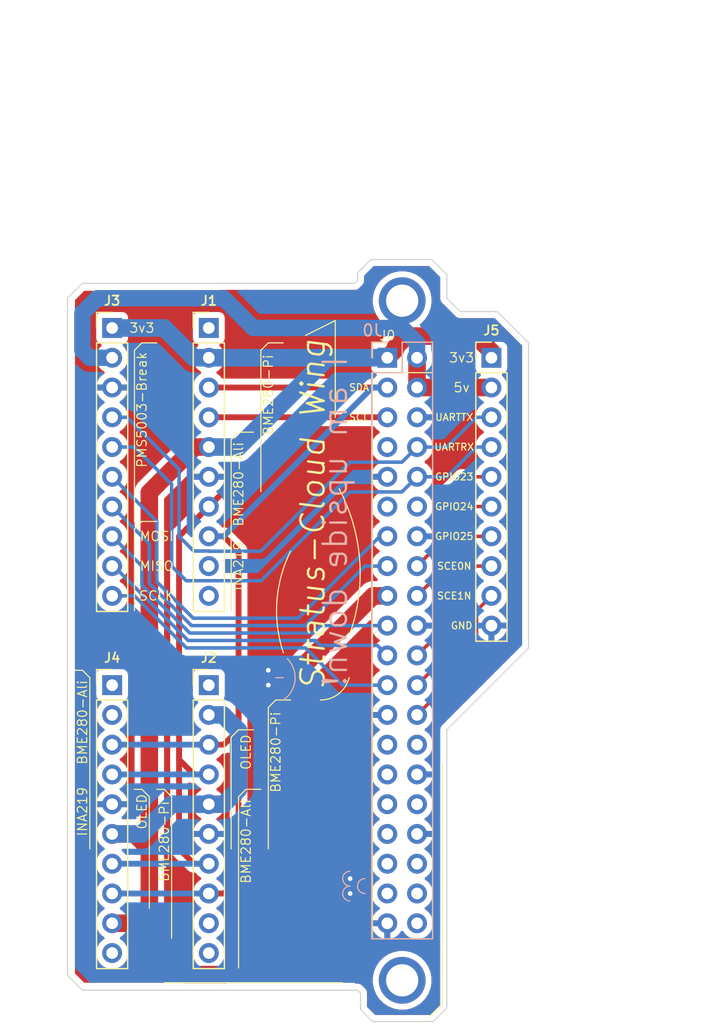
<source format=kicad_pcb>
(kicad_pcb (version 20171130) (host pcbnew 5.1.10-88a1d61d58~90~ubuntu20.04.1)

  (general
    (thickness 1.6002)
    (drawings 108)
    (tracks 159)
    (zones 0)
    (modules 6)
    (nets 18)
  )

  (page A4)
  (title_block
    (rev 1)
  )

  (layers
    (0 Front signal)
    (31 Back signal)
    (34 B.Paste user)
    (35 F.Paste user)
    (36 B.SilkS user)
    (37 F.SilkS user)
    (38 B.Mask user)
    (39 F.Mask user)
    (44 Edge.Cuts user)
    (45 Margin user)
    (46 B.CrtYd user)
    (47 F.CrtYd user)
    (49 F.Fab user)
  )

  (setup
    (last_trace_width 0.5)
    (user_trace_width 0.1)
    (user_trace_width 0.2)
    (user_trace_width 0.5)
    (trace_clearance 0.25)
    (zone_clearance 0.508)
    (zone_45_only no)
    (trace_min 0.1)
    (via_size 0.8)
    (via_drill 0.4)
    (via_min_size 0.45)
    (via_min_drill 0.2)
    (user_via 0.45 0.2)
    (user_via 0.8 0.4)
    (uvia_size 0.8)
    (uvia_drill 0.4)
    (uvias_allowed no)
    (uvia_min_size 0)
    (uvia_min_drill 0)
    (edge_width 0.1)
    (segment_width 0.1)
    (pcb_text_width 0.3)
    (pcb_text_size 1.5 1.5)
    (mod_edge_width 0.1)
    (mod_text_size 0.8 0.8)
    (mod_text_width 0.1)
    (pad_size 1.524 1.524)
    (pad_drill 0.762)
    (pad_to_mask_clearance 0)
    (solder_mask_min_width 0.1)
    (aux_axis_origin 0 0)
    (grid_origin 166.37 85.09)
    (visible_elements FFFFFF7F)
    (pcbplotparams
      (layerselection 0x010fc_ffffffff)
      (usegerberextensions false)
      (usegerberattributes false)
      (usegerberadvancedattributes false)
      (creategerberjobfile false)
      (excludeedgelayer true)
      (linewidth 0.152400)
      (plotframeref false)
      (viasonmask false)
      (mode 1)
      (useauxorigin false)
      (hpglpennumber 1)
      (hpglpenspeed 20)
      (hpglpendiameter 15.000000)
      (psnegative false)
      (psa4output false)
      (plotreference true)
      (plotvalue false)
      (plotinvisibletext false)
      (padsonsilk false)
      (subtractmaskfromsilk true)
      (outputformat 1)
      (mirror false)
      (drillshape 0)
      (scaleselection 1)
      (outputdirectory "./gerbers_for_aisler"))
  )

  (net 0 "")
  (net 1 GND)
  (net 2 "Net-(J0-Pad26)")
  (net 3 "Net-(J0-Pad24)")
  (net 4 GPIO11-SCLK)
  (net 5 "Net-(J0-Pad22)")
  (net 6 GPIO9-MISO)
  (net 7 GPIO10-MOSI)
  (net 8 "Net-(J0-Pad18)")
  (net 9 +3V3)
  (net 10 "Net-(J0-Pad16)")
  (net 11 GPIO22-EN)
  (net 12 GPIO27-RESET)
  (net 13 URX)
  (net 14 UTX)
  (net 15 SCL)
  (net 16 +5V)
  (net 17 SDA)

  (net_class Default "This is the default net class."
    (clearance 0.25)
    (trace_width 0.3)
    (via_dia 0.8)
    (via_drill 0.4)
    (uvia_dia 0.8)
    (uvia_drill 0.4)
    (diff_pair_width 0.25)
    (diff_pair_gap 0.25)
    (add_net GPIO10-MOSI)
    (add_net GPIO11-SCLK)
    (add_net GPIO22-EN)
    (add_net GPIO27-RESET)
    (add_net GPIO9-MISO)
    (add_net "Net-(J0-Pad16)")
    (add_net "Net-(J0-Pad18)")
    (add_net "Net-(J0-Pad22)")
    (add_net "Net-(J0-Pad24)")
    (add_net "Net-(J0-Pad26)")
    (add_net SCL)
    (add_net SDA)
    (add_net URX)
    (add_net UTX)
  )

  (net_class Min ""
    (clearance 0.1)
    (trace_width 0.1)
    (via_dia 0.45)
    (via_drill 0.2)
    (uvia_dia 0.45)
    (uvia_drill 0.2)
    (diff_pair_width 0.12)
    (diff_pair_gap 0.12)
  )

  (net_class Power ""
    (clearance 0.25)
    (trace_width 1.5)
    (via_dia 0.8)
    (via_drill 0.4)
    (uvia_dia 0.8)
    (uvia_drill 0.4)
    (diff_pair_width 0.25)
    (diff_pair_gap 0.25)
    (add_net +3V3)
    (add_net +5V)
    (add_net GND)
  )

  (module Connector_PinSocket_2.54mm:PinSocket_2x20_P2.54mm_Vertical (layer Back) (tedit 5A19A433) (tstamp 6158CA53)
    (at 165.1 60.96 180)
    (descr "Through hole straight socket strip, 2x20, 2.54mm pitch, double cols (from Kicad 4.0.7), script generated")
    (tags "Through hole socket strip THT 2x20 2.54mm double row")
    (path /61581B1A)
    (fp_text reference J0 (at 1.27 2.33) (layer B.SilkS)
      (effects (font (size 1 1) (thickness 0.15)) (justify mirror))
    )
    (fp_text value Conn_02x40_Odd_Even (at 1.27 -50.59) (layer B.Fab) hide
      (effects (font (size 1 1) (thickness 0.15)) (justify mirror))
    )
    (fp_text user %R (at 1.27 -24.13 270) (layer B.Fab)
      (effects (font (size 1 1) (thickness 0.15)) (justify mirror))
    )
    (fp_line (start -3.81 1.27) (end 0.27 1.27) (layer B.Fab) (width 0.1))
    (fp_line (start 0.27 1.27) (end 1.27 0.27) (layer B.Fab) (width 0.1))
    (fp_line (start 1.27 0.27) (end 1.27 -49.53) (layer B.Fab) (width 0.1))
    (fp_line (start 1.27 -49.53) (end -3.81 -49.53) (layer B.Fab) (width 0.1))
    (fp_line (start -3.81 -49.53) (end -3.81 1.27) (layer B.Fab) (width 0.1))
    (fp_line (start -3.87 1.33) (end -1.27 1.33) (layer B.SilkS) (width 0.12))
    (fp_line (start -3.87 1.33) (end -3.87 -49.59) (layer B.SilkS) (width 0.12))
    (fp_line (start -3.87 -49.59) (end 1.33 -49.59) (layer B.SilkS) (width 0.12))
    (fp_line (start 1.33 -1.27) (end 1.33 -49.59) (layer B.SilkS) (width 0.12))
    (fp_line (start -1.27 -1.27) (end 1.33 -1.27) (layer B.SilkS) (width 0.12))
    (fp_line (start -1.27 1.33) (end -1.27 -1.27) (layer B.SilkS) (width 0.12))
    (fp_line (start 1.33 1.33) (end 1.33 0) (layer B.SilkS) (width 0.12))
    (fp_line (start 0 1.33) (end 1.33 1.33) (layer B.SilkS) (width 0.12))
    (fp_line (start -4.34 1.8) (end 1.76 1.8) (layer B.CrtYd) (width 0.05))
    (fp_line (start 1.76 1.8) (end 1.76 -50) (layer B.CrtYd) (width 0.05))
    (fp_line (start 1.76 -50) (end -4.34 -50) (layer B.CrtYd) (width 0.05))
    (fp_line (start -4.34 -50) (end -4.34 1.8) (layer B.CrtYd) (width 0.05))
    (pad 40 thru_hole oval (at -2.54 -48.26 180) (size 1.7 1.7) (drill 1) (layers *.Cu *.Mask))
    (pad 39 thru_hole oval (at 0 -48.26 180) (size 1.7 1.7) (drill 1) (layers *.Cu *.Mask)
      (net 1 GND))
    (pad 38 thru_hole oval (at -2.54 -45.72 180) (size 1.7 1.7) (drill 1) (layers *.Cu *.Mask))
    (pad 37 thru_hole oval (at 0 -45.72 180) (size 1.7 1.7) (drill 1) (layers *.Cu *.Mask))
    (pad 36 thru_hole oval (at -2.54 -43.18 180) (size 1.7 1.7) (drill 1) (layers *.Cu *.Mask))
    (pad 35 thru_hole oval (at 0 -43.18 180) (size 1.7 1.7) (drill 1) (layers *.Cu *.Mask))
    (pad 34 thru_hole oval (at -2.54 -40.64 180) (size 1.7 1.7) (drill 1) (layers *.Cu *.Mask)
      (net 1 GND))
    (pad 33 thru_hole oval (at 0 -40.64 180) (size 1.7 1.7) (drill 1) (layers *.Cu *.Mask))
    (pad 32 thru_hole oval (at -2.54 -38.1 180) (size 1.7 1.7) (drill 1) (layers *.Cu *.Mask))
    (pad 31 thru_hole oval (at 0 -38.1 180) (size 1.7 1.7) (drill 1) (layers *.Cu *.Mask))
    (pad 30 thru_hole oval (at -2.54 -35.56 180) (size 1.7 1.7) (drill 1) (layers *.Cu *.Mask)
      (net 1 GND))
    (pad 29 thru_hole oval (at 0 -35.56 180) (size 1.7 1.7) (drill 1) (layers *.Cu *.Mask))
    (pad 28 thru_hole oval (at -2.54 -33.02 180) (size 1.7 1.7) (drill 1) (layers *.Cu *.Mask))
    (pad 27 thru_hole oval (at 0 -33.02 180) (size 1.7 1.7) (drill 1) (layers *.Cu *.Mask))
    (pad 26 thru_hole oval (at -2.54 -30.48 180) (size 1.7 1.7) (drill 1) (layers *.Cu *.Mask)
      (net 2 "Net-(J0-Pad26)"))
    (pad 25 thru_hole oval (at 0 -30.48 180) (size 1.7 1.7) (drill 1) (layers *.Cu *.Mask)
      (net 1 GND))
    (pad 24 thru_hole oval (at -2.54 -27.94 180) (size 1.7 1.7) (drill 1) (layers *.Cu *.Mask)
      (net 3 "Net-(J0-Pad24)"))
    (pad 23 thru_hole oval (at 0 -27.94 180) (size 1.7 1.7) (drill 1) (layers *.Cu *.Mask)
      (net 4 GPIO11-SCLK))
    (pad 22 thru_hole oval (at -2.54 -25.4 180) (size 1.7 1.7) (drill 1) (layers *.Cu *.Mask)
      (net 5 "Net-(J0-Pad22)"))
    (pad 21 thru_hole oval (at 0 -25.4 180) (size 1.7 1.7) (drill 1) (layers *.Cu *.Mask)
      (net 6 GPIO9-MISO))
    (pad 20 thru_hole oval (at -2.54 -22.86 180) (size 1.7 1.7) (drill 1) (layers *.Cu *.Mask)
      (net 1 GND))
    (pad 19 thru_hole oval (at 0 -22.86 180) (size 1.7 1.7) (drill 1) (layers *.Cu *.Mask)
      (net 7 GPIO10-MOSI))
    (pad 18 thru_hole oval (at -2.54 -20.32 180) (size 1.7 1.7) (drill 1) (layers *.Cu *.Mask)
      (net 8 "Net-(J0-Pad18)"))
    (pad 17 thru_hole oval (at 0 -20.32 180) (size 1.7 1.7) (drill 1) (layers *.Cu *.Mask)
      (net 9 +3V3))
    (pad 16 thru_hole oval (at -2.54 -17.78 180) (size 1.7 1.7) (drill 1) (layers *.Cu *.Mask)
      (net 10 "Net-(J0-Pad16)"))
    (pad 15 thru_hole oval (at 0 -17.78 180) (size 1.7 1.7) (drill 1) (layers *.Cu *.Mask)
      (net 11 GPIO22-EN))
    (pad 14 thru_hole oval (at -2.54 -15.24 180) (size 1.7 1.7) (drill 1) (layers *.Cu *.Mask)
      (net 1 GND))
    (pad 13 thru_hole oval (at 0 -15.24 180) (size 1.7 1.7) (drill 1) (layers *.Cu *.Mask)
      (net 12 GPIO27-RESET))
    (pad 12 thru_hole oval (at -2.54 -12.7 180) (size 1.7 1.7) (drill 1) (layers *.Cu *.Mask))
    (pad 11 thru_hole oval (at 0 -12.7 180) (size 1.7 1.7) (drill 1) (layers *.Cu *.Mask))
    (pad 10 thru_hole oval (at -2.54 -10.16 180) (size 1.7 1.7) (drill 1) (layers *.Cu *.Mask)
      (net 13 URX))
    (pad 9 thru_hole oval (at 0 -10.16 180) (size 1.7 1.7) (drill 1) (layers *.Cu *.Mask)
      (net 1 GND))
    (pad 8 thru_hole oval (at -2.54 -7.62 180) (size 1.7 1.7) (drill 1) (layers *.Cu *.Mask)
      (net 14 UTX))
    (pad 7 thru_hole oval (at 0 -7.62 180) (size 1.7 1.7) (drill 1) (layers *.Cu *.Mask))
    (pad 6 thru_hole oval (at -2.54 -5.08 180) (size 1.7 1.7) (drill 1) (layers *.Cu *.Mask)
      (net 1 GND))
    (pad 5 thru_hole oval (at 0 -5.08 180) (size 1.7 1.7) (drill 1) (layers *.Cu *.Mask)
      (net 15 SCL))
    (pad 4 thru_hole oval (at -2.54 -2.54 180) (size 1.7 1.7) (drill 1) (layers *.Cu *.Mask)
      (net 16 +5V))
    (pad 3 thru_hole oval (at 0 -2.54 180) (size 1.7 1.7) (drill 1) (layers *.Cu *.Mask)
      (net 17 SDA))
    (pad 2 thru_hole oval (at -2.54 0 180) (size 1.7 1.7) (drill 1) (layers *.Cu *.Mask)
      (net 16 +5V))
    (pad 1 thru_hole rect (at 0 0 180) (size 1.7 1.7) (drill 1) (layers *.Cu *.Mask)
      (net 9 +3V3))
    (model ${KISYS3DMOD}/Connector_PinSocket_2.54mm.3dshapes/PinSocket_2x20_P2.54mm_Vertical.wrl
      (at (xyz 0 0 0))
      (scale (xyz 1 1 1))
      (rotate (xyz 0 0 0))
    )
  )

  (module Connector_PinHeader_2.54mm:PinHeader_1x10_P2.54mm_Vertical (layer Front) (tedit 59FED5CC) (tstamp 6158CADF)
    (at 173.99 60.96)
    (descr "Through hole straight pin header, 1x10, 2.54mm pitch, single row")
    (tags "Through hole pin header THT 1x10 2.54mm single row")
    (path /618D68F0)
    (fp_text reference J5 (at 0 -2.33) (layer F.SilkS)
      (effects (font (size 0.8 0.8) (thickness 0.15)))
    )
    (fp_text value Conn_01x10 (at 0 25.19) (layer F.Fab) hide
      (effects (font (size 1 1) (thickness 0.15)))
    )
    (fp_text user %R (at 0 11.43 90) (layer F.Fab)
      (effects (font (size 1 1) (thickness 0.15)))
    )
    (fp_line (start -0.635 -1.27) (end 1.27 -1.27) (layer F.Fab) (width 0.1))
    (fp_line (start 1.27 -1.27) (end 1.27 24.13) (layer F.Fab) (width 0.1))
    (fp_line (start 1.27 24.13) (end -1.27 24.13) (layer F.Fab) (width 0.1))
    (fp_line (start -1.27 24.13) (end -1.27 -0.635) (layer F.Fab) (width 0.1))
    (fp_line (start -1.27 -0.635) (end -0.635 -1.27) (layer F.Fab) (width 0.1))
    (fp_line (start -1.33 24.19) (end 1.33 24.19) (layer F.SilkS) (width 0.12))
    (fp_line (start -1.33 1.27) (end -1.33 24.19) (layer F.SilkS) (width 0.12))
    (fp_line (start 1.33 1.27) (end 1.33 24.19) (layer F.SilkS) (width 0.12))
    (fp_line (start -1.33 1.27) (end 1.33 1.27) (layer F.SilkS) (width 0.12))
    (fp_line (start -1.33 0) (end -1.33 -1.33) (layer F.SilkS) (width 0.12))
    (fp_line (start -1.33 -1.33) (end 0 -1.33) (layer F.SilkS) (width 0.12))
    (fp_line (start -1.8 -1.8) (end -1.8 24.65) (layer F.CrtYd) (width 0.05))
    (fp_line (start -1.8 24.65) (end 1.8 24.65) (layer F.CrtYd) (width 0.05))
    (fp_line (start 1.8 24.65) (end 1.8 -1.8) (layer F.CrtYd) (width 0.05))
    (fp_line (start 1.8 -1.8) (end -1.8 -1.8) (layer F.CrtYd) (width 0.05))
    (pad 10 thru_hole oval (at 0 22.86) (size 1.7 1.7) (drill 1) (layers *.Cu *.Mask)
      (net 1 GND))
    (pad 9 thru_hole oval (at 0 20.32) (size 1.7 1.7) (drill 1) (layers *.Cu *.Mask)
      (net 2 "Net-(J0-Pad26)"))
    (pad 8 thru_hole oval (at 0 17.78) (size 1.7 1.7) (drill 1) (layers *.Cu *.Mask)
      (net 3 "Net-(J0-Pad24)"))
    (pad 7 thru_hole oval (at 0 15.24) (size 1.7 1.7) (drill 1) (layers *.Cu *.Mask)
      (net 5 "Net-(J0-Pad22)"))
    (pad 6 thru_hole oval (at 0 12.7) (size 1.7 1.7) (drill 1) (layers *.Cu *.Mask)
      (net 8 "Net-(J0-Pad18)"))
    (pad 5 thru_hole oval (at 0 10.16) (size 1.7 1.7) (drill 1) (layers *.Cu *.Mask)
      (net 10 "Net-(J0-Pad16)"))
    (pad 4 thru_hole oval (at 0 7.62) (size 1.7 1.7) (drill 1) (layers *.Cu *.Mask)
      (net 13 URX))
    (pad 3 thru_hole oval (at 0 5.08) (size 1.7 1.7) (drill 1) (layers *.Cu *.Mask)
      (net 14 UTX))
    (pad 2 thru_hole oval (at 0 2.54) (size 1.7 1.7) (drill 1) (layers *.Cu *.Mask)
      (net 16 +5V))
    (pad 1 thru_hole rect (at 0 0) (size 1.7 1.7) (drill 1) (layers *.Cu *.Mask)
      (net 9 +3V3))
    (model ${KISYS3DMOD}/Connector_PinHeader_2.54mm.3dshapes/PinHeader_1x10_P2.54mm_Vertical.wrl
      (at (xyz 0 0 0))
      (scale (xyz 1 1 1))
      (rotate (xyz 0 0 0))
    )
  )

  (module Connector_PinHeader_2.54mm:PinHeader_1x10_P2.54mm_Vertical (layer Front) (tedit 59FED5CC) (tstamp 6158CA8B)
    (at 149.86 88.9)
    (descr "Through hole straight pin header, 1x10, 2.54mm pitch, single row")
    (tags "Through hole pin header THT 1x10 2.54mm single row")
    (path /615899EE)
    (fp_text reference J2 (at 0 -2.33) (layer F.SilkS)
      (effects (font (size 0.8 0.8) (thickness 0.15)))
    )
    (fp_text value Conn_01x10 (at 0 25.19) (layer F.Fab) hide
      (effects (font (size 1 1) (thickness 0.15)))
    )
    (fp_text user %R (at 0 11.43 90) (layer F.Fab)
      (effects (font (size 1 1) (thickness 0.15)))
    )
    (fp_line (start -0.635 -1.27) (end 1.27 -1.27) (layer F.Fab) (width 0.1))
    (fp_line (start 1.27 -1.27) (end 1.27 24.13) (layer F.Fab) (width 0.1))
    (fp_line (start 1.27 24.13) (end -1.27 24.13) (layer F.Fab) (width 0.1))
    (fp_line (start -1.27 24.13) (end -1.27 -0.635) (layer F.Fab) (width 0.1))
    (fp_line (start -1.27 -0.635) (end -0.635 -1.27) (layer F.Fab) (width 0.1))
    (fp_line (start -1.33 24.19) (end 1.33 24.19) (layer F.SilkS) (width 0.12))
    (fp_line (start -1.33 1.27) (end -1.33 24.19) (layer F.SilkS) (width 0.12))
    (fp_line (start 1.33 1.27) (end 1.33 24.19) (layer F.SilkS) (width 0.12))
    (fp_line (start -1.33 1.27) (end 1.33 1.27) (layer F.SilkS) (width 0.12))
    (fp_line (start -1.33 0) (end -1.33 -1.33) (layer F.SilkS) (width 0.12))
    (fp_line (start -1.33 -1.33) (end 0 -1.33) (layer F.SilkS) (width 0.12))
    (fp_line (start -1.8 -1.8) (end -1.8 24.65) (layer F.CrtYd) (width 0.05))
    (fp_line (start -1.8 24.65) (end 1.8 24.65) (layer F.CrtYd) (width 0.05))
    (fp_line (start 1.8 24.65) (end 1.8 -1.8) (layer F.CrtYd) (width 0.05))
    (fp_line (start 1.8 -1.8) (end -1.8 -1.8) (layer F.CrtYd) (width 0.05))
    (pad 10 thru_hole oval (at 0 22.86) (size 1.7 1.7) (drill 1) (layers *.Cu *.Mask))
    (pad 9 thru_hole oval (at 0 20.32) (size 1.7 1.7) (drill 1) (layers *.Cu *.Mask))
    (pad 8 thru_hole oval (at 0 17.78) (size 1.7 1.7) (drill 1) (layers *.Cu *.Mask)
      (net 17 SDA))
    (pad 7 thru_hole oval (at 0 15.24) (size 1.7 1.7) (drill 1) (layers *.Cu *.Mask)
      (net 15 SCL))
    (pad 6 thru_hole oval (at 0 12.7) (size 1.7 1.7) (drill 1) (layers *.Cu *.Mask)
      (net 1 GND))
    (pad 5 thru_hole oval (at 0 10.16) (size 1.7 1.7) (drill 1) (layers *.Cu *.Mask)
      (net 9 +3V3))
    (pad 4 thru_hole oval (at 0 7.62) (size 1.7 1.7) (drill 1) (layers *.Cu *.Mask)
      (net 15 SCL))
    (pad 3 thru_hole oval (at 0 5.08) (size 1.7 1.7) (drill 1) (layers *.Cu *.Mask)
      (net 17 SDA))
    (pad 2 thru_hole oval (at 0 2.54) (size 1.7 1.7) (drill 1) (layers *.Cu *.Mask)
      (net 9 +3V3))
    (pad 1 thru_hole rect (at 0 0) (size 1.7 1.7) (drill 1) (layers *.Cu *.Mask))
    (model ${KISYS3DMOD}/Connector_PinHeader_2.54mm.3dshapes/PinHeader_1x10_P2.54mm_Vertical.wrl
      (at (xyz 0 0 0))
      (scale (xyz 1 1 1))
      (rotate (xyz 0 0 0))
    )
  )

  (module Connector_PinHeader_2.54mm:PinHeader_1x10_P2.54mm_Vertical (layer Front) (tedit 59FED5CC) (tstamp 6158CAC3)
    (at 141.605 88.9)
    (descr "Through hole straight pin header, 1x10, 2.54mm pitch, single row")
    (tags "Through hole pin header THT 1x10 2.54mm single row")
    (path /61653B00)
    (fp_text reference J4 (at 0 -2.33) (layer F.SilkS)
      (effects (font (size 0.8 0.8) (thickness 0.15)))
    )
    (fp_text value Conn_01x10 (at 0 25.19) (layer F.Fab) hide
      (effects (font (size 1 1) (thickness 0.15)))
    )
    (fp_line (start 1.8 -1.8) (end -1.8 -1.8) (layer F.CrtYd) (width 0.05))
    (fp_line (start 1.8 24.65) (end 1.8 -1.8) (layer F.CrtYd) (width 0.05))
    (fp_line (start -1.8 24.65) (end 1.8 24.65) (layer F.CrtYd) (width 0.05))
    (fp_line (start -1.8 -1.8) (end -1.8 24.65) (layer F.CrtYd) (width 0.05))
    (fp_line (start -1.33 -1.33) (end 0 -1.33) (layer F.SilkS) (width 0.12))
    (fp_line (start -1.33 0) (end -1.33 -1.33) (layer F.SilkS) (width 0.12))
    (fp_line (start -1.33 1.27) (end 1.33 1.27) (layer F.SilkS) (width 0.12))
    (fp_line (start 1.33 1.27) (end 1.33 24.19) (layer F.SilkS) (width 0.12))
    (fp_line (start -1.33 1.27) (end -1.33 24.19) (layer F.SilkS) (width 0.12))
    (fp_line (start -1.33 24.19) (end 1.33 24.19) (layer F.SilkS) (width 0.12))
    (fp_line (start -1.27 -0.635) (end -0.635 -1.27) (layer F.Fab) (width 0.1))
    (fp_line (start -1.27 24.13) (end -1.27 -0.635) (layer F.Fab) (width 0.1))
    (fp_line (start 1.27 24.13) (end -1.27 24.13) (layer F.Fab) (width 0.1))
    (fp_line (start 1.27 -1.27) (end 1.27 24.13) (layer F.Fab) (width 0.1))
    (fp_line (start -0.635 -1.27) (end 1.27 -1.27) (layer F.Fab) (width 0.1))
    (fp_text user %R (at 0 11.43 90) (layer F.Fab)
      (effects (font (size 1 1) (thickness 0.15)))
    )
    (pad 1 thru_hole rect (at 0 0) (size 1.7 1.7) (drill 1) (layers *.Cu *.Mask))
    (pad 2 thru_hole oval (at 0 2.54) (size 1.7 1.7) (drill 1) (layers *.Cu *.Mask))
    (pad 3 thru_hole oval (at 0 5.08) (size 1.7 1.7) (drill 1) (layers *.Cu *.Mask)
      (net 17 SDA))
    (pad 4 thru_hole oval (at 0 7.62) (size 1.7 1.7) (drill 1) (layers *.Cu *.Mask)
      (net 15 SCL))
    (pad 5 thru_hole oval (at 0 10.16) (size 1.7 1.7) (drill 1) (layers *.Cu *.Mask)
      (net 1 GND))
    (pad 6 thru_hole oval (at 0 12.7) (size 1.7 1.7) (drill 1) (layers *.Cu *.Mask)
      (net 9 +3V3))
    (pad 7 thru_hole oval (at 0 15.24) (size 1.7 1.7) (drill 1) (layers *.Cu *.Mask)
      (net 15 SCL))
    (pad 8 thru_hole oval (at 0 17.78) (size 1.7 1.7) (drill 1) (layers *.Cu *.Mask)
      (net 17 SDA))
    (pad 9 thru_hole oval (at 0 20.32) (size 1.7 1.7) (drill 1) (layers *.Cu *.Mask)
      (net 9 +3V3))
    (pad 10 thru_hole oval (at 0 22.86) (size 1.7 1.7) (drill 1) (layers *.Cu *.Mask))
    (model ${KISYS3DMOD}/Connector_PinHeader_2.54mm.3dshapes/PinHeader_1x10_P2.54mm_Vertical.wrl
      (at (xyz 0 0 0))
      (scale (xyz 1 1 1))
      (rotate (xyz 0 0 0))
    )
  )

  (module Connector_PinHeader_2.54mm:PinHeader_1x10_P2.54mm_Vertical (layer Front) (tedit 59FED5CC) (tstamp 615902FC)
    (at 141.605 58.42)
    (descr "Through hole straight pin header, 1x10, 2.54mm pitch, single row")
    (tags "Through hole pin header THT 1x10 2.54mm single row")
    (path /6158708D)
    (fp_text reference J3 (at 0 -2.33) (layer F.SilkS)
      (effects (font (size 0.8 0.8) (thickness 0.15)))
    )
    (fp_text value Conn_01x10 (at 0 25.19) (layer F.Fab) hide
      (effects (font (size 1 1) (thickness 0.15)))
    )
    (fp_text user %R (at 0 11.43 90) (layer F.Fab) hide
      (effects (font (size 1 1) (thickness 0.15)))
    )
    (fp_line (start -0.635 -1.27) (end 1.27 -1.27) (layer F.Fab) (width 0.1))
    (fp_line (start 1.27 -1.27) (end 1.27 24.13) (layer F.Fab) (width 0.1))
    (fp_line (start 1.27 24.13) (end -1.27 24.13) (layer F.Fab) (width 0.1))
    (fp_line (start -1.27 24.13) (end -1.27 -0.635) (layer F.Fab) (width 0.1))
    (fp_line (start -1.27 -0.635) (end -0.635 -1.27) (layer F.Fab) (width 0.1))
    (fp_line (start -1.33 24.19) (end 1.33 24.19) (layer F.SilkS) (width 0.12))
    (fp_line (start -1.33 1.27) (end -1.33 24.19) (layer F.SilkS) (width 0.12))
    (fp_line (start 1.33 1.27) (end 1.33 24.19) (layer F.SilkS) (width 0.12))
    (fp_line (start -1.33 1.27) (end 1.33 1.27) (layer F.SilkS) (width 0.12))
    (fp_line (start -1.33 0) (end -1.33 -1.33) (layer F.SilkS) (width 0.12))
    (fp_line (start -1.33 -1.33) (end 0 -1.33) (layer F.SilkS) (width 0.12))
    (fp_line (start -1.8 -1.8) (end -1.8 24.65) (layer F.CrtYd) (width 0.05))
    (fp_line (start -1.8 24.65) (end 1.8 24.65) (layer F.CrtYd) (width 0.05))
    (fp_line (start 1.8 24.65) (end 1.8 -1.8) (layer F.CrtYd) (width 0.05))
    (fp_line (start 1.8 -1.8) (end -1.8 -1.8) (layer F.CrtYd) (width 0.05))
    (pad 10 thru_hole oval (at 0 22.86) (size 1.7 1.7) (drill 1) (layers *.Cu *.Mask)
      (net 4 GPIO11-SCLK))
    (pad 9 thru_hole oval (at 0 20.32) (size 1.7 1.7) (drill 1) (layers *.Cu *.Mask)
      (net 6 GPIO9-MISO))
    (pad 8 thru_hole oval (at 0 17.78) (size 1.7 1.7) (drill 1) (layers *.Cu *.Mask)
      (net 7 GPIO10-MOSI))
    (pad 7 thru_hole oval (at 0 15.24) (size 1.7 1.7) (drill 1) (layers *.Cu *.Mask)
      (net 11 GPIO22-EN))
    (pad 6 thru_hole oval (at 0 12.7) (size 1.7 1.7) (drill 1) (layers *.Cu *.Mask)
      (net 12 GPIO27-RESET))
    (pad 5 thru_hole oval (at 0 10.16) (size 1.7 1.7) (drill 1) (layers *.Cu *.Mask)
      (net 13 URX))
    (pad 4 thru_hole oval (at 0 7.62) (size 1.7 1.7) (drill 1) (layers *.Cu *.Mask)
      (net 14 UTX))
    (pad 3 thru_hole oval (at 0 5.08) (size 1.7 1.7) (drill 1) (layers *.Cu *.Mask)
      (net 1 GND))
    (pad 2 thru_hole oval (at 0 2.54) (size 1.7 1.7) (drill 1) (layers *.Cu *.Mask)
      (net 16 +5V))
    (pad 1 thru_hole rect (at 0 0) (size 1.7 1.7) (drill 1) (layers *.Cu *.Mask)
      (net 9 +3V3))
    (model ${KISYS3DMOD}/Connector_PinHeader_2.54mm.3dshapes/PinHeader_1x10_P2.54mm_Vertical.wrl
      (at (xyz 0 0 0))
      (scale (xyz 1 1 1))
      (rotate (xyz 0 0 0))
    )
  )

  (module Connector_PinHeader_2.54mm:PinHeader_1x10_P2.54mm_Vertical (layer Front) (tedit 59FED5CC) (tstamp 6158CA6F)
    (at 149.86 58.42)
    (descr "Through hole straight pin header, 1x10, 2.54mm pitch, single row")
    (tags "Through hole pin header THT 1x10 2.54mm single row")
    (path /61658805)
    (fp_text reference J1 (at 0 -2.33) (layer F.SilkS)
      (effects (font (size 0.8 0.8) (thickness 0.15)))
    )
    (fp_text value Conn_01x08 (at 0 25.19) (layer F.Fab) hide
      (effects (font (size 1 1) (thickness 0.15)))
    )
    (fp_text user %R (at 0 11.43 90) (layer F.Fab)
      (effects (font (size 1 1) (thickness 0.15)))
    )
    (fp_line (start -0.635 -1.27) (end 1.27 -1.27) (layer F.Fab) (width 0.1))
    (fp_line (start 1.27 -1.27) (end 1.27 24.13) (layer F.Fab) (width 0.1))
    (fp_line (start 1.27 24.13) (end -1.27 24.13) (layer F.Fab) (width 0.1))
    (fp_line (start -1.27 24.13) (end -1.27 -0.635) (layer F.Fab) (width 0.1))
    (fp_line (start -1.27 -0.635) (end -0.635 -1.27) (layer F.Fab) (width 0.1))
    (fp_line (start -1.33 24.19) (end 1.33 24.19) (layer F.SilkS) (width 0.12))
    (fp_line (start -1.33 1.27) (end -1.33 24.19) (layer F.SilkS) (width 0.12))
    (fp_line (start 1.33 1.27) (end 1.33 24.19) (layer F.SilkS) (width 0.12))
    (fp_line (start -1.33 1.27) (end 1.33 1.27) (layer F.SilkS) (width 0.12))
    (fp_line (start -1.33 0) (end -1.33 -1.33) (layer F.SilkS) (width 0.12))
    (fp_line (start -1.33 -1.33) (end 0 -1.33) (layer F.SilkS) (width 0.12))
    (fp_line (start -1.8 -1.8) (end -1.8 24.65) (layer F.CrtYd) (width 0.05))
    (fp_line (start -1.8 24.65) (end 1.8 24.65) (layer F.CrtYd) (width 0.05))
    (fp_line (start 1.8 24.65) (end 1.8 -1.8) (layer F.CrtYd) (width 0.05))
    (fp_line (start 1.8 -1.8) (end -1.8 -1.8) (layer F.CrtYd) (width 0.05))
    (pad 10 thru_hole oval (at 0 22.86) (size 1.7 1.7) (drill 1) (layers *.Cu *.Mask))
    (pad 9 thru_hole oval (at 0 20.32) (size 1.7 1.7) (drill 1) (layers *.Cu *.Mask))
    (pad 8 thru_hole oval (at 0 17.78) (size 1.7 1.7) (drill 1) (layers *.Cu *.Mask)
      (net 17 SDA))
    (pad 7 thru_hole oval (at 0 15.24) (size 1.7 1.7) (drill 1) (layers *.Cu *.Mask)
      (net 15 SCL))
    (pad 6 thru_hole oval (at 0 12.7) (size 1.7 1.7) (drill 1) (layers *.Cu *.Mask)
      (net 1 GND))
    (pad 5 thru_hole oval (at 0 10.16) (size 1.7 1.7) (drill 1) (layers *.Cu *.Mask)
      (net 9 +3V3))
    (pad 4 thru_hole oval (at 0 7.62) (size 1.7 1.7) (drill 1) (layers *.Cu *.Mask)
      (net 15 SCL))
    (pad 3 thru_hole oval (at 0 5.08) (size 1.7 1.7) (drill 1) (layers *.Cu *.Mask)
      (net 17 SDA))
    (pad 2 thru_hole oval (at 0 2.54) (size 1.7 1.7) (drill 1) (layers *.Cu *.Mask)
      (net 9 +3V3))
    (pad 1 thru_hole rect (at 0 0) (size 1.7 1.7) (drill 1) (layers *.Cu *.Mask))
    (model ${KISYS3DMOD}/Connector_PinHeader_2.54mm.3dshapes/PinHeader_1x10_P2.54mm_Vertical.wrl
      (at (xyz 0 0 0))
      (scale (xyz 1 1 1))
      (rotate (xyz 0 0 0))
    )
  )

  (gr_line (start 162.814 115.189) (end 162.56 114.935) (layer Edge.Cuts) (width 0.1) (tstamp 615977B8))
  (gr_line (start 162.814 116.586) (end 163.83 117.602) (layer Edge.Cuts) (width 0.1) (tstamp 615977B7))
  (gr_line (start 162.814 116.586) (end 162.814 115.189) (layer Edge.Cuts) (width 0.1) (tstamp 615977B6))
  (gr_line (start 170.18 116.459) (end 169.037 117.602) (layer Edge.Cuts) (width 0.1) (tstamp 615977B4))
  (gr_line (start 163.83 117.602) (end 169.037 117.602) (layer Edge.Cuts) (width 0.1) (tstamp 615977B3))
  (gr_line (start 162.56 53.721) (end 163.703 52.578) (layer Edge.Cuts) (width 0.1) (tstamp 615977A2))
  (gr_line (start 162.56 54.356) (end 162.56 53.721) (layer Edge.Cuts) (width 0.1))
  (gr_line (start 162.306 54.61) (end 162.56 54.356) (layer Edge.Cuts) (width 0.1))
  (gr_line (start 151.765 54.61) (end 162.306 54.61) (layer Edge.Cuts) (width 0.1))
  (gr_line (start 170.18 53.848) (end 168.91 52.578) (layer Edge.Cuts) (width 0.1) (tstamp 61597791))
  (gr_line (start 170.18 55.88) (end 170.18 53.848) (layer Edge.Cuts) (width 0.1))
  (gr_line (start 171.323 57.023) (end 170.18 55.88) (layer Edge.Cuts) (width 0.1))
  (gr_line (start 174.498 57.023) (end 171.323 57.023) (layer Edge.Cuts) (width 0.1))
  (dimension 29 (width 0.1) (layer F.Fab) (tstamp 61597773)
    (gr_text "29.000 mm" (at 191.1063 70.59 270) (layer F.Fab) (tstamp 61597773)
      (effects (font (size 0.8 0.8) (thickness 0.1)))
    )
    (feature1 (pts (xy 166.37 85.09) (xy 190.692721 85.09)))
    (feature2 (pts (xy 166.37 56.09) (xy 190.692721 56.09)))
    (crossbar (pts (xy 190.1063 56.09) (xy 190.1063 85.09)))
    (arrow1a (pts (xy 190.1063 85.09) (xy 189.519879 83.963496)))
    (arrow1b (pts (xy 190.1063 85.09) (xy 190.692721 83.963496)))
    (arrow2a (pts (xy 190.1063 56.09) (xy 189.519879 57.216504)))
    (arrow2b (pts (xy 190.1063 56.09) (xy 190.692721 57.216504)))
  )
  (dimension 29 (width 0.1) (layer F.Fab) (tstamp 61597760)
    (gr_text "29.000 mm" (at 191.1063 99.59 270) (layer F.Fab) (tstamp 6159776A)
      (effects (font (size 0.8 0.8) (thickness 0.1)))
    )
    (feature1 (pts (xy 166.37 114.09) (xy 190.692721 114.09)))
    (feature2 (pts (xy 166.37 85.09) (xy 190.692721 85.09)))
    (crossbar (pts (xy 190.1063 85.09) (xy 190.1063 114.09)))
    (arrow1a (pts (xy 190.1063 114.09) (xy 189.519879 112.963496)))
    (arrow1b (pts (xy 190.1063 114.09) (xy 190.692721 112.963496)))
    (arrow2a (pts (xy 190.1063 85.09) (xy 189.519879 86.216504)))
    (arrow2b (pts (xy 190.1063 85.09) (xy 190.692721 86.216504)))
  )
  (gr_arc (start 163.195 106.045) (end 163.195 105.41) (angle -180) (layer B.SilkS) (width 0.1))
  (gr_arc (start 161.925 105.41) (end 161.925 104.775) (angle -180) (layer B.SilkS) (width 0.1) (tstamp 61591759))
  (gr_arc (start 161.925 106.68) (end 161.925 106.045) (angle -180) (layer B.SilkS) (width 0.1))
  (gr_arc (start 154.94 88.265) (end 156.209999 90.169999) (angle -101.3099394) (layer B.SilkS) (width 0.1))
  (gr_line (start 155.575 88.265) (end 156.21 88.265) (layer B.SilkS) (width 0.1))
  (gr_text "I am upside down!" (at 160.655 74.93 90) (layer B.SilkS)
    (effects (font (size 2 2) (thickness 0.2)) (justify mirror))
  )
  (gr_text J0 (at 165.1 59.055) (layer F.SilkS)
    (effects (font (size 0.8 0.8) (thickness 0.1)))
  )
  (gr_line (start 163.83 110.49) (end 163.83 62.23) (layer F.SilkS) (width 0.1) (tstamp 61591691))
  (gr_line (start 163.83 62.23) (end 168.91 62.23) (layer F.SilkS) (width 0.1))
  (gr_line (start 163.83 59.69) (end 163.83 60.96) (layer F.SilkS) (width 0.1))
  (gr_line (start 163.83 59.69) (end 165.1 59.69) (layer F.SilkS) (width 0.1))
  (gr_line (start 169.799 116.078) (end 169.799 95.758) (layer F.SilkS) (width 0.1))
  (gr_line (start 168.656 117.221) (end 169.799 116.078) (layer F.SilkS) (width 0.1))
  (gr_line (start 146.05 114.3) (end 161.29 114.3) (layer F.SilkS) (width 0.1))
  (gr_line (start 160.655 57.785) (end 158.115 59.055) (layer F.SilkS) (width 0.1))
  (gr_line (start 160.655 59.69) (end 160.655 57.785) (layer F.SilkS) (width 0.1))
  (gr_line (start 160.655 66.04) (end 160.655 59.69) (layer F.SilkS) (width 0.1))
  (gr_line (start 160.655 61.595) (end 160.655 66.04) (layer F.SilkS) (width 0.1))
  (gr_arc (start 147.32 79.375) (end 161.925 84.455) (angle -47.07628464) (layer F.SilkS) (width 0.1) (tstamp 61591639))
  (gr_arc (start 167.005 82.55) (end 156.845 77.47) (angle -45.00000319) (layer F.SilkS) (width 0.1))
  (gr_arc (start 159.385 87.63) (end 159.385 90.17) (angle -75.96374559) (layer F.SilkS) (width 0.1))
  (gr_text "Stratus-Cloud Wing" (at 158.75 74.295 90) (layer F.SilkS)
    (effects (font (size 2 2) (thickness 0.2) italic))
  )
  (gr_text SCL (at 162.687 66.04) (layer F.SilkS) (tstamp 615915C7)
    (effects (font (size 0.6 0.6) (thickness 0.1)))
  )
  (gr_text SDA (at 162.687 63.5) (layer F.SilkS) (tstamp 615915C7)
    (effects (font (size 0.6 0.6) (thickness 0.1)))
  )
  (gr_text UARTTX (at 170.815 66.04) (layer F.SilkS) (tstamp 615915C7)
    (effects (font (size 0.6 0.6) (thickness 0.1)))
  )
  (gr_text UARTRX (at 170.815 68.58) (layer F.SilkS) (tstamp 615915B5)
    (effects (font (size 0.6 0.6) (thickness 0.1)))
  )
  (gr_text GND (at 171.45 83.82) (layer F.SilkS) (tstamp 615915B5)
    (effects (font (size 0.6 0.6) (thickness 0.1)))
  )
  (gr_text SCE1N (at 170.815 81.28) (layer F.SilkS) (tstamp 615915B5)
    (effects (font (size 0.6 0.6) (thickness 0.1)))
  )
  (gr_text SCE0N (at 170.815 78.74) (layer F.SilkS) (tstamp 615915B5)
    (effects (font (size 0.6 0.6) (thickness 0.1)))
  )
  (gr_text GPIO24 (at 170.815 73.66) (layer F.SilkS) (tstamp 615915B5)
    (effects (font (size 0.6 0.6) (thickness 0.1)))
  )
  (gr_text GPIO25 (at 170.815 76.2) (layer F.SilkS) (tstamp 615915B5)
    (effects (font (size 0.6 0.6) (thickness 0.1)))
  )
  (gr_text GPIO23 (at 170.815 71.12) (layer F.SilkS)
    (effects (font (size 0.6 0.6) (thickness 0.1)))
  )
  (gr_text 3v3 (at 144.145 58.42) (layer F.SilkS)
    (effects (font (size 0.8 0.8) (thickness 0.1)))
  )
  (gr_text 5v (at 171.45 63.5) (layer F.SilkS)
    (effects (font (size 0.8 0.8) (thickness 0.1)))
  )
  (gr_text 3v3 (at 171.45 60.96) (layer F.SilkS)
    (effects (font (size 0.8 0.8) (thickness 0.1)))
  )
  (gr_text INA219 (at 139.065 99.695 90) (layer F.SilkS) (tstamp 6159151A)
    (effects (font (size 0.8 0.8) (thickness 0.1)))
  )
  (gr_line (start 139.7 88.265) (end 139.7 102.87) (layer F.SilkS) (width 0.1) (tstamp 61591445))
  (gr_line (start 143.51 97.79) (end 144.145 97.79) (layer F.SilkS) (width 0.1) (tstamp 61591444))
  (gr_line (start 144.78 98.425) (end 144.78 107.95) (layer F.SilkS) (width 0.1) (tstamp 61591443))
  (gr_line (start 139.7 88.265) (end 139.065 87.63) (layer F.SilkS) (width 0.1) (tstamp 61591442))
  (gr_line (start 145.415 97.79) (end 146.05 97.79) (layer F.SilkS) (width 0.1) (tstamp 61591441))
  (gr_line (start 139.065 87.63) (end 138.43 87.63) (layer F.SilkS) (width 0.1) (tstamp 61591440))
  (gr_text OLED (at 144.145 99.695 90) (layer F.SilkS) (tstamp 6159143F)
    (effects (font (size 0.8 0.8) (thickness 0.1)))
  )
  (gr_text BME280-Ali (at 139.065 92.075 90) (layer F.SilkS) (tstamp 6159143E)
    (effects (font (size 0.8 0.8) (thickness 0.1)))
  )
  (gr_line (start 144.78 98.425) (end 144.145 97.79) (layer F.SilkS) (width 0.1) (tstamp 6159143D))
  (gr_line (start 146.685 98.425) (end 146.685 110.49) (layer F.SilkS) (width 0.1) (tstamp 6159143C))
  (gr_line (start 146.685 98.425) (end 146.05 97.79) (layer F.SilkS) (width 0.1) (tstamp 6159143B))
  (gr_text BME280-Pi (at 146.05 102.235 90) (layer F.SilkS) (tstamp 6159143A)
    (effects (font (size 0.8 0.8) (thickness 0.1)))
  )
  (gr_line (start 144.145 74.93) (end 145.415 74.93) (layer F.SilkS) (width 0.1))
  (gr_line (start 143.51 75.565) (end 144.145 74.93) (layer F.SilkS) (width 0.1))
  (gr_line (start 143.51 75.565) (end 143.51 82.55) (layer F.SilkS) (width 0.1))
  (gr_text MOSI (at 145.415 76.2) (layer F.SilkS)
    (effects (font (size 0.8 0.8) (thickness 0.1)))
  )
  (gr_text MISO (at 145.415 78.74) (layer F.SilkS)
    (effects (font (size 0.8 0.8) (thickness 0.1)))
  )
  (gr_text SCLK (at 145.415 81.28) (layer F.SilkS)
    (effects (font (size 0.8 0.8) (thickness 0.1)))
  )
  (gr_line (start 143.51 60.325) (end 143.51 74.93) (layer F.SilkS) (width 0.1) (tstamp 61591445))
  (gr_line (start 143.51 60.325) (end 144.145 59.69) (layer F.SilkS) (width 0.1) (tstamp 61591442))
  (gr_line (start 144.145 59.69) (end 145.415 59.69) (layer F.SilkS) (width 0.1) (tstamp 61591440))
  (gr_text PMS5003-Break (at 144.145 65.405 90) (layer F.SilkS) (tstamp 6159143E)
    (effects (font (size 0.8 0.8) (thickness 0.1)))
  )
  (gr_line (start 151.765 67.945) (end 151.765 82.55) (layer F.SilkS) (width 0.1) (tstamp 61591445))
  (gr_line (start 151.765 67.945) (end 152.4 67.31) (layer F.SilkS) (width 0.1) (tstamp 61591442))
  (gr_line (start 154.94 59.69) (end 156.21 59.69) (layer F.SilkS) (width 0.1) (tstamp 61591441))
  (gr_line (start 152.4 67.31) (end 153.67 67.31) (layer F.SilkS) (width 0.1) (tstamp 61591440))
  (gr_text BME280-Ali (at 152.4 71.755 90) (layer F.SilkS) (tstamp 6159143E)
    (effects (font (size 0.8 0.8) (thickness 0.1)))
  )
  (gr_line (start 154.305 60.325) (end 154.305 72.39) (layer F.SilkS) (width 0.1) (tstamp 6159143C))
  (gr_line (start 154.305 60.325) (end 154.94 59.69) (layer F.SilkS) (width 0.1) (tstamp 6159143B))
  (gr_text BME280-Pi (at 154.94 64.135 90) (layer F.SilkS) (tstamp 6159143A)
    (effects (font (size 0.8 0.8) (thickness 0.1)))
  )
  (gr_text BME280-Ali (at 153.035 102.235 90) (layer F.SilkS)
    (effects (font (size 0.8 0.8) (thickness 0.1)))
  )
  (gr_text BME280-Pi (at 155.575 94.615 90) (layer F.SilkS)
    (effects (font (size 0.8 0.8) (thickness 0.1)))
  )
  (gr_text INA219 (at 152.4 78.74 90) (layer F.SilkS)
    (effects (font (size 0.8 0.8) (thickness 0.1)))
  )
  (gr_text OLED (at 153.035 94.615 90) (layer F.SilkS)
    (effects (font (size 0.8 0.8) (thickness 0.1)))
  )
  (gr_line (start 154.94 90.805) (end 154.94 102.87) (layer F.SilkS) (width 0.1))
  (gr_line (start 155.575 90.17) (end 156.845 90.17) (layer F.SilkS) (width 0.1))
  (gr_line (start 154.94 90.805) (end 155.575 90.17) (layer F.SilkS) (width 0.1))
  (gr_line (start 153.035 97.79) (end 154.305 97.79) (layer F.SilkS) (width 0.1))
  (gr_line (start 152.4 98.425) (end 153.035 97.79) (layer F.SilkS) (width 0.1))
  (gr_line (start 152.4 98.425) (end 152.4 113.03) (layer F.SilkS) (width 0.1))
  (gr_line (start 152.4 92.71) (end 153.67 92.71) (layer F.SilkS) (width 0.1))
  (gr_line (start 151.765 93.345) (end 152.4 92.71) (layer F.SilkS) (width 0.1))
  (gr_line (start 151.765 93.345) (end 151.765 102.87) (layer F.SilkS) (width 0.1))
  (gr_line (start 137.795 113.665) (end 139.065 114.935) (layer Edge.Cuts) (width 0.1) (tstamp 615903B0))
  (gr_line (start 139.065 54.61) (end 151.765 54.61) (layer Edge.Cuts) (width 0.1))
  (gr_line (start 137.795 55.88) (end 139.065 54.61) (layer Edge.Cuts) (width 0.1))
  (gr_line (start 137.795 113.665) (end 137.795 55.88) (layer Edge.Cuts) (width 0.1))
  (gr_line (start 162.56 114.935) (end 139.065 114.935) (layer Edge.Cuts) (width 0.1))
  (gr_line (start 170.18 92.71) (end 170.18 116.459) (layer Edge.Cuts) (width 0.1))
  (gr_line (start 177.165 85.725) (end 170.18 92.71) (layer Edge.Cuts) (width 0.1))
  (gr_line (start 177.165 59.69) (end 177.165 85.725) (layer Edge.Cuts) (width 0.1))
  (gr_line (start 174.498 57.023) (end 177.165 59.69) (layer Edge.Cuts) (width 0.1))
  (gr_line (start 163.703 52.578) (end 168.91 52.578) (layer Edge.Cuts) (width 0.1))
  (gr_poly (pts (xy 190.5 35.56) (xy 191.77 49.53) (xy 181.61 49.53) (xy 173.99 44.45) (xy 185.42 33.02)) (layer Cmts.User) (width 0.1))
  (gr_poly (pts (xy 182.88 31.75) (xy 182.88 40.64) (xy 171.45 41.91) (xy 168.91 30.48)) (layer Cmts.User) (width 0.1))
  (gr_poly (pts (xy 172.72 59.69) (xy 179.07 59.69) (xy 179.07 115.57) (xy 132.08 115.57) (xy 132.08 54.61) (xy 166.37 54.61)) (layer Cmts.User) (width 0.1))
  (gr_poly (pts (xy 171.45 60.96) (xy 177.8 60.96) (xy 179.07 62.23) (xy 179.07 88.9) (xy 177.8 90.17) (xy 171.45 90.17) (xy 171.45 115.57) (xy 132.08 115.57) (xy 132.08 54.61) (xy 171.45 54.61)) (layer Cmts.User) (width 0.1))

  (via (at 166.37 56.09) (size 4) (drill 2.75) (layers Front Back) (net 0) (tstamp 61597783))
  (via (at 154.94 87.63) (size 0.8) (drill 0.4) (layers Front Back) (net 1))
  (via (at 154.94 88.9) (size 0.8) (drill 0.4) (layers Front Back) (net 1))
  (via (at 161.925 106.68) (size 0.8) (drill 0.4) (layers Front Back) (net 1))
  (via (at 161.925 105.41) (size 0.8) (drill 0.4) (layers Front Back) (net 1))
  (via (at 166.37 114.09) (size 4) (drill 2.75) (layers Front Back) (net 0))
  (segment (start 167.64 91.44) (end 172.72 86.36) (width 0.3) (layer Front) (net 2))
  (segment (start 172.72 86.36) (end 172.72 82.55) (width 0.3) (layer Front) (net 2))
  (segment (start 172.72 82.55) (end 173.99 81.28) (width 0.3) (layer Front) (net 2))
  (segment (start 172.085 79.375) (end 172.085 84.455) (width 0.3) (layer Front) (net 3))
  (segment (start 172.085 84.455) (end 167.64 88.9) (width 0.3) (layer Front) (net 3))
  (segment (start 172.72 78.74) (end 172.085 79.375) (width 0.3) (layer Front) (net 3))
  (segment (start 173.99 78.74) (end 172.72 78.74) (width 0.3) (layer Front) (net 3))
  (segment (start 143.51 81.28) (end 141.605 81.28) (width 0.3) (layer Back) (net 4))
  (segment (start 147.955 85.725) (end 143.51 81.28) (width 0.3) (layer Back) (net 4))
  (segment (start 158.115 85.725) (end 147.955 85.725) (width 0.3) (layer Back) (net 4))
  (segment (start 161.29 88.9) (end 158.115 85.725) (width 0.3) (layer Back) (net 4))
  (segment (start 165.1 88.9) (end 161.29 88.9) (width 0.3) (layer Back) (net 4))
  (segment (start 171.45 82.55) (end 167.64 86.36) (width 0.3) (layer Front) (net 5))
  (segment (start 171.45 76.835) (end 171.45 82.55) (width 0.3) (layer Front) (net 5))
  (segment (start 172.085 76.2) (end 171.45 76.835) (width 0.3) (layer Front) (net 5))
  (segment (start 173.99 76.2) (end 172.085 76.2) (width 0.3) (layer Front) (net 5))
  (segment (start 164.250001 85.510001) (end 165.1 86.36) (width 0.3) (layer Back) (net 6))
  (segment (start 159.385 85.510001) (end 164.250001 85.510001) (width 0.3) (layer Back) (net 6))
  (segment (start 158.964999 85.09) (end 159.385 85.510001) (width 0.3) (layer Back) (net 6))
  (segment (start 148.097832 85.09) (end 158.964999 85.09) (width 0.3) (layer Back) (net 6))
  (segment (start 141.747832 78.74) (end 148.097832 85.09) (width 0.3) (layer Back) (net 6))
  (segment (start 141.605 78.74) (end 141.747832 78.74) (width 0.3) (layer Back) (net 6))
  (segment (start 142.454999 77.049999) (end 141.605 76.2) (width 0.3) (layer Back) (net 7))
  (segment (start 144.145 78.74) (end 142.454999 77.049999) (width 0.3) (layer Back) (net 7))
  (segment (start 144.145 80.359336) (end 144.145 78.74) (width 0.3) (layer Back) (net 7))
  (segment (start 148.240664 84.455) (end 144.145 80.359336) (width 0.3) (layer Back) (net 7))
  (segment (start 158.75 84.455) (end 148.240664 84.455) (width 0.3) (layer Back) (net 7))
  (segment (start 159.385 83.82) (end 158.75 84.455) (width 0.3) (layer Back) (net 7))
  (segment (start 165.1 83.82) (end 159.385 83.82) (width 0.3) (layer Back) (net 7))
  (segment (start 170.815 78.105) (end 167.64 81.28) (width 0.3) (layer Front) (net 8))
  (segment (start 170.815 74.295) (end 170.815 78.105) (width 0.3) (layer Front) (net 8))
  (segment (start 171.45 73.66) (end 170.815 74.295) (width 0.3) (layer Front) (net 8))
  (segment (start 173.99 73.66) (end 171.45 73.66) (width 0.3) (layer Front) (net 8))
  (segment (start 149.86 68.58) (end 152.4 68.58) (width 1.5) (layer Back) (net 9))
  (segment (start 152.4 68.58) (end 156.21 64.77) (width 1.5) (layer Back) (net 9))
  (segment (start 160.02 60.96) (end 156.21 64.77) (width 1.5) (layer Back) (net 9))
  (segment (start 165.1 60.96) (end 160.02 60.96) (width 1.5) (layer Back) (net 9))
  (segment (start 160.02 60.96) (end 149.86 60.96) (width 1.5) (layer Back) (net 9))
  (segment (start 173.99 60.434998) (end 173.99 60.96) (width 1.5) (layer Front) (net 9))
  (segment (start 172.665001 59.109999) (end 173.99 60.434998) (width 1.5) (layer Front) (net 9))
  (segment (start 166.751999 59.109999) (end 172.665001 59.109999) (width 1.5) (layer Front) (net 9))
  (segment (start 165.789999 60.071999) (end 166.751999 59.109999) (width 1.5) (layer Front) (net 9))
  (segment (start 165.789999 60.270001) (end 165.789999 60.071999) (width 1.5) (layer Front) (net 9))
  (segment (start 165.1 60.96) (end 165.789999 60.270001) (width 1.5) (layer Front) (net 9))
  (segment (start 146.05 58.42) (end 141.605 58.42) (width 1.5) (layer Back) (net 9))
  (segment (start 146.05 58.42) (end 145.7325 58.42) (width 1.5) (layer Back) (net 9))
  (segment (start 148.59 60.96) (end 146.05 58.42) (width 1.5) (layer Back) (net 9))
  (segment (start 149.86 60.96) (end 148.59 60.96) (width 1.5) (layer Back) (net 9))
  (segment (start 141.605 101.6) (end 144.145 101.6) (width 1.5) (layer Back) (net 9))
  (segment (start 146.685 99.06) (end 149.86 99.06) (width 1.5) (layer Back) (net 9))
  (segment (start 144.145 101.6) (end 146.685 99.06) (width 1.5) (layer Back) (net 9))
  (segment (start 151.062081 91.44) (end 149.86 91.44) (width 1.5) (layer Back) (net 9))
  (segment (start 152.4 92.777919) (end 151.062081 91.44) (width 1.5) (layer Back) (net 9))
  (segment (start 152.4 97.79) (end 152.4 92.777919) (width 1.5) (layer Back) (net 9))
  (segment (start 151.13 99.06) (end 152.4 97.79) (width 1.5) (layer Back) (net 9))
  (segment (start 149.86 99.06) (end 151.13 99.06) (width 1.5) (layer Back) (net 9))
  (segment (start 151.284 113.610001) (end 150.748001 113.610001) (width 1.5) (layer Front) (net 9))
  (segment (start 158.115 106.779001) (end 151.284 113.610001) (width 1.5) (layer Front) (net 9))
  (segment (start 163.897919 81.28) (end 158.115 87.062919) (width 1.5) (layer Front) (net 9))
  (segment (start 158.115 87.062919) (end 158.115 106.779001) (width 1.5) (layer Front) (net 9))
  (segment (start 165.1 81.28) (end 163.897919 81.28) (width 1.5) (layer Front) (net 9))
  (segment (start 147.900001 113.610001) (end 146.05 111.76) (width 1.5) (layer Front) (net 9))
  (segment (start 150.604998 113.610001) (end 147.900001 113.610001) (width 1.5) (layer Front) (net 9))
  (segment (start 142.875 109.22) (end 141.605 109.22) (width 1.5) (layer Front) (net 9))
  (segment (start 143.51 109.22) (end 142.875 109.22) (width 1.5) (layer Front) (net 9))
  (segment (start 146.05 111.76) (end 143.51 109.22) (width 1.5) (layer Front) (net 9))
  (segment (start 143.51 101.6) (end 141.605 101.6) (width 1.5) (layer Front) (net 9))
  (segment (start 144.78 102.87) (end 143.51 101.6) (width 1.5) (layer Front) (net 9))
  (segment (start 144.78 110.49) (end 144.78 102.87) (width 1.5) (layer Front) (net 9))
  (segment (start 146.05 111.76) (end 144.78 110.49) (width 1.5) (layer Front) (net 9))
  (segment (start 144.78 72.457919) (end 144.78 102.87) (width 1.5) (layer Front) (net 9))
  (segment (start 148.657919 68.58) (end 144.78 72.457919) (width 1.5) (layer Front) (net 9))
  (segment (start 149.86 68.58) (end 148.657919 68.58) (width 1.5) (layer Front) (net 9))
  (segment (start 170.18 76.2) (end 167.64 78.74) (width 0.3) (layer Front) (net 10))
  (segment (start 170.18 72.39) (end 170.18 76.2) (width 0.3) (layer Front) (net 10))
  (segment (start 171.45 71.12) (end 170.18 72.39) (width 0.3) (layer Front) (net 10))
  (segment (start 173.99 71.12) (end 171.45 71.12) (width 0.3) (layer Front) (net 10))
  (segment (start 144.78 76.835) (end 142.454999 74.509999) (width 0.3) (layer Back) (net 11))
  (segment (start 144.78 80.216504) (end 144.78 76.835) (width 0.3) (layer Back) (net 11))
  (segment (start 148.383496 83.82) (end 144.78 80.216504) (width 0.3) (layer Back) (net 11))
  (segment (start 158.115 83.82) (end 148.383496 83.82) (width 0.3) (layer Back) (net 11))
  (segment (start 163.195 78.74) (end 158.115 83.82) (width 0.3) (layer Back) (net 11))
  (segment (start 142.454999 74.509999) (end 141.605 73.66) (width 0.3) (layer Back) (net 11))
  (segment (start 165.1 78.74) (end 163.195 78.74) (width 0.3) (layer Back) (net 11))
  (segment (start 164.465 76.2) (end 165.1 76.2) (width 0.3) (layer Back) (net 12))
  (segment (start 157.48 83.185) (end 164.465 76.2) (width 0.3) (layer Back) (net 12))
  (segment (start 148.526328 83.185) (end 157.48 83.185) (width 0.3) (layer Back) (net 12))
  (segment (start 145.415 80.073672) (end 148.526328 83.185) (width 0.3) (layer Back) (net 12))
  (segment (start 145.415 74.93) (end 145.415 80.073672) (width 0.3) (layer Back) (net 12))
  (segment (start 141.605 71.12) (end 145.415 74.93) (width 0.3) (layer Back) (net 12))
  (segment (start 173.99 68.58) (end 172.72 68.58) (width 0.3) (layer Back) (net 13))
  (segment (start 170.18 71.12) (end 167.64 71.12) (width 0.3) (layer Back) (net 13))
  (segment (start 172.72 68.58) (end 170.18 71.12) (width 0.3) (layer Back) (net 13))
  (segment (start 143.51 68.58) (end 141.605 68.58) (width 0.3) (layer Back) (net 13))
  (segment (start 146.685 71.755) (end 143.51 68.58) (width 0.3) (layer Back) (net 13))
  (segment (start 146.685 78.74) (end 146.685 71.755) (width 0.3) (layer Back) (net 13))
  (segment (start 147.935001 79.990001) (end 146.685 78.74) (width 0.3) (layer Back) (net 13))
  (segment (start 154.324999 79.990001) (end 147.935001 79.990001) (width 0.3) (layer Back) (net 13))
  (segment (start 166.350001 72.409999) (end 161.905001 72.409999) (width 0.3) (layer Back) (net 13))
  (segment (start 161.905001 72.409999) (end 154.324999 79.990001) (width 0.3) (layer Back) (net 13))
  (segment (start 167.64 71.12) (end 166.350001 72.409999) (width 0.3) (layer Back) (net 13))
  (segment (start 173.99 66.04) (end 172.72 66.04) (width 0.3) (layer Back) (net 14))
  (segment (start 170.18 68.58) (end 167.64 68.58) (width 0.3) (layer Back) (net 14))
  (segment (start 172.72 66.04) (end 170.18 68.58) (width 0.3) (layer Back) (net 14))
  (segment (start 166.350001 69.869999) (end 167.64 68.58) (width 0.3) (layer Back) (net 14))
  (segment (start 154.305 77.47) (end 161.905001 69.869999) (width 0.3) (layer Back) (net 14))
  (segment (start 149.86 77.47) (end 154.305 77.47) (width 0.3) (layer Back) (net 14))
  (segment (start 149.840001 77.450001) (end 149.86 77.47) (width 0.3) (layer Back) (net 14))
  (segment (start 148.570001 77.450001) (end 149.840001 77.450001) (width 0.3) (layer Back) (net 14))
  (segment (start 147.32 76.2) (end 148.570001 77.450001) (width 0.3) (layer Back) (net 14))
  (segment (start 147.32 70.485) (end 147.32 76.2) (width 0.3) (layer Back) (net 14))
  (segment (start 142.875 66.04) (end 147.32 70.485) (width 0.3) (layer Back) (net 14))
  (segment (start 161.905001 69.869999) (end 166.350001 69.869999) (width 0.3) (layer Back) (net 14))
  (segment (start 141.605 66.04) (end 142.875 66.04) (width 0.3) (layer Back) (net 14))
  (segment (start 165.1 66.04) (end 149.86 66.04) (width 0.5) (layer Front) (net 15))
  (segment (start 157.48 66.04) (end 149.86 73.66) (width 0.5) (layer Front) (net 15))
  (segment (start 165.1 66.04) (end 157.48 66.04) (width 0.3) (layer Front) (net 15))
  (segment (start 149.86 73.66) (end 147.32 76.2) (width 0.5) (layer Front) (net 15))
  (segment (start 147.32 76.2) (end 147.32 93.98) (width 0.5) (layer Front) (net 15))
  (segment (start 147.32 93.98) (end 147.32 102.87) (width 0.5) (layer Front) (net 15))
  (segment (start 147.32 102.87) (end 148.59 104.14) (width 0.5) (layer Front) (net 15))
  (segment (start 147.32 95.25) (end 148.59 96.52) (width 0.5) (layer Front) (net 15))
  (segment (start 147.32 93.98) (end 147.32 95.25) (width 0.5) (layer Front) (net 15))
  (segment (start 149.86 96.52) (end 141.605 96.52) (width 0.5) (layer Back) (net 15))
  (segment (start 149.86 104.14) (end 141.605 104.14) (width 0.5) (layer Back) (net 15))
  (segment (start 148.59 96.52) (end 149.86 96.52) (width 0.5) (layer Front) (net 15))
  (segment (start 148.59 104.14) (end 149.86 104.14) (width 0.5) (layer Front) (net 15))
  (segment (start 167.64 63.5) (end 173.99 63.5) (width 1.5) (layer Front) (net 16))
  (segment (start 167.64 63.5) (end 167.64 60.96) (width 1.5) (layer Front) (net 16))
  (segment (start 139.065 60.325) (end 139.7 60.96) (width 1.4) (layer Back) (net 16))
  (segment (start 140.335 55.88) (end 139.065 57.15) (width 1.4) (layer Back) (net 16))
  (segment (start 151.13 55.88) (end 140.335 55.88) (width 1.4) (layer Back) (net 16))
  (segment (start 153.67 58.42) (end 151.13 55.88) (width 1.4) (layer Back) (net 16))
  (segment (start 166.37 58.42) (end 153.67 58.42) (width 1.4) (layer Back) (net 16))
  (segment (start 167.64 59.69) (end 166.37 58.42) (width 1.4) (layer Back) (net 16))
  (segment (start 139.7 60.96) (end 141.605 60.96) (width 1.4) (layer Back) (net 16))
  (segment (start 139.065 57.15) (end 139.065 60.325) (width 1.4) (layer Back) (net 16))
  (segment (start 167.64 60.96) (end 167.64 59.69) (width 1.4) (layer Back) (net 16))
  (segment (start 149.86 63.5) (end 165.1 63.5) (width 0.5) (layer Front) (net 17))
  (segment (start 151.13 93.98) (end 149.86 93.98) (width 0.5) (layer Front) (net 17))
  (segment (start 152.4 92.71) (end 151.13 93.98) (width 0.5) (layer Front) (net 17))
  (segment (start 152.4 91.44) (end 152.4 92.71) (width 0.5) (layer Front) (net 17))
  (segment (start 151.13 106.68) (end 149.86 106.68) (width 0.5) (layer Front) (net 17))
  (segment (start 152.4 105.41) (end 151.13 106.68) (width 0.5) (layer Front) (net 17))
  (segment (start 152.4 91.44) (end 152.4 105.41) (width 0.5) (layer Front) (net 17))
  (segment (start 151.13 76.2) (end 149.86 76.2) (width 0.5) (layer Front) (net 17))
  (segment (start 152.4 77.47) (end 151.13 76.2) (width 0.5) (layer Front) (net 17))
  (segment (start 152.4 91.44) (end 152.4 77.47) (width 0.5) (layer Front) (net 17))
  (segment (start 151.13 76.2) (end 149.86 76.2) (width 0.5) (layer Back) (net 17))
  (segment (start 163.83 63.5) (end 151.13 76.2) (width 0.5) (layer Back) (net 17))
  (segment (start 165.1 63.5) (end 163.83 63.5) (width 0.5) (layer Back) (net 17))
  (segment (start 149.86 93.98) (end 141.605 93.98) (width 0.5) (layer Back) (net 17))
  (segment (start 149.86 106.68) (end 141.605 106.68) (width 0.5) (layer Back) (net 17))

  (zone (net 1) (net_name GND) (layer Back) (tstamp 61591773) (hatch edge 0.508)
    (connect_pads (clearance 0.508))
    (min_thickness 0.254)
    (fill yes (arc_segments 32) (thermal_gap 0.508) (thermal_bridge_width 0.508))
    (polygon
      (pts
        (xy 154.305 57.785) (xy 173.99 57.785) (xy 176.53 60.325) (xy 176.53 85.09) (xy 170.18 91.44)
        (xy 170.18 113.665) (xy 169.545 114.3) (xy 139.7 114.3) (xy 138.43 113.03) (xy 138.43 56.515)
        (xy 139.7 55.245) (xy 151.765 55.245)
      )
    )
    (filled_polygon
      (pts
        (xy 176.403 60.377606) (xy 176.403 85.037394) (xy 170.090197 91.350197) (xy 170.074403 91.369443) (xy 170.062667 91.391399)
        (xy 170.05544 91.415224) (xy 170.053 91.44) (xy 170.053 91.868264) (xy 169.719418 92.201846) (xy 169.693289 92.22329)
        (xy 169.671846 92.249418) (xy 169.67184 92.249424) (xy 169.637525 92.291238) (xy 169.607688 92.327594) (xy 169.544081 92.446595)
        (xy 169.504912 92.575718) (xy 169.495 92.676354) (xy 169.495 92.676361) (xy 169.491687 92.71) (xy 169.495 92.743639)
        (xy 169.495001 114.170393) (xy 169.492394 114.173) (xy 169.005 114.173) (xy 169.005 113.830475) (xy 168.903739 113.321399)
        (xy 168.705107 112.841859) (xy 168.416738 112.410285) (xy 168.049715 112.043262) (xy 167.618141 111.754893) (xy 167.138601 111.556261)
        (xy 166.629525 111.455) (xy 166.110475 111.455) (xy 165.601399 111.556261) (xy 165.121859 111.754893) (xy 164.690285 112.043262)
        (xy 164.323262 112.410285) (xy 164.034893 112.841859) (xy 163.836261 113.321399) (xy 163.735 113.830475) (xy 163.735 114.173)
        (xy 139.752606 114.173) (xy 138.557 112.977394) (xy 138.557 88.05) (xy 140.116928 88.05) (xy 140.116928 89.75)
        (xy 140.129188 89.874482) (xy 140.165498 89.99418) (xy 140.224463 90.104494) (xy 140.303815 90.201185) (xy 140.400506 90.280537)
        (xy 140.51082 90.339502) (xy 140.58338 90.361513) (xy 140.451525 90.493368) (xy 140.28901 90.736589) (xy 140.177068 91.006842)
        (xy 140.12 91.29374) (xy 140.12 91.58626) (xy 140.177068 91.873158) (xy 140.28901 92.143411) (xy 140.451525 92.386632)
        (xy 140.658368 92.593475) (xy 140.83276 92.71) (xy 140.658368 92.826525) (xy 140.451525 93.033368) (xy 140.28901 93.276589)
        (xy 140.177068 93.546842) (xy 140.12 93.83374) (xy 140.12 94.12626) (xy 140.177068 94.413158) (xy 140.28901 94.683411)
        (xy 140.451525 94.926632) (xy 140.658368 95.133475) (xy 140.83276 95.25) (xy 140.658368 95.366525) (xy 140.451525 95.573368)
        (xy 140.28901 95.816589) (xy 140.177068 96.086842) (xy 140.12 96.37374) (xy 140.12 96.66626) (xy 140.177068 96.953158)
        (xy 140.28901 97.223411) (xy 140.451525 97.466632) (xy 140.658368 97.673475) (xy 140.840534 97.795195) (xy 140.723645 97.864822)
        (xy 140.507412 98.059731) (xy 140.333359 98.29308) (xy 140.208175 98.555901) (xy 140.163524 98.70311) (xy 140.284845 98.933)
        (xy 141.478 98.933) (xy 141.478 98.913) (xy 141.732 98.913) (xy 141.732 98.933) (xy 142.925155 98.933)
        (xy 143.046476 98.70311) (xy 143.001825 98.555901) (xy 142.876641 98.29308) (xy 142.702588 98.059731) (xy 142.486355 97.864822)
        (xy 142.369466 97.795195) (xy 142.551632 97.673475) (xy 142.758475 97.466632) (xy 142.799656 97.405) (xy 148.665344 97.405)
        (xy 148.706525 97.466632) (xy 148.913368 97.673475) (xy 148.91565 97.675) (xy 146.753026 97.675) (xy 146.684999 97.6683)
        (xy 146.616972 97.675) (xy 146.616963 97.675) (xy 146.413493 97.69504) (xy 146.152419 97.774236) (xy 145.911812 97.902843)
        (xy 145.700919 98.075919) (xy 145.657548 98.128767) (xy 143.571315 100.215) (xy 142.530929 100.215) (xy 142.702588 100.060269)
        (xy 142.876641 99.82692) (xy 143.001825 99.564099) (xy 143.046476 99.41689) (xy 142.925155 99.187) (xy 141.732 99.187)
        (xy 141.732 99.207) (xy 141.478 99.207) (xy 141.478 99.187) (xy 140.284845 99.187) (xy 140.163524 99.41689)
        (xy 140.208175 99.564099) (xy 140.333359 99.82692) (xy 140.507412 100.060269) (xy 140.723645 100.255178) (xy 140.840534 100.324805)
        (xy 140.658368 100.446525) (xy 140.451525 100.653368) (xy 140.28901 100.896589) (xy 140.177068 101.166842) (xy 140.12 101.45374)
        (xy 140.12 101.74626) (xy 140.177068 102.033158) (xy 140.28901 102.303411) (xy 140.451525 102.546632) (xy 140.658368 102.753475)
        (xy 140.83276 102.87) (xy 140.658368 102.986525) (xy 140.451525 103.193368) (xy 140.28901 103.436589) (xy 140.177068 103.706842)
        (xy 140.12 103.99374) (xy 140.12 104.28626) (xy 140.177068 104.573158) (xy 140.28901 104.843411) (xy 140.451525 105.086632)
        (xy 140.658368 105.293475) (xy 140.83276 105.41) (xy 140.658368 105.526525) (xy 140.451525 105.733368) (xy 140.28901 105.976589)
        (xy 140.177068 106.246842) (xy 140.12 106.53374) (xy 140.12 106.82626) (xy 140.177068 107.113158) (xy 140.28901 107.383411)
        (xy 140.451525 107.626632) (xy 140.658368 107.833475) (xy 140.83276 107.95) (xy 140.658368 108.066525) (xy 140.451525 108.273368)
        (xy 140.28901 108.516589) (xy 140.177068 108.786842) (xy 140.12 109.07374) (xy 140.12 109.36626) (xy 140.177068 109.653158)
        (xy 140.28901 109.923411) (xy 140.451525 110.166632) (xy 140.658368 110.373475) (xy 140.83276 110.49) (xy 140.658368 110.606525)
        (xy 140.451525 110.813368) (xy 140.28901 111.056589) (xy 140.177068 111.326842) (xy 140.12 111.61374) (xy 140.12 111.90626)
        (xy 140.177068 112.193158) (xy 140.28901 112.463411) (xy 140.451525 112.706632) (xy 140.658368 112.913475) (xy 140.901589 113.07599)
        (xy 141.171842 113.187932) (xy 141.45874 113.245) (xy 141.75126 113.245) (xy 142.038158 113.187932) (xy 142.308411 113.07599)
        (xy 142.551632 112.913475) (xy 142.758475 112.706632) (xy 142.92099 112.463411) (xy 143.032932 112.193158) (xy 143.09 111.90626)
        (xy 143.09 111.61374) (xy 143.032932 111.326842) (xy 142.92099 111.056589) (xy 142.758475 110.813368) (xy 142.551632 110.606525)
        (xy 142.37724 110.49) (xy 142.551632 110.373475) (xy 142.758475 110.166632) (xy 142.92099 109.923411) (xy 143.032932 109.653158)
        (xy 143.09 109.36626) (xy 143.09 109.07374) (xy 143.032932 108.786842) (xy 142.92099 108.516589) (xy 142.758475 108.273368)
        (xy 142.551632 108.066525) (xy 142.37724 107.95) (xy 142.551632 107.833475) (xy 142.758475 107.626632) (xy 142.799656 107.565)
        (xy 148.665344 107.565) (xy 148.706525 107.626632) (xy 148.913368 107.833475) (xy 149.08776 107.95) (xy 148.913368 108.066525)
        (xy 148.706525 108.273368) (xy 148.54401 108.516589) (xy 148.432068 108.786842) (xy 148.375 109.07374) (xy 148.375 109.36626)
        (xy 148.432068 109.653158) (xy 148.54401 109.923411) (xy 148.706525 110.166632) (xy 148.913368 110.373475) (xy 149.08776 110.49)
        (xy 148.913368 110.606525) (xy 148.706525 110.813368) (xy 148.54401 111.056589) (xy 148.432068 111.326842) (xy 148.375 111.61374)
        (xy 148.375 111.90626) (xy 148.432068 112.193158) (xy 148.54401 112.463411) (xy 148.706525 112.706632) (xy 148.913368 112.913475)
        (xy 149.156589 113.07599) (xy 149.426842 113.187932) (xy 149.71374 113.245) (xy 150.00626 113.245) (xy 150.293158 113.187932)
        (xy 150.563411 113.07599) (xy 150.806632 112.913475) (xy 151.013475 112.706632) (xy 151.17599 112.463411) (xy 151.287932 112.193158)
        (xy 151.345 111.90626) (xy 151.345 111.61374) (xy 151.287932 111.326842) (xy 151.17599 111.056589) (xy 151.013475 110.813368)
        (xy 150.806632 110.606525) (xy 150.63224 110.49) (xy 150.806632 110.373475) (xy 151.013475 110.166632) (xy 151.17599 109.923411)
        (xy 151.287932 109.653158) (xy 151.303102 109.57689) (xy 163.658524 109.57689) (xy 163.703175 109.724099) (xy 163.828359 109.98692)
        (xy 164.002412 110.220269) (xy 164.218645 110.415178) (xy 164.468748 110.564157) (xy 164.743109 110.661481) (xy 164.973 110.540814)
        (xy 164.973 109.347) (xy 163.779845 109.347) (xy 163.658524 109.57689) (xy 151.303102 109.57689) (xy 151.345 109.36626)
        (xy 151.345 109.07374) (xy 151.287932 108.786842) (xy 151.17599 108.516589) (xy 151.013475 108.273368) (xy 150.806632 108.066525)
        (xy 150.63224 107.95) (xy 150.806632 107.833475) (xy 151.013475 107.626632) (xy 151.17599 107.383411) (xy 151.287932 107.113158)
        (xy 151.345 106.82626) (xy 151.345 106.53374) (xy 151.287932 106.246842) (xy 151.17599 105.976589) (xy 151.013475 105.733368)
        (xy 150.806632 105.526525) (xy 150.63224 105.41) (xy 150.806632 105.293475) (xy 151.013475 105.086632) (xy 151.17599 104.843411)
        (xy 151.287932 104.573158) (xy 151.345 104.28626) (xy 151.345 103.99374) (xy 151.287932 103.706842) (xy 151.17599 103.436589)
        (xy 151.013475 103.193368) (xy 150.806632 102.986525) (xy 150.624466 102.864805) (xy 150.741355 102.795178) (xy 150.957588 102.600269)
        (xy 151.131641 102.36692) (xy 151.256825 102.104099) (xy 151.301476 101.95689) (xy 151.180155 101.727) (xy 149.987 101.727)
        (xy 149.987 101.747) (xy 149.733 101.747) (xy 149.733 101.727) (xy 148.539845 101.727) (xy 148.418524 101.95689)
        (xy 148.463175 102.104099) (xy 148.588359 102.36692) (xy 148.762412 102.600269) (xy 148.978645 102.795178) (xy 149.095534 102.864805)
        (xy 148.913368 102.986525) (xy 148.706525 103.193368) (xy 148.665344 103.255) (xy 142.799656 103.255) (xy 142.758475 103.193368)
        (xy 142.551632 102.986525) (xy 142.54935 102.985) (xy 144.076971 102.985) (xy 144.145 102.9917) (xy 144.213029 102.985)
        (xy 144.213037 102.985) (xy 144.416507 102.96496) (xy 144.677581 102.885764) (xy 144.918188 102.757157) (xy 145.129081 102.584081)
        (xy 145.172454 102.531231) (xy 147.258685 100.445) (xy 148.934071 100.445) (xy 148.762412 100.599731) (xy 148.588359 100.83308)
        (xy 148.463175 101.095901) (xy 148.418524 101.24311) (xy 148.539845 101.473) (xy 149.733 101.473) (xy 149.733 101.453)
        (xy 149.987 101.453) (xy 149.987 101.473) (xy 151.180155 101.473) (xy 151.301476 101.24311) (xy 151.256825 101.095901)
        (xy 151.131641 100.83308) (xy 150.957588 100.599731) (xy 150.785929 100.445) (xy 151.061971 100.445) (xy 151.13 100.4517)
        (xy 151.198029 100.445) (xy 151.198037 100.445) (xy 151.401507 100.42496) (xy 151.662581 100.345764) (xy 151.903188 100.217157)
        (xy 152.114081 100.044081) (xy 152.157454 99.991231) (xy 153.331241 98.817445) (xy 153.38408 98.774081) (xy 153.427445 98.721241)
        (xy 153.427452 98.721234) (xy 153.557156 98.563189) (xy 153.557157 98.563188) (xy 153.685764 98.322581) (xy 153.76496 98.061507)
        (xy 153.785 97.858037) (xy 153.785 97.858028) (xy 153.7917 97.790001) (xy 153.785 97.721974) (xy 153.785 92.845945)
        (xy 153.7917 92.777918) (xy 153.785 92.709891) (xy 153.785 92.709882) (xy 153.76496 92.506412) (xy 153.685764 92.245338)
        (xy 153.557157 92.004731) (xy 153.507397 91.944099) (xy 153.427452 91.846685) (xy 153.42745 91.846683) (xy 153.384081 91.793838)
        (xy 153.331236 91.750469) (xy 152.089535 90.508769) (xy 152.046162 90.455919) (xy 151.835269 90.282843) (xy 151.594662 90.154236)
        (xy 151.333588 90.07504) (xy 151.260147 90.067807) (xy 151.299502 89.99418) (xy 151.335812 89.874482) (xy 151.348072 89.75)
        (xy 151.348072 88.05) (xy 151.335812 87.925518) (xy 151.299502 87.80582) (xy 151.240537 87.695506) (xy 151.161185 87.598815)
        (xy 151.064494 87.519463) (xy 150.95418 87.460498) (xy 150.834482 87.424188) (xy 150.71 87.411928) (xy 149.01 87.411928)
        (xy 148.885518 87.424188) (xy 148.76582 87.460498) (xy 148.655506 87.519463) (xy 148.558815 87.598815) (xy 148.479463 87.695506)
        (xy 148.420498 87.80582) (xy 148.384188 87.925518) (xy 148.371928 88.05) (xy 148.371928 89.75) (xy 148.384188 89.874482)
        (xy 148.420498 89.99418) (xy 148.479463 90.104494) (xy 148.558815 90.201185) (xy 148.655506 90.280537) (xy 148.76582 90.339502)
        (xy 148.83838 90.361513) (xy 148.706525 90.493368) (xy 148.54401 90.736589) (xy 148.432068 91.006842) (xy 148.375 91.29374)
        (xy 148.375 91.58626) (xy 148.432068 91.873158) (xy 148.54401 92.143411) (xy 148.706525 92.386632) (xy 148.913368 92.593475)
        (xy 149.08776 92.71) (xy 148.913368 92.826525) (xy 148.706525 93.033368) (xy 148.665344 93.095) (xy 142.799656 93.095)
        (xy 142.758475 93.033368) (xy 142.551632 92.826525) (xy 142.37724 92.71) (xy 142.551632 92.593475) (xy 142.758475 92.386632)
        (xy 142.92099 92.143411) (xy 143.032932 91.873158) (xy 143.09 91.58626) (xy 143.09 91.29374) (xy 143.032932 91.006842)
        (xy 142.92099 90.736589) (xy 142.758475 90.493368) (xy 142.62662 90.361513) (xy 142.69918 90.339502) (xy 142.809494 90.280537)
        (xy 142.906185 90.201185) (xy 142.985537 90.104494) (xy 143.044502 89.99418) (xy 143.080812 89.874482) (xy 143.093072 89.75)
        (xy 143.093072 88.05) (xy 143.080812 87.925518) (xy 143.044502 87.80582) (xy 142.985537 87.695506) (xy 142.906185 87.598815)
        (xy 142.809494 87.519463) (xy 142.69918 87.460498) (xy 142.579482 87.424188) (xy 142.455 87.411928) (xy 140.755 87.411928)
        (xy 140.630518 87.424188) (xy 140.51082 87.460498) (xy 140.400506 87.519463) (xy 140.303815 87.598815) (xy 140.224463 87.695506)
        (xy 140.165498 87.80582) (xy 140.129188 87.925518) (xy 140.116928 88.05) (xy 138.557 88.05) (xy 138.557 61.704974)
        (xy 138.709634 61.857608) (xy 138.751445 61.908555) (xy 138.954725 62.075382) (xy 139.03288 62.117157) (xy 139.186645 62.199347)
        (xy 139.31247 62.237515) (xy 139.438294 62.275683) (xy 139.634421 62.295) (xy 139.7 62.301459) (xy 139.765579 62.295)
        (xy 140.740134 62.295) (xy 140.723645 62.304822) (xy 140.507412 62.499731) (xy 140.333359 62.73308) (xy 140.208175 62.995901)
        (xy 140.163524 63.14311) (xy 140.284845 63.373) (xy 141.478 63.373) (xy 141.478 63.353) (xy 141.732 63.353)
        (xy 141.732 63.373) (xy 142.925155 63.373) (xy 143.046476 63.14311) (xy 143.001825 62.995901) (xy 142.876641 62.73308)
        (xy 142.702588 62.499731) (xy 142.486355 62.304822) (xy 142.369466 62.235195) (xy 142.551632 62.113475) (xy 142.758475 61.906632)
        (xy 142.92099 61.663411) (xy 143.032932 61.393158) (xy 143.09 61.10626) (xy 143.09 60.81374) (xy 143.032932 60.526842)
        (xy 142.92099 60.256589) (xy 142.758475 60.013368) (xy 142.62662 59.881513) (xy 142.69918 59.859502) (xy 142.801144 59.805)
        (xy 145.476315 59.805) (xy 147.562546 61.891231) (xy 147.605919 61.944081) (xy 147.816812 62.117157) (xy 148.057419 62.245764)
        (xy 148.318493 62.32496) (xy 148.521963 62.345) (xy 148.521972 62.345) (xy 148.589999 62.3517) (xy 148.658026 62.345)
        (xy 148.91565 62.345) (xy 148.913368 62.346525) (xy 148.706525 62.553368) (xy 148.54401 62.796589) (xy 148.432068 63.066842)
        (xy 148.375 63.35374) (xy 148.375 63.64626) (xy 148.432068 63.933158) (xy 148.54401 64.203411) (xy 148.706525 64.446632)
        (xy 148.913368 64.653475) (xy 149.08776 64.77) (xy 148.913368 64.886525) (xy 148.706525 65.093368) (xy 148.54401 65.336589)
        (xy 148.432068 65.606842) (xy 148.375 65.89374) (xy 148.375 66.18626) (xy 148.432068 66.473158) (xy 148.54401 66.743411)
        (xy 148.706525 66.986632) (xy 148.913368 67.193475) (xy 149.08776 67.31) (xy 148.913368 67.426525) (xy 148.706525 67.633368)
        (xy 148.54401 67.876589) (xy 148.432068 68.146842) (xy 148.375 68.43374) (xy 148.375 68.72626) (xy 148.432068 69.013158)
        (xy 148.54401 69.283411) (xy 148.706525 69.526632) (xy 148.913368 69.733475) (xy 149.095534 69.855195) (xy 148.978645 69.924822)
        (xy 148.762412 70.119731) (xy 148.588359 70.35308) (xy 148.463175 70.615901) (xy 148.418524 70.76311) (xy 148.539845 70.993)
        (xy 149.733 70.993) (xy 149.733 70.973) (xy 149.987 70.973) (xy 149.987 70.993) (xy 151.180155 70.993)
        (xy 151.301476 70.76311) (xy 151.256825 70.615901) (xy 151.131641 70.35308) (xy 150.957588 70.119731) (xy 150.785929 69.965)
        (xy 152.331971 69.965) (xy 152.4 69.9717) (xy 152.468029 69.965) (xy 152.468037 69.965) (xy 152.671507 69.94496)
        (xy 152.932581 69.865764) (xy 153.173188 69.737157) (xy 153.384081 69.564081) (xy 153.427454 69.511231) (xy 157.237452 65.701234)
        (xy 157.237456 65.701229) (xy 160.593686 62.345) (xy 163.903856 62.345) (xy 164.00582 62.399502) (xy 164.07838 62.421513)
        (xy 163.946525 62.553368) (xy 163.905344 62.615) (xy 163.873465 62.615) (xy 163.829999 62.610719) (xy 163.786533 62.615)
        (xy 163.786523 62.615) (xy 163.65651 62.627805) (xy 163.489687 62.678411) (xy 163.335941 62.760589) (xy 163.335939 62.76059)
        (xy 163.33594 62.76059) (xy 163.234953 62.843468) (xy 163.234951 62.84347) (xy 163.201183 62.871183) (xy 163.17347 62.904951)
        (xy 150.919264 75.159157) (xy 150.806632 75.046525) (xy 150.63224 74.93) (xy 150.806632 74.813475) (xy 151.013475 74.606632)
        (xy 151.17599 74.363411) (xy 151.287932 74.093158) (xy 151.345 73.80626) (xy 151.345 73.51374) (xy 151.287932 73.226842)
        (xy 151.17599 72.956589) (xy 151.013475 72.713368) (xy 150.806632 72.506525) (xy 150.624466 72.384805) (xy 150.741355 72.315178)
        (xy 150.957588 72.120269) (xy 151.131641 71.88692) (xy 151.256825 71.624099) (xy 151.301476 71.47689) (xy 151.180155 71.247)
        (xy 149.987 71.247) (xy 149.987 71.267) (xy 149.733 71.267) (xy 149.733 71.247) (xy 148.539845 71.247)
        (xy 148.418524 71.47689) (xy 148.463175 71.624099) (xy 148.588359 71.88692) (xy 148.762412 72.120269) (xy 148.978645 72.315178)
        (xy 149.095534 72.384805) (xy 148.913368 72.506525) (xy 148.706525 72.713368) (xy 148.54401 72.956589) (xy 148.432068 73.226842)
        (xy 148.375 73.51374) (xy 148.375 73.80626) (xy 148.432068 74.093158) (xy 148.54401 74.363411) (xy 148.706525 74.606632)
        (xy 148.913368 74.813475) (xy 149.08776 74.93) (xy 148.913368 75.046525) (xy 148.706525 75.253368) (xy 148.54401 75.496589)
        (xy 148.432068 75.766842) (xy 148.375 76.05374) (xy 148.375 76.144843) (xy 148.105 75.874843) (xy 148.105 70.523552)
        (xy 148.108797 70.484999) (xy 148.105 70.446446) (xy 148.105 70.446439) (xy 148.093641 70.331113) (xy 148.048754 70.18314)
        (xy 147.975862 70.046767) (xy 147.877764 69.927236) (xy 147.847817 69.902659) (xy 143.457347 65.51219) (xy 143.432764 65.482236)
        (xy 143.313233 65.384138) (xy 143.17686 65.311246) (xy 143.028887 65.266359) (xy 142.913561 65.255) (xy 142.913553 65.255)
        (xy 142.875 65.251203) (xy 142.86462 65.252225) (xy 142.758475 65.093368) (xy 142.551632 64.886525) (xy 142.369466 64.764805)
        (xy 142.486355 64.695178) (xy 142.702588 64.500269) (xy 142.876641 64.26692) (xy 143.001825 64.004099) (xy 143.046476 63.85689)
        (xy 142.925155 63.627) (xy 141.732 63.627) (xy 141.732 63.647) (xy 141.478 63.647) (xy 141.478 63.627)
        (xy 140.284845 63.627) (xy 140.163524 63.85689) (xy 140.208175 64.004099) (xy 140.333359 64.26692) (xy 140.507412 64.500269)
        (xy 140.723645 64.695178) (xy 140.840534 64.764805) (xy 140.658368 64.886525) (xy 140.451525 65.093368) (xy 140.28901 65.336589)
        (xy 140.177068 65.606842) (xy 140.12 65.89374) (xy 140.12 66.18626) (xy 140.177068 66.473158) (xy 140.28901 66.743411)
        (xy 140.451525 66.986632) (xy 140.658368 67.193475) (xy 140.83276 67.31) (xy 140.658368 67.426525) (xy 140.451525 67.633368)
        (xy 140.28901 67.876589) (xy 140.177068 68.146842) (xy 140.12 68.43374) (xy 140.12 68.72626) (xy 140.177068 69.013158)
        (xy 140.28901 69.283411) (xy 140.451525 69.526632) (xy 140.658368 69.733475) (xy 140.83276 69.85) (xy 140.658368 69.966525)
        (xy 140.451525 70.173368) (xy 140.28901 70.416589) (xy 140.177068 70.686842) (xy 140.12 70.97374) (xy 140.12 71.26626)
        (xy 140.177068 71.553158) (xy 140.28901 71.823411) (xy 140.451525 72.066632) (xy 140.658368 72.273475) (xy 140.83276 72.39)
        (xy 140.658368 72.506525) (xy 140.451525 72.713368) (xy 140.28901 72.956589) (xy 140.177068 73.226842) (xy 140.12 73.51374)
        (xy 140.12 73.80626) (xy 140.177068 74.093158) (xy 140.28901 74.363411) (xy 140.451525 74.606632) (xy 140.658368 74.813475)
        (xy 140.83276 74.93) (xy 140.658368 75.046525) (xy 140.451525 75.253368) (xy 140.28901 75.496589) (xy 140.177068 75.766842)
        (xy 140.12 76.05374) (xy 140.12 76.34626) (xy 140.177068 76.633158) (xy 140.28901 76.903411) (xy 140.451525 77.146632)
        (xy 140.658368 77.353475) (xy 140.83276 77.47) (xy 140.658368 77.586525) (xy 140.451525 77.793368) (xy 140.28901 78.036589)
        (xy 140.177068 78.306842) (xy 140.12 78.59374) (xy 140.12 78.88626) (xy 140.177068 79.173158) (xy 140.28901 79.443411)
        (xy 140.451525 79.686632) (xy 140.658368 79.893475) (xy 140.83276 80.01) (xy 140.658368 80.126525) (xy 140.451525 80.333368)
        (xy 140.28901 80.576589) (xy 140.177068 80.846842) (xy 140.12 81.13374) (xy 140.12 81.42626) (xy 140.177068 81.713158)
        (xy 140.28901 81.983411) (xy 140.451525 82.226632) (xy 140.658368 82.433475) (xy 140.901589 82.59599) (xy 141.171842 82.707932)
        (xy 141.45874 82.765) (xy 141.75126 82.765) (xy 142.038158 82.707932) (xy 142.308411 82.59599) (xy 142.551632 82.433475)
        (xy 142.758475 82.226632) (xy 142.866474 82.065) (xy 143.184843 82.065) (xy 147.372658 86.252816) (xy 147.397236 86.282764)
        (xy 147.427184 86.307342) (xy 147.427187 86.307345) (xy 147.456559 86.33145) (xy 147.516767 86.380862) (xy 147.65314 86.453754)
        (xy 147.766672 86.488194) (xy 147.801112 86.498641) (xy 147.81549 86.500057) (xy 147.916439 86.51) (xy 147.916446 86.51)
        (xy 147.954999 86.513797) (xy 147.993552 86.51) (xy 157.789843 86.51) (xy 160.707658 89.427816) (xy 160.732236 89.457764)
        (xy 160.762184 89.482342) (xy 160.762187 89.482345) (xy 160.791559 89.50645) (xy 160.851767 89.555862) (xy 160.98814 89.628754)
        (xy 161.136113 89.673641) (xy 161.251439 89.685) (xy 161.251446 89.685) (xy 161.289999 89.688797) (xy 161.328552 89.685)
        (xy 163.838526 89.685) (xy 163.946525 89.846632) (xy 164.153368 90.053475) (xy 164.335534 90.175195) (xy 164.218645 90.244822)
        (xy 164.002412 90.439731) (xy 163.828359 90.67308) (xy 163.703175 90.935901) (xy 163.658524 91.08311) (xy 163.779845 91.313)
        (xy 164.973 91.313) (xy 164.973 91.293) (xy 165.227 91.293) (xy 165.227 91.313) (xy 165.247 91.313)
        (xy 165.247 91.567) (xy 165.227 91.567) (xy 165.227 91.587) (xy 164.973 91.587) (xy 164.973 91.567)
        (xy 163.779845 91.567) (xy 163.658524 91.79689) (xy 163.703175 91.944099) (xy 163.828359 92.20692) (xy 164.002412 92.440269)
        (xy 164.218645 92.635178) (xy 164.335534 92.704805) (xy 164.153368 92.826525) (xy 163.946525 93.033368) (xy 163.78401 93.276589)
        (xy 163.672068 93.546842) (xy 163.615 93.83374) (xy 163.615 94.12626) (xy 163.672068 94.413158) (xy 163.78401 94.683411)
        (xy 163.946525 94.926632) (xy 164.153368 95.133475) (xy 164.32776 95.25) (xy 164.153368 95.366525) (xy 163.946525 95.573368)
        (xy 163.78401 95.816589) (xy 163.672068 96.086842) (xy 163.615 96.37374) (xy 163.615 96.66626) (xy 163.672068 96.953158)
        (xy 163.78401 97.223411) (xy 163.946525 97.466632) (xy 164.153368 97.673475) (xy 164.32776 97.79) (xy 164.153368 97.906525)
        (xy 163.946525 98.113368) (xy 163.78401 98.356589) (xy 163.672068 98.626842) (xy 163.615 98.91374) (xy 163.615 99.20626)
        (xy 163.672068 99.493158) (xy 163.78401 99.763411) (xy 163.946525 100.006632) (xy 164.153368 100.213475) (xy 164.32776 100.33)
        (xy 164.153368 100.446525) (xy 163.946525 100.653368) (xy 163.78401 100.896589) (xy 163.672068 101.166842) (xy 163.615 101.45374)
        (xy 163.615 101.74626) (xy 163.672068 102.033158) (xy 163.78401 102.303411) (xy 163.946525 102.546632) (xy 164.153368 102.753475)
        (xy 164.32776 102.87) (xy 164.153368 102.986525) (xy 163.946525 103.193368) (xy 163.78401 103.436589) (xy 163.672068 103.706842)
        (xy 163.615 103.99374) (xy 163.615 104.28626) (xy 163.672068 104.573158) (xy 163.78401 104.843411) (xy 163.946525 105.086632)
        (xy 164.153368 105.293475) (xy 164.32776 105.41) (xy 164.153368 105.526525) (xy 163.946525 105.733368) (xy 163.78401 105.976589)
        (xy 163.672068 106.246842) (xy 163.615 106.53374) (xy 163.615 106.82626) (xy 163.672068 107.113158) (xy 163.78401 107.383411)
        (xy 163.946525 107.626632) (xy 164.153368 107.833475) (xy 164.335534 107.955195) (xy 164.218645 108.024822) (xy 164.002412 108.219731)
        (xy 163.828359 108.45308) (xy 163.703175 108.715901) (xy 163.658524 108.86311) (xy 163.779845 109.093) (xy 164.973 109.093)
        (xy 164.973 109.073) (xy 165.227 109.073) (xy 165.227 109.093) (xy 165.247 109.093) (xy 165.247 109.347)
        (xy 165.227 109.347) (xy 165.227 110.540814) (xy 165.456891 110.661481) (xy 165.731252 110.564157) (xy 165.981355 110.415178)
        (xy 166.197588 110.220269) (xy 166.3689 109.990594) (xy 166.486525 110.166632) (xy 166.693368 110.373475) (xy 166.936589 110.53599)
        (xy 167.206842 110.647932) (xy 167.49374 110.705) (xy 167.78626 110.705) (xy 168.073158 110.647932) (xy 168.343411 110.53599)
        (xy 168.586632 110.373475) (xy 168.793475 110.166632) (xy 168.95599 109.923411) (xy 169.067932 109.653158) (xy 169.125 109.36626)
        (xy 169.125 109.07374) (xy 169.067932 108.786842) (xy 168.95599 108.516589) (xy 168.793475 108.273368) (xy 168.586632 108.066525)
        (xy 168.41224 107.95) (xy 168.586632 107.833475) (xy 168.793475 107.626632) (xy 168.95599 107.383411) (xy 169.067932 107.113158)
        (xy 169.125 106.82626) (xy 169.125 106.53374) (xy 169.067932 106.246842) (xy 168.95599 105.976589) (xy 168.793475 105.733368)
        (xy 168.586632 105.526525) (xy 168.41224 105.41) (xy 168.586632 105.293475) (xy 168.793475 105.086632) (xy 168.95599 104.843411)
        (xy 169.067932 104.573158) (xy 169.125 104.28626) (xy 169.125 103.99374) (xy 169.067932 103.706842) (xy 168.95599 103.436589)
        (xy 168.793475 103.193368) (xy 168.586632 102.986525) (xy 168.404466 102.864805) (xy 168.521355 102.795178) (xy 168.737588 102.600269)
        (xy 168.911641 102.36692) (xy 169.036825 102.104099) (xy 169.081476 101.95689) (xy 168.960155 101.727) (xy 167.767 101.727)
        (xy 167.767 101.747) (xy 167.513 101.747) (xy 167.513 101.727) (xy 167.493 101.727) (xy 167.493 101.473)
        (xy 167.513 101.473) (xy 167.513 101.453) (xy 167.767 101.453) (xy 167.767 101.473) (xy 168.960155 101.473)
        (xy 169.081476 101.24311) (xy 169.036825 101.095901) (xy 168.911641 100.83308) (xy 168.737588 100.599731) (xy 168.521355 100.404822)
        (xy 168.404466 100.335195) (xy 168.586632 100.213475) (xy 168.793475 100.006632) (xy 168.95599 99.763411) (xy 169.067932 99.493158)
        (xy 169.125 99.20626) (xy 169.125 98.91374) (xy 169.067932 98.626842) (xy 168.95599 98.356589) (xy 168.793475 98.113368)
        (xy 168.586632 97.906525) (xy 168.404466 97.784805) (xy 168.521355 97.715178) (xy 168.737588 97.520269) (xy 168.911641 97.28692)
        (xy 169.036825 97.024099) (xy 169.081476 96.87689) (xy 168.960155 96.647) (xy 167.767 96.647) (xy 167.767 96.667)
        (xy 167.513 96.667) (xy 167.513 96.647) (xy 167.493 96.647) (xy 167.493 96.393) (xy 167.513 96.393)
        (xy 167.513 96.373) (xy 167.767 96.373) (xy 167.767 96.393) (xy 168.960155 96.393) (xy 169.081476 96.16311)
        (xy 169.036825 96.015901) (xy 168.911641 95.75308) (xy 168.737588 95.519731) (xy 168.521355 95.324822) (xy 168.404466 95.255195)
        (xy 168.586632 95.133475) (xy 168.793475 94.926632) (xy 168.95599 94.683411) (xy 169.067932 94.413158) (xy 169.125 94.12626)
        (xy 169.125 93.83374) (xy 169.067932 93.546842) (xy 168.95599 93.276589) (xy 168.793475 93.033368) (xy 168.586632 92.826525)
        (xy 168.41224 92.71) (xy 168.586632 92.593475) (xy 168.793475 92.386632) (xy 168.95599 92.143411) (xy 169.067932 91.873158)
        (xy 169.125 91.58626) (xy 169.125 91.29374) (xy 169.067932 91.006842) (xy 168.95599 90.736589) (xy 168.793475 90.493368)
        (xy 168.586632 90.286525) (xy 168.41224 90.17) (xy 168.586632 90.053475) (xy 168.793475 89.846632) (xy 168.95599 89.603411)
        (xy 169.067932 89.333158) (xy 169.125 89.04626) (xy 169.125 88.75374) (xy 169.067932 88.466842) (xy 168.95599 88.196589)
        (xy 168.793475 87.953368) (xy 168.586632 87.746525) (xy 168.41224 87.63) (xy 168.586632 87.513475) (xy 168.793475 87.306632)
        (xy 168.95599 87.063411) (xy 169.067932 86.793158) (xy 169.125 86.50626) (xy 169.125 86.21374) (xy 169.067932 85.926842)
        (xy 168.95599 85.656589) (xy 168.793475 85.413368) (xy 168.586632 85.206525) (xy 168.404466 85.084805) (xy 168.521355 85.015178)
        (xy 168.737588 84.820269) (xy 168.911641 84.58692) (xy 169.036825 84.324099) (xy 169.081476 84.17689) (xy 172.548524 84.17689)
        (xy 172.593175 84.324099) (xy 172.718359 84.58692) (xy 172.892412 84.820269) (xy 173.108645 85.015178) (xy 173.358748 85.164157)
        (xy 173.633109 85.261481) (xy 173.863 85.140814) (xy 173.863 83.947) (xy 174.117 83.947) (xy 174.117 85.140814)
        (xy 174.346891 85.261481) (xy 174.621252 85.164157) (xy 174.871355 85.015178) (xy 175.087588 84.820269) (xy 175.261641 84.58692)
        (xy 175.386825 84.324099) (xy 175.431476 84.17689) (xy 175.310155 83.947) (xy 174.117 83.947) (xy 173.863 83.947)
        (xy 172.669845 83.947) (xy 172.548524 84.17689) (xy 169.081476 84.17689) (xy 168.960155 83.947) (xy 167.767 83.947)
        (xy 167.767 83.967) (xy 167.513 83.967) (xy 167.513 83.947) (xy 167.493 83.947) (xy 167.493 83.693)
        (xy 167.513 83.693) (xy 167.513 83.673) (xy 167.767 83.673) (xy 167.767 83.693) (xy 168.960155 83.693)
        (xy 169.081476 83.46311) (xy 169.036825 83.315901) (xy 168.911641 83.05308) (xy 168.737588 82.819731) (xy 168.521355 82.624822)
        (xy 168.404466 82.555195) (xy 168.586632 82.433475) (xy 168.793475 82.226632) (xy 168.95599 81.983411) (xy 169.067932 81.713158)
        (xy 169.125 81.42626) (xy 169.125 81.13374) (xy 169.067932 80.846842) (xy 168.95599 80.576589) (xy 168.793475 80.333368)
        (xy 168.586632 80.126525) (xy 168.41224 80.01) (xy 168.586632 79.893475) (xy 168.793475 79.686632) (xy 168.95599 79.443411)
        (xy 169.067932 79.173158) (xy 169.125 78.88626) (xy 169.125 78.59374) (xy 169.067932 78.306842) (xy 168.95599 78.036589)
        (xy 168.793475 77.793368) (xy 168.586632 77.586525) (xy 168.404466 77.464805) (xy 168.521355 77.395178) (xy 168.737588 77.200269)
        (xy 168.911641 76.96692) (xy 169.036825 76.704099) (xy 169.081476 76.55689) (xy 168.960155 76.327) (xy 167.767 76.327)
        (xy 167.767 76.347) (xy 167.513 76.347) (xy 167.513 76.327) (xy 167.493 76.327) (xy 167.493 76.073)
        (xy 167.513 76.073) (xy 167.513 76.053) (xy 167.767 76.053) (xy 167.767 76.073) (xy 168.960155 76.073)
        (xy 169.081476 75.84311) (xy 169.036825 75.695901) (xy 168.911641 75.43308) (xy 168.737588 75.199731) (xy 168.521355 75.004822)
        (xy 168.404466 74.935195) (xy 168.586632 74.813475) (xy 168.793475 74.606632) (xy 168.95599 74.363411) (xy 169.067932 74.093158)
        (xy 169.125 73.80626) (xy 169.125 73.51374) (xy 169.067932 73.226842) (xy 168.95599 72.956589) (xy 168.793475 72.713368)
        (xy 168.586632 72.506525) (xy 168.41224 72.39) (xy 168.586632 72.273475) (xy 168.793475 72.066632) (xy 168.901474 71.905)
        (xy 170.141447 71.905) (xy 170.18 71.908797) (xy 170.218553 71.905) (xy 170.218561 71.905) (xy 170.333887 71.893641)
        (xy 170.48186 71.848754) (xy 170.618233 71.775862) (xy 170.737764 71.677764) (xy 170.762347 71.64781) (xy 172.860025 69.550132)
        (xy 173.043368 69.733475) (xy 173.21776 69.85) (xy 173.043368 69.966525) (xy 172.836525 70.173368) (xy 172.67401 70.416589)
        (xy 172.562068 70.686842) (xy 172.505 70.97374) (xy 172.505 71.26626) (xy 172.562068 71.553158) (xy 172.67401 71.823411)
        (xy 172.836525 72.066632) (xy 173.043368 72.273475) (xy 173.21776 72.39) (xy 173.043368 72.506525) (xy 172.836525 72.713368)
        (xy 172.67401 72.956589) (xy 172.562068 73.226842) (xy 172.505 73.51374) (xy 172.505 73.80626) (xy 172.562068 74.093158)
        (xy 172.67401 74.363411) (xy 172.836525 74.606632) (xy 173.043368 74.813475) (xy 173.21776 74.93) (xy 173.043368 75.046525)
        (xy 172.836525 75.253368) (xy 172.67401 75.496589) (xy 172.562068 75.766842) (xy 172.505 76.05374) (xy 172.505 76.34626)
        (xy 172.562068 76.633158) (xy 172.67401 76.903411) (xy 172.836525 77.146632) (xy 173.043368 77.353475) (xy 173.21776 77.47)
        (xy 173.043368 77.586525) (xy 172.836525 77.793368) (xy 172.67401 78.036589) (xy 172.562068 78.306842) (xy 172.505 78.59374)
        (xy 172.505 78.88626) (xy 172.562068 79.173158) (xy 172.67401 79.443411) (xy 172.836525 79.686632) (xy 173.043368 79.893475)
        (xy 173.21776 80.01) (xy 173.043368 80.126525) (xy 172.836525 80.333368) (xy 172.67401 80.576589) (xy 172.562068 80.846842)
        (xy 172.505 81.13374) (xy 172.505 81.42626) (xy 172.562068 81.713158) (xy 172.67401 81.983411) (xy 172.836525 82.226632)
        (xy 173.043368 82.433475) (xy 173.225534 82.555195) (xy 173.108645 82.624822) (xy 172.892412 82.819731) (xy 172.718359 83.05308)
        (xy 172.593175 83.315901) (xy 172.548524 83.46311) (xy 172.669845 83.693) (xy 173.863 83.693) (xy 173.863 83.673)
        (xy 174.117 83.673) (xy 174.117 83.693) (xy 175.310155 83.693) (xy 175.431476 83.46311) (xy 175.386825 83.315901)
        (xy 175.261641 83.05308) (xy 175.087588 82.819731) (xy 174.871355 82.624822) (xy 174.754466 82.555195) (xy 174.936632 82.433475)
        (xy 175.143475 82.226632) (xy 175.30599 81.983411) (xy 175.417932 81.713158) (xy 175.475 81.42626) (xy 175.475 81.13374)
        (xy 175.417932 80.846842) (xy 175.30599 80.576589) (xy 175.143475 80.333368) (xy 174.936632 80.126525) (xy 174.76224 80.01)
        (xy 174.936632 79.893475) (xy 175.143475 79.686632) (xy 175.30599 79.443411) (xy 175.417932 79.173158) (xy 175.475 78.88626)
        (xy 175.475 78.59374) (xy 175.417932 78.306842) (xy 175.30599 78.036589) (xy 175.143475 77.793368) (xy 174.936632 77.586525)
        (xy 174.76224 77.47) (xy 174.936632 77.353475) (xy 175.143475 77.146632) (xy 175.30599 76.903411) (xy 175.417932 76.633158)
        (xy 175.475 76.34626) (xy 175.475 76.05374) (xy 175.417932 75.766842) (xy 175.30599 75.496589) (xy 175.143475 75.253368)
        (xy 174.936632 75.046525) (xy 174.76224 74.93) (xy 174.936632 74.813475) (xy 175.143475 74.606632) (xy 175.30599 74.363411)
        (xy 175.417932 74.093158) (xy 175.475 73.80626) (xy 175.475 73.51374) (xy 175.417932 73.226842) (xy 175.30599 72.956589)
        (xy 175.143475 72.713368) (xy 174.936632 72.506525) (xy 174.76224 72.39) (xy 174.936632 72.273475) (xy 175.143475 72.066632)
        (xy 175.30599 71.823411) (xy 175.417932 71.553158) (xy 175.475 71.26626) (xy 175.475 70.97374) (xy 175.417932 70.686842)
        (xy 175.30599 70.416589) (xy 175.143475 70.173368) (xy 174.936632 69.966525) (xy 174.76224 69.85) (xy 174.936632 69.733475)
        (xy 175.143475 69.526632) (xy 175.30599 69.283411) (xy 175.417932 69.013158) (xy 175.475 68.72626) (xy 175.475 68.43374)
        (xy 175.417932 68.146842) (xy 175.30599 67.876589) (xy 175.143475 67.633368) (xy 174.936632 67.426525) (xy 174.76224 67.31)
        (xy 174.936632 67.193475) (xy 175.143475 66.986632) (xy 175.30599 66.743411) (xy 175.417932 66.473158) (xy 175.475 66.18626)
        (xy 175.475 65.89374) (xy 175.417932 65.606842) (xy 175.30599 65.336589) (xy 175.143475 65.093368) (xy 174.936632 64.886525)
        (xy 174.76224 64.77) (xy 174.936632 64.653475) (xy 175.143475 64.446632) (xy 175.30599 64.203411) (xy 175.417932 63.933158)
        (xy 175.475 63.64626) (xy 175.475 63.35374) (xy 175.417932 63.066842) (xy 175.30599 62.796589) (xy 175.143475 62.553368)
        (xy 175.01162 62.421513) (xy 175.08418 62.399502) (xy 175.194494 62.340537) (xy 175.291185 62.261185) (xy 175.370537 62.164494)
        (xy 175.429502 62.05418) (xy 175.465812 61.934482) (xy 175.478072 61.81) (xy 175.478072 60.11) (xy 175.465812 59.985518)
        (xy 175.429502 59.86582) (xy 175.370537 59.755506) (xy 175.291185 59.658815) (xy 175.194494 59.579463) (xy 175.08418 59.520498)
        (xy 174.964482 59.484188) (xy 174.84 59.471928) (xy 173.14 59.471928) (xy 173.015518 59.484188) (xy 172.89582 59.520498)
        (xy 172.785506 59.579463) (xy 172.688815 59.658815) (xy 172.609463 59.755506) (xy 172.550498 59.86582) (xy 172.514188 59.985518)
        (xy 172.501928 60.11) (xy 172.501928 61.81) (xy 172.514188 61.934482) (xy 172.550498 62.05418) (xy 172.609463 62.164494)
        (xy 172.688815 62.261185) (xy 172.785506 62.340537) (xy 172.89582 62.399502) (xy 172.96838 62.421513) (xy 172.836525 62.553368)
        (xy 172.67401 62.796589) (xy 172.562068 63.066842) (xy 172.505 63.35374) (xy 172.505 63.64626) (xy 172.562068 63.933158)
        (xy 172.67401 64.203411) (xy 172.836525 64.446632) (xy 173.043368 64.653475) (xy 173.21776 64.77) (xy 173.043368 64.886525)
        (xy 172.836525 65.093368) (xy 172.73038 65.252225) (xy 172.719999 65.251203) (xy 172.681446 65.255) (xy 172.681439 65.255)
        (xy 172.58049 65.264943) (xy 172.566112 65.266359) (xy 172.531672 65.276806) (xy 172.41814 65.311246) (xy 172.281767 65.384138)
        (xy 172.221559 65.43355) (xy 172.192187 65.457655) (xy 172.192184 65.457658) (xy 172.162236 65.482236) (xy 172.137658 65.512184)
        (xy 169.854843 67.795) (xy 168.901474 67.795) (xy 168.793475 67.633368) (xy 168.586632 67.426525) (xy 168.404466 67.304805)
        (xy 168.521355 67.235178) (xy 168.737588 67.040269) (xy 168.911641 66.80692) (xy 169.036825 66.544099) (xy 169.081476 66.39689)
        (xy 168.960155 66.167) (xy 167.767 66.167) (xy 167.767 66.187) (xy 167.513 66.187) (xy 167.513 66.167)
        (xy 167.493 66.167) (xy 167.493 65.913) (xy 167.513 65.913) (xy 167.513 65.893) (xy 167.767 65.893)
        (xy 167.767 65.913) (xy 168.960155 65.913) (xy 169.081476 65.68311) (xy 169.036825 65.535901) (xy 168.911641 65.27308)
        (xy 168.737588 65.039731) (xy 168.521355 64.844822) (xy 168.404466 64.775195) (xy 168.586632 64.653475) (xy 168.793475 64.446632)
        (xy 168.95599 64.203411) (xy 169.067932 63.933158) (xy 169.125 63.64626) (xy 169.125 63.35374) (xy 169.067932 63.066842)
        (xy 168.95599 62.796589) (xy 168.793475 62.553368) (xy 168.586632 62.346525) (xy 168.41224 62.23) (xy 168.586632 62.113475)
        (xy 168.793475 61.906632) (xy 168.95599 61.663411) (xy 169.067932 61.393158) (xy 169.125 61.10626) (xy 169.125 60.81374)
        (xy 169.067932 60.526842) (xy 168.975 60.302483) (xy 168.975 59.755578) (xy 168.981459 59.689999) (xy 168.955683 59.428294)
        (xy 168.939955 59.376446) (xy 168.879347 59.176646) (xy 168.755382 58.944725) (xy 168.588555 58.741445) (xy 168.537613 58.699638)
        (xy 168.004754 58.16678) (xy 168.049715 58.136738) (xy 168.274453 57.912) (xy 173.937394 57.912)
      )
    )
    (filled_polygon
      (pts
        (xy 163.658524 70.76311) (xy 163.779845 70.993) (xy 164.973 70.993) (xy 164.973 70.973) (xy 165.227 70.973)
        (xy 165.227 70.993) (xy 165.247 70.993) (xy 165.247 71.247) (xy 165.227 71.247) (xy 165.227 71.267)
        (xy 164.973 71.267) (xy 164.973 71.247) (xy 163.779845 71.247) (xy 163.658524 71.47689) (xy 163.703175 71.624099)
        (xy 163.703604 71.624999) (xy 161.943557 71.624999) (xy 161.905001 71.621202) (xy 161.866445 71.624999) (xy 161.86644 71.624999)
        (xy 161.826027 71.628979) (xy 161.751114 71.636357) (xy 161.614616 71.677764) (xy 161.603141 71.681245) (xy 161.466768 71.754137)
        (xy 161.347237 71.852235) (xy 161.322656 71.882187) (xy 153.999842 79.205001) (xy 151.274742 79.205001) (xy 151.287932 79.173158)
        (xy 151.345 78.88626) (xy 151.345 78.59374) (xy 151.287932 78.306842) (xy 151.266458 78.255) (xy 154.266447 78.255)
        (xy 154.305 78.258797) (xy 154.343553 78.255) (xy 154.343561 78.255) (xy 154.458887 78.243641) (xy 154.60686 78.198754)
        (xy 154.743233 78.125862) (xy 154.862764 78.027764) (xy 154.887347 77.99781) (xy 162.230159 70.654999) (xy 163.691316 70.654999)
      )
    )
  )
  (zone (net 1) (net_name GND) (layer Front) (tstamp 61591770) (hatch edge 0.508)
    (connect_pads (clearance 0.508))
    (min_thickness 0.254)
    (fill yes (arc_segments 32) (thermal_gap 0.508) (thermal_bridge_width 0.508))
    (polygon
      (pts
        (xy 154.305 57.785) (xy 174.625 57.785) (xy 176.53 59.69) (xy 176.53 85.09) (xy 170.18 91.44)
        (xy 170.18 113.665) (xy 169.545 114.3) (xy 139.065 114.3) (xy 138.43 113.665) (xy 138.43 55.88)
        (xy 139.065 55.245) (xy 151.765 55.245)
      )
    )
    (filled_polygon
      (pts
        (xy 154.215197 57.874803) (xy 154.234443 57.890597) (xy 154.256399 57.902333) (xy 154.280224 57.90956) (xy 154.305 57.912)
        (xy 164.465547 57.912) (xy 164.690285 58.136738) (xy 165.121859 58.425107) (xy 165.373834 58.529479) (xy 164.858764 59.044549)
        (xy 164.805919 59.087918) (xy 164.632842 59.298811) (xy 164.540309 59.471928) (xy 164.25 59.471928) (xy 164.125518 59.484188)
        (xy 164.00582 59.520498) (xy 163.895506 59.579463) (xy 163.798815 59.658815) (xy 163.719463 59.755506) (xy 163.660498 59.86582)
        (xy 163.624188 59.985518) (xy 163.611928 60.11) (xy 163.611928 61.81) (xy 163.624188 61.934482) (xy 163.660498 62.05418)
        (xy 163.719463 62.164494) (xy 163.798815 62.261185) (xy 163.895506 62.340537) (xy 164.00582 62.399502) (xy 164.07838 62.421513)
        (xy 163.946525 62.553368) (xy 163.905344 62.615) (xy 151.054656 62.615) (xy 151.013475 62.553368) (xy 150.806632 62.346525)
        (xy 150.63224 62.23) (xy 150.806632 62.113475) (xy 151.013475 61.906632) (xy 151.17599 61.663411) (xy 151.287932 61.393158)
        (xy 151.345 61.10626) (xy 151.345 60.81374) (xy 151.287932 60.526842) (xy 151.17599 60.256589) (xy 151.013475 60.013368)
        (xy 150.88162 59.881513) (xy 150.95418 59.859502) (xy 151.064494 59.800537) (xy 151.161185 59.721185) (xy 151.240537 59.624494)
        (xy 151.299502 59.51418) (xy 151.335812 59.394482) (xy 151.348072 59.27) (xy 151.348072 57.57) (xy 151.335812 57.445518)
        (xy 151.299502 57.32582) (xy 151.240537 57.215506) (xy 151.161185 57.118815) (xy 151.064494 57.039463) (xy 150.95418 56.980498)
        (xy 150.834482 56.944188) (xy 150.71 56.931928) (xy 149.01 56.931928) (xy 148.885518 56.944188) (xy 148.76582 56.980498)
        (xy 148.655506 57.039463) (xy 148.558815 57.118815) (xy 148.479463 57.215506) (xy 148.420498 57.32582) (xy 148.384188 57.445518)
        (xy 148.371928 57.57) (xy 148.371928 59.27) (xy 148.384188 59.394482) (xy 148.420498 59.51418) (xy 148.479463 59.624494)
        (xy 148.558815 59.721185) (xy 148.655506 59.800537) (xy 148.76582 59.859502) (xy 148.83838 59.881513) (xy 148.706525 60.013368)
        (xy 148.54401 60.256589) (xy 148.432068 60.526842) (xy 148.375 60.81374) (xy 148.375 61.10626) (xy 148.432068 61.393158)
        (xy 148.54401 61.663411) (xy 148.706525 61.906632) (xy 148.913368 62.113475) (xy 149.08776 62.23) (xy 148.913368 62.346525)
        (xy 148.706525 62.553368) (xy 148.54401 62.796589) (xy 148.432068 63.066842) (xy 148.375 63.35374) (xy 148.375 63.64626)
        (xy 148.432068 63.933158) (xy 148.54401 64.203411) (xy 148.706525 64.446632) (xy 148.913368 64.653475) (xy 149.08776 64.77)
        (xy 148.913368 64.886525) (xy 148.706525 65.093368) (xy 148.54401 65.336589) (xy 148.432068 65.606842) (xy 148.375 65.89374)
        (xy 148.375 66.18626) (xy 148.432068 66.473158) (xy 148.54401 66.743411) (xy 148.706525 66.986632) (xy 148.913368 67.193475)
        (xy 148.91565 67.195) (xy 148.725948 67.195) (xy 148.657919 67.1883) (xy 148.58989 67.195) (xy 148.589882 67.195)
        (xy 148.386412 67.21504) (xy 148.125338 67.294236) (xy 147.884731 67.422843) (xy 147.726685 67.552548) (xy 147.726683 67.55255)
        (xy 147.673838 67.595919) (xy 147.630469 67.648764) (xy 143.848765 71.430469) (xy 143.795919 71.473839) (xy 143.75255 71.526684)
        (xy 143.752548 71.526686) (xy 143.678955 71.616359) (xy 143.622843 71.684732) (xy 143.527991 71.862188) (xy 143.494236 71.925339)
        (xy 143.435105 72.120269) (xy 143.41504 72.186413) (xy 143.395 72.389883) (xy 143.395 72.38989) (xy 143.3883 72.457919)
        (xy 143.395 72.525948) (xy 143.395001 100.215) (xy 142.530929 100.215) (xy 142.702588 100.060269) (xy 142.876641 99.82692)
        (xy 143.001825 99.564099) (xy 143.046476 99.41689) (xy 142.925155 99.187) (xy 141.732 99.187) (xy 141.732 99.207)
        (xy 141.478 99.207) (xy 141.478 99.187) (xy 140.284845 99.187) (xy 140.163524 99.41689) (xy 140.208175 99.564099)
        (xy 140.333359 99.82692) (xy 140.507412 100.060269) (xy 140.723645 100.255178) (xy 140.840534 100.324805) (xy 140.658368 100.446525)
        (xy 140.451525 100.653368) (xy 140.28901 100.896589) (xy 140.177068 101.166842) (xy 140.12 101.45374) (xy 140.12 101.74626)
        (xy 140.177068 102.033158) (xy 140.28901 102.303411) (xy 140.451525 102.546632) (xy 140.658368 102.753475) (xy 140.83276 102.87)
        (xy 140.658368 102.986525) (xy 140.451525 103.193368) (xy 140.28901 103.436589) (xy 140.177068 103.706842) (xy 140.12 103.99374)
        (xy 140.12 104.28626) (xy 140.177068 104.573158) (xy 140.28901 104.843411) (xy 140.451525 105.086632) (xy 140.658368 105.293475)
        (xy 140.83276 105.41) (xy 140.658368 105.526525) (xy 140.451525 105.733368) (xy 140.28901 105.976589) (xy 140.177068 106.246842)
        (xy 140.12 106.53374) (xy 140.12 106.82626) (xy 140.177068 107.113158) (xy 140.28901 107.383411) (xy 140.451525 107.626632)
        (xy 140.658368 107.833475) (xy 140.83276 107.95) (xy 140.658368 108.066525) (xy 140.451525 108.273368) (xy 140.28901 108.516589)
        (xy 140.177068 108.786842) (xy 140.12 109.07374) (xy 140.12 109.36626) (xy 140.177068 109.653158) (xy 140.28901 109.923411)
        (xy 140.451525 110.166632) (xy 140.658368 110.373475) (xy 140.83276 110.49) (xy 140.658368 110.606525) (xy 140.451525 110.813368)
        (xy 140.28901 111.056589) (xy 140.177068 111.326842) (xy 140.12 111.61374) (xy 140.12 111.90626) (xy 140.177068 112.193158)
        (xy 140.28901 112.463411) (xy 140.451525 112.706632) (xy 140.658368 112.913475) (xy 140.901589 113.07599) (xy 141.171842 113.187932)
        (xy 141.45874 113.245) (xy 141.75126 113.245) (xy 142.038158 113.187932) (xy 142.308411 113.07599) (xy 142.551632 112.913475)
        (xy 142.758475 112.706632) (xy 142.92099 112.463411) (xy 143.032932 112.193158) (xy 143.09 111.90626) (xy 143.09 111.61374)
        (xy 143.032932 111.326842) (xy 142.92099 111.056589) (xy 142.758475 110.813368) (xy 142.551632 110.606525) (xy 142.54935 110.605)
        (xy 142.936315 110.605) (xy 143.752548 111.421233) (xy 143.795919 111.47408) (xy 143.848765 111.51745) (xy 145.118766 112.787452)
        (xy 145.118771 112.787456) (xy 146.504314 114.173) (xy 139.271737 114.173) (xy 138.557 113.458264) (xy 138.557 88.05)
        (xy 140.116928 88.05) (xy 140.116928 89.75) (xy 140.129188 89.874482) (xy 140.165498 89.99418) (xy 140.224463 90.104494)
        (xy 140.303815 90.201185) (xy 140.400506 90.280537) (xy 140.51082 90.339502) (xy 140.58338 90.361513) (xy 140.451525 90.493368)
        (xy 140.28901 90.736589) (xy 140.177068 91.006842) (xy 140.12 91.29374) (xy 140.12 91.58626) (xy 140.177068 91.873158)
        (xy 140.28901 92.143411) (xy 140.451525 92.386632) (xy 140.658368 92.593475) (xy 140.83276 92.71) (xy 140.658368 92.826525)
        (xy 140.451525 93.033368) (xy 140.28901 93.276589) (xy 140.177068 93.546842) (xy 140.12 93.83374) (xy 140.12 94.12626)
        (xy 140.177068 94.413158) (xy 140.28901 94.683411) (xy 140.451525 94.926632) (xy 140.658368 95.133475) (xy 140.83276 95.25)
        (xy 140.658368 95.366525) (xy 140.451525 95.573368) (xy 140.28901 95.816589) (xy 140.177068 96.086842) (xy 140.12 96.37374)
        (xy 140.12 96.66626) (xy 140.177068 96.953158) (xy 140.28901 97.223411) (xy 140.451525 97.466632) (xy 140.658368 97.673475)
        (xy 140.840534 97.795195) (xy 140.723645 97.864822) (xy 140.507412 98.059731) (xy 140.333359 98.29308) (xy 140.208175 98.555901)
        (xy 140.163524 98.70311) (xy 140.284845 98.933) (xy 141.478 98.933) (xy 141.478 98.913) (xy 141.732 98.913)
        (xy 141.732 98.933) (xy 142.925155 98.933) (xy 143.046476 98.70311) (xy 143.001825 98.555901) (xy 142.876641 98.29308)
        (xy 142.702588 98.059731) (xy 142.486355 97.864822) (xy 142.369466 97.795195) (xy 142.551632 97.673475) (xy 142.758475 97.466632)
        (xy 142.92099 97.223411) (xy 143.032932 96.953158) (xy 143.09 96.66626) (xy 143.09 96.37374) (xy 143.032932 96.086842)
        (xy 142.92099 95.816589) (xy 142.758475 95.573368) (xy 142.551632 95.366525) (xy 142.37724 95.25) (xy 142.551632 95.133475)
        (xy 142.758475 94.926632) (xy 142.92099 94.683411) (xy 143.032932 94.413158) (xy 143.09 94.12626) (xy 143.09 93.83374)
        (xy 143.032932 93.546842) (xy 142.92099 93.276589) (xy 142.758475 93.033368) (xy 142.551632 92.826525) (xy 142.37724 92.71)
        (xy 142.551632 92.593475) (xy 142.758475 92.386632) (xy 142.92099 92.143411) (xy 143.032932 91.873158) (xy 143.09 91.58626)
        (xy 143.09 91.29374) (xy 143.032932 91.006842) (xy 142.92099 90.736589) (xy 142.758475 90.493368) (xy 142.62662 90.361513)
        (xy 142.69918 90.339502) (xy 142.809494 90.280537) (xy 142.906185 90.201185) (xy 142.985537 90.104494) (xy 143.044502 89.99418)
        (xy 143.080812 89.874482) (xy 143.093072 89.75) (xy 143.093072 88.05) (xy 143.080812 87.925518) (xy 143.044502 87.80582)
        (xy 142.985537 87.695506) (xy 142.906185 87.598815) (xy 142.809494 87.519463) (xy 142.69918 87.460498) (xy 142.579482 87.424188)
        (xy 142.455 87.411928) (xy 140.755 87.411928) (xy 140.630518 87.424188) (xy 140.51082 87.460498) (xy 140.400506 87.519463)
        (xy 140.303815 87.598815) (xy 140.224463 87.695506) (xy 140.165498 87.80582) (xy 140.129188 87.925518) (xy 140.116928 88.05)
        (xy 138.557 88.05) (xy 138.557 65.89374) (xy 140.12 65.89374) (xy 140.12 66.18626) (xy 140.177068 66.473158)
        (xy 140.28901 66.743411) (xy 140.451525 66.986632) (xy 140.658368 67.193475) (xy 140.83276 67.31) (xy 140.658368 67.426525)
        (xy 140.451525 67.633368) (xy 140.28901 67.876589) (xy 140.177068 68.146842) (xy 140.12 68.43374) (xy 140.12 68.72626)
        (xy 140.177068 69.013158) (xy 140.28901 69.283411) (xy 140.451525 69.526632) (xy 140.658368 69.733475) (xy 140.83276 69.85)
        (xy 140.658368 69.966525) (xy 140.451525 70.173368) (xy 140.28901 70.416589) (xy 140.177068 70.686842) (xy 140.12 70.97374)
        (xy 140.12 71.26626) (xy 140.177068 71.553158) (xy 140.28901 71.823411) (xy 140.451525 72.066632) (xy 140.658368 72.273475)
        (xy 140.83276 72.39) (xy 140.658368 72.506525) (xy 140.451525 72.713368) (xy 140.28901 72.956589) (xy 140.177068 73.226842)
        (xy 140.12 73.51374) (xy 140.12 73.80626) (xy 140.177068 74.093158) (xy 140.28901 74.363411) (xy 140.451525 74.606632)
        (xy 140.658368 74.813475) (xy 140.83276 74.93) (xy 140.658368 75.046525) (xy 140.451525 75.253368) (xy 140.28901 75.496589)
        (xy 140.177068 75.766842) (xy 140.12 76.05374) (xy 140.12 76.34626) (xy 140.177068 76.633158) (xy 140.28901 76.903411)
        (xy 140.451525 77.146632) (xy 140.658368 77.353475) (xy 140.83276 77.47) (xy 140.658368 77.586525) (xy 140.451525 77.793368)
        (xy 140.28901 78.036589) (xy 140.177068 78.306842) (xy 140.12 78.59374) (xy 140.12 78.88626) (xy 140.177068 79.173158)
        (xy 140.28901 79.443411) (xy 140.451525 79.686632) (xy 140.658368 79.893475) (xy 140.83276 80.01) (xy 140.658368 80.126525)
        (xy 140.451525 80.333368) (xy 140.28901 80.576589) (xy 140.177068 80.846842) (xy 140.12 81.13374) (xy 140.12 81.42626)
        (xy 140.177068 81.713158) (xy 140.28901 81.983411) (xy 140.451525 82.226632) (xy 140.658368 82.433475) (xy 140.901589 82.59599)
        (xy 141.171842 82.707932) (xy 141.45874 82.765) (xy 141.75126 82.765) (xy 142.038158 82.707932) (xy 142.308411 82.59599)
        (xy 142.551632 82.433475) (xy 142.758475 82.226632) (xy 142.92099 81.983411) (xy 143.032932 81.713158) (xy 143.09 81.42626)
        (xy 143.09 81.13374) (xy 143.032932 80.846842) (xy 142.92099 80.576589) (xy 142.758475 80.333368) (xy 142.551632 80.126525)
        (xy 142.37724 80.01) (xy 142.551632 79.893475) (xy 142.758475 79.686632) (xy 142.92099 79.443411) (xy 143.032932 79.173158)
        (xy 143.09 78.88626) (xy 143.09 78.59374) (xy 143.032932 78.306842) (xy 142.92099 78.036589) (xy 142.758475 77.793368)
        (xy 142.551632 77.586525) (xy 142.37724 77.47) (xy 142.551632 77.353475) (xy 142.758475 77.146632) (xy 142.92099 76.903411)
        (xy 143.032932 76.633158) (xy 143.09 76.34626) (xy 143.09 76.05374) (xy 143.032932 75.766842) (xy 142.92099 75.496589)
        (xy 142.758475 75.253368) (xy 142.551632 75.046525) (xy 142.37724 74.93) (xy 142.551632 74.813475) (xy 142.758475 74.606632)
        (xy 142.92099 74.363411) (xy 143.032932 74.093158) (xy 143.09 73.80626) (xy 143.09 73.51374) (xy 143.032932 73.226842)
        (xy 142.92099 72.956589) (xy 142.758475 72.713368) (xy 142.551632 72.506525) (xy 142.37724 72.39) (xy 142.551632 72.273475)
        (xy 142.758475 72.066632) (xy 142.92099 71.823411) (xy 143.032932 71.553158) (xy 143.09 71.26626) (xy 143.09 70.97374)
        (xy 143.032932 70.686842) (xy 142.92099 70.416589) (xy 142.758475 70.173368) (xy 142.551632 69.966525) (xy 142.37724 69.85)
        (xy 142.551632 69.733475) (xy 142.758475 69.526632) (xy 142.92099 69.283411) (xy 143.032932 69.013158) (xy 143.09 68.72626)
        (xy 143.09 68.43374) (xy 143.032932 68.146842) (xy 142.92099 67.876589) (xy 142.758475 67.633368) (xy 142.551632 67.426525)
        (xy 142.37724 67.31) (xy 142.551632 67.193475) (xy 142.758475 66.986632) (xy 142.92099 66.743411) (xy 143.032932 66.473158)
        (xy 143.09 66.18626) (xy 143.09 65.89374) (xy 143.032932 65.606842) (xy 142.92099 65.336589) (xy 142.758475 65.093368)
        (xy 142.551632 64.886525) (xy 142.369466 64.764805) (xy 142.486355 64.695178) (xy 142.702588 64.500269) (xy 142.876641 64.26692)
        (xy 143.001825 64.004099) (xy 143.046476 63.85689) (xy 142.925155 63.627) (xy 141.732 63.627) (xy 141.732 63.647)
        (xy 141.478 63.647) (xy 141.478 63.627) (xy 140.284845 63.627) (xy 140.163524 63.85689) (xy 140.208175 64.004099)
        (xy 140.333359 64.26692) (xy 140.507412 64.500269) (xy 140.723645 64.695178) (xy 140.840534 64.764805) (xy 140.658368 64.886525)
        (xy 140.451525 65.093368) (xy 140.28901 65.336589) (xy 140.177068 65.606842) (xy 140.12 65.89374) (xy 138.557 65.89374)
        (xy 138.557 57.57) (xy 140.116928 57.57) (xy 140.116928 59.27) (xy 140.129188 59.394482) (xy 140.165498 59.51418)
        (xy 140.224463 59.624494) (xy 140.303815 59.721185) (xy 140.400506 59.800537) (xy 140.51082 59.859502) (xy 140.58338 59.881513)
        (xy 140.451525 60.013368) (xy 140.28901 60.256589) (xy 140.177068 60.526842) (xy 140.12 60.81374) (xy 140.12 61.10626)
        (xy 140.177068 61.393158) (xy 140.28901 61.663411) (xy 140.451525 61.906632) (xy 140.658368 62.113475) (xy 140.840534 62.235195)
        (xy 140.723645 62.304822) (xy 140.507412 62.499731) (xy 140.333359 62.73308) (xy 140.208175 62.995901) (xy 140.163524 63.14311)
        (xy 140.284845 63.373) (xy 141.478 63.373) (xy 141.478 63.353) (xy 141.732 63.353) (xy 141.732 63.373)
        (xy 142.925155 63.373) (xy 143.046476 63.14311) (xy 143.001825 62.995901) (xy 142.876641 62.73308) (xy 142.702588 62.499731)
        (xy 142.486355 62.304822) (xy 142.369466 62.235195) (xy 142.551632 62.113475) (xy 142.758475 61.906632) (xy 142.92099 61.663411)
        (xy 143.032932 61.393158) (xy 143.09 61.10626) (xy 143.09 60.81374) (xy 143.032932 60.526842) (xy 142.92099 60.256589)
        (xy 142.758475 60.013368) (xy 142.62662 59.881513) (xy 142.69918 59.859502) (xy 142.809494 59.800537) (xy 142.906185 59.721185)
        (xy 142.985537 59.624494) (xy 143.044502 59.51418) (xy 143.080812 59.394482) (xy 143.093072 59.27) (xy 143.093072 57.57)
        (xy 143.080812 57.445518) (xy 143.044502 57.32582) (xy 142.985537 57.215506) (xy 142.906185 57.118815) (xy 142.809494 57.039463)
        (xy 142.69918 56.980498) (xy 142.579482 56.944188) (xy 142.455 56.931928) (xy 140.755 56.931928) (xy 140.630518 56.944188)
        (xy 140.51082 56.980498) (xy 140.400506 57.039463) (xy 140.303815 57.118815) (xy 140.224463 57.215506) (xy 140.165498 57.32582)
        (xy 140.129188 57.445518) (xy 140.116928 57.57) (xy 138.557 57.57) (xy 138.557 56.086736) (xy 139.271737 55.372)
        (xy 151.712394 55.372)
      )
    )
    (filled_polygon
      (pts
        (xy 176.403 59.896736) (xy 176.403 85.037394) (xy 170.090197 91.350197) (xy 170.074403 91.369443) (xy 170.062667 91.391399)
        (xy 170.05544 91.415224) (xy 170.053 91.44) (xy 170.053 91.868264) (xy 169.719418 92.201846) (xy 169.693289 92.22329)
        (xy 169.671846 92.249418) (xy 169.67184 92.249424) (xy 169.661857 92.261589) (xy 169.607688 92.327594) (xy 169.544081 92.446595)
        (xy 169.504912 92.575718) (xy 169.495 92.676354) (xy 169.495 92.676361) (xy 169.491687 92.71) (xy 169.495 92.743639)
        (xy 169.495001 114.170393) (xy 169.492394 114.173) (xy 169.005 114.173) (xy 169.005 113.830475) (xy 168.903739 113.321399)
        (xy 168.705107 112.841859) (xy 168.416738 112.410285) (xy 168.049715 112.043262) (xy 167.618141 111.754893) (xy 167.138601 111.556261)
        (xy 166.629525 111.455) (xy 166.110475 111.455) (xy 165.601399 111.556261) (xy 165.121859 111.754893) (xy 164.690285 112.043262)
        (xy 164.323262 112.410285) (xy 164.034893 112.841859) (xy 163.836261 113.321399) (xy 163.735 113.830475) (xy 163.735 114.173)
        (xy 152.679686 114.173) (xy 157.275796 109.57689) (xy 163.658524 109.57689) (xy 163.703175 109.724099) (xy 163.828359 109.98692)
        (xy 164.002412 110.220269) (xy 164.218645 110.415178) (xy 164.468748 110.564157) (xy 164.743109 110.661481) (xy 164.973 110.540814)
        (xy 164.973 109.347) (xy 163.779845 109.347) (xy 163.658524 109.57689) (xy 157.275796 109.57689) (xy 159.046236 107.806451)
        (xy 159.099081 107.763082) (xy 159.272157 107.552189) (xy 159.400764 107.311582) (xy 159.47996 107.050508) (xy 159.5 106.847038)
        (xy 159.5 106.84703) (xy 159.5067 106.779001) (xy 159.5 106.710972) (xy 159.5 87.636604) (xy 163.652776 83.483828)
        (xy 163.615 83.67374) (xy 163.615 83.96626) (xy 163.672068 84.253158) (xy 163.78401 84.523411) (xy 163.946525 84.766632)
        (xy 164.153368 84.973475) (xy 164.32776 85.09) (xy 164.153368 85.206525) (xy 163.946525 85.413368) (xy 163.78401 85.656589)
        (xy 163.672068 85.926842) (xy 163.615 86.21374) (xy 163.615 86.50626) (xy 163.672068 86.793158) (xy 163.78401 87.063411)
        (xy 163.946525 87.306632) (xy 164.153368 87.513475) (xy 164.32776 87.63) (xy 164.153368 87.746525) (xy 163.946525 87.953368)
        (xy 163.78401 88.196589) (xy 163.672068 88.466842) (xy 163.615 88.75374) (xy 163.615 89.04626) (xy 163.672068 89.333158)
        (xy 163.78401 89.603411) (xy 163.946525 89.846632) (xy 164.153368 90.053475) (xy 164.335534 90.175195) (xy 164.218645 90.244822)
        (xy 164.002412 90.439731) (xy 163.828359 90.67308) (xy 163.703175 90.935901) (xy 163.658524 91.08311) (xy 163.779845 91.313)
        (xy 164.973 91.313) (xy 164.973 91.293) (xy 165.227 91.293) (xy 165.227 91.313) (xy 165.247 91.313)
        (xy 165.247 91.567) (xy 165.227 91.567) (xy 165.227 91.587) (xy 164.973 91.587) (xy 164.973 91.567)
        (xy 163.779845 91.567) (xy 163.658524 91.79689) (xy 163.703175 91.944099) (xy 163.828359 92.20692) (xy 164.002412 92.440269)
        (xy 164.218645 92.635178) (xy 164.335534 92.704805) (xy 164.153368 92.826525) (xy 163.946525 93.033368) (xy 163.78401 93.276589)
        (xy 163.672068 93.546842) (xy 163.615 93.83374) (xy 163.615 94.12626) (xy 163.672068 94.413158) (xy 163.78401 94.683411)
        (xy 163.946525 94.926632) (xy 164.153368 95.133475) (xy 164.32776 95.25) (xy 164.153368 95.366525) (xy 163.946525 95.573368)
        (xy 163.78401 95.816589) (xy 163.672068 96.086842) (xy 163.615 96.37374) (xy 163.615 96.66626) (xy 163.672068 96.953158)
        (xy 163.78401 97.223411) (xy 163.946525 97.466632) (xy 164.153368 97.673475) (xy 164.32776 97.79) (xy 164.153368 97.906525)
        (xy 163.946525 98.113368) (xy 163.78401 98.356589) (xy 163.672068 98.626842) (xy 163.615 98.91374) (xy 163.615 99.20626)
        (xy 163.672068 99.493158) (xy 163.78401 99.763411) (xy 163.946525 100.006632) (xy 164.153368 100.213475) (xy 164.32776 100.33)
        (xy 164.153368 100.446525) (xy 163.946525 100.653368) (xy 163.78401 100.896589) (xy 163.672068 101.166842) (xy 163.615 101.45374)
        (xy 163.615 101.74626) (xy 163.672068 102.033158) (xy 163.78401 102.303411) (xy 163.946525 102.546632) (xy 164.153368 102.753475)
        (xy 164.32776 102.87) (xy 164.153368 102.986525) (xy 163.946525 103.193368) (xy 163.78401 103.436589) (xy 163.672068 103.706842)
        (xy 163.615 103.99374) (xy 163.615 104.28626) (xy 163.672068 104.573158) (xy 163.78401 104.843411) (xy 163.946525 105.086632)
        (xy 164.153368 105.293475) (xy 164.32776 105.41) (xy 164.153368 105.526525) (xy 163.946525 105.733368) (xy 163.78401 105.976589)
        (xy 163.672068 106.246842) (xy 163.615 106.53374) (xy 163.615 106.82626) (xy 163.672068 107.113158) (xy 163.78401 107.383411)
        (xy 163.946525 107.626632) (xy 164.153368 107.833475) (xy 164.335534 107.955195) (xy 164.218645 108.024822) (xy 164.002412 108.219731)
        (xy 163.828359 108.45308) (xy 163.703175 108.715901) (xy 163.658524 108.86311) (xy 163.779845 109.093) (xy 164.973 109.093)
        (xy 164.973 109.073) (xy 165.227 109.073) (xy 165.227 109.093) (xy 165.247 109.093) (xy 165.247 109.347)
        (xy 165.227 109.347) (xy 165.227 110.540814) (xy 165.456891 110.661481) (xy 165.731252 110.564157) (xy 165.981355 110.415178)
        (xy 166.197588 110.220269) (xy 166.3689 109.990594) (xy 166.486525 110.166632) (xy 166.693368 110.373475) (xy 166.936589 110.53599)
        (xy 167.206842 110.647932) (xy 167.49374 110.705) (xy 167.78626 110.705) (xy 168.073158 110.647932) (xy 168.343411 110.53599)
        (xy 168.586632 110.373475) (xy 168.793475 110.166632) (xy 168.95599 109.923411) (xy 169.067932 109.653158) (xy 169.125 109.36626)
        (xy 169.125 109.07374) (xy 169.067932 108.786842) (xy 168.95599 108.516589) (xy 168.793475 108.273368) (xy 168.586632 108.066525)
        (xy 168.41224 107.95) (xy 168.586632 107.833475) (xy 168.793475 107.626632) (xy 168.95599 107.383411) (xy 169.067932 107.113158)
        (xy 169.125 106.82626) (xy 169.125 106.53374) (xy 169.067932 106.246842) (xy 168.95599 105.976589) (xy 168.793475 105.733368)
        (xy 168.586632 105.526525) (xy 168.41224 105.41) (xy 168.586632 105.293475) (xy 168.793475 105.086632) (xy 168.95599 104.843411)
        (xy 169.067932 104.573158) (xy 169.125 104.28626) (xy 169.125 103.99374) (xy 169.067932 103.706842) (xy 168.95599 103.436589)
        (xy 168.793475 103.193368) (xy 168.586632 102.986525) (xy 168.404466 102.864805) (xy 168.521355 102.795178) (xy 168.737588 102.600269)
        (xy 168.911641 102.36692) (xy 169.036825 102.104099) (xy 169.081476 101.95689) (xy 168.960155 101.727) (xy 167.767 101.727)
        (xy 167.767 101.747) (xy 167.513 101.747) (xy 167.513 101.727) (xy 167.493 101.727) (xy 167.493 101.473)
        (xy 167.513 101.473) (xy 167.513 101.453) (xy 167.767 101.453) (xy 167.767 101.473) (xy 168.960155 101.473)
        (xy 169.081476 101.24311) (xy 169.036825 101.095901) (xy 168.911641 100.83308) (xy 168.737588 100.599731) (xy 168.521355 100.404822)
        (xy 168.404466 100.335195) (xy 168.586632 100.213475) (xy 168.793475 100.006632) (xy 168.95599 99.763411) (xy 169.067932 99.493158)
        (xy 169.125 99.20626) (xy 169.125 98.91374) (xy 169.067932 98.626842) (xy 168.95599 98.356589) (xy 168.793475 98.113368)
        (xy 168.586632 97.906525) (xy 168.404466 97.784805) (xy 168.521355 97.715178) (xy 168.737588 97.520269) (xy 168.911641 97.28692)
        (xy 169.036825 97.024099) (xy 169.081476 96.87689) (xy 168.960155 96.647) (xy 167.767 96.647) (xy 167.767 96.667)
        (xy 167.513 96.667) (xy 167.513 96.647) (xy 167.493 96.647) (xy 167.493 96.393) (xy 167.513 96.393)
        (xy 167.513 96.373) (xy 167.767 96.373) (xy 167.767 96.393) (xy 168.960155 96.393) (xy 169.081476 96.16311)
        (xy 169.036825 96.015901) (xy 168.911641 95.75308) (xy 168.737588 95.519731) (xy 168.521355 95.324822) (xy 168.404466 95.255195)
        (xy 168.586632 95.133475) (xy 168.793475 94.926632) (xy 168.95599 94.683411) (xy 169.067932 94.413158) (xy 169.125 94.12626)
        (xy 169.125 93.83374) (xy 169.067932 93.546842) (xy 168.95599 93.276589) (xy 168.793475 93.033368) (xy 168.586632 92.826525)
        (xy 168.41224 92.71) (xy 168.586632 92.593475) (xy 168.793475 92.386632) (xy 168.95599 92.143411) (xy 169.067932 91.873158)
        (xy 169.125 91.58626) (xy 169.125 91.29374) (xy 169.087075 91.103082) (xy 173.247817 86.942341) (xy 173.277764 86.917764)
        (xy 173.375862 86.798233) (xy 173.448754 86.66186) (xy 173.448754 86.661859) (xy 173.493642 86.513887) (xy 173.503547 86.413314)
        (xy 173.505 86.398561) (xy 173.505 86.398556) (xy 173.508797 86.36) (xy 173.505 86.321444) (xy 173.505 85.216037)
        (xy 173.633109 85.261481) (xy 173.863 85.140814) (xy 173.863 83.947) (xy 174.117 83.947) (xy 174.117 85.140814)
        (xy 174.346891 85.261481) (xy 174.621252 85.164157) (xy 174.871355 85.015178) (xy 175.087588 84.820269) (xy 175.261641 84.58692)
        (xy 175.386825 84.324099) (xy 175.431476 84.17689) (xy 175.310155 83.947) (xy 174.117 83.947) (xy 173.863 83.947)
        (xy 173.843 83.947) (xy 173.843 83.693) (xy 173.863 83.693) (xy 173.863 83.673) (xy 174.117 83.673)
        (xy 174.117 83.693) (xy 175.310155 83.693) (xy 175.431476 83.46311) (xy 175.386825 83.315901) (xy 175.261641 83.05308)
        (xy 175.087588 82.819731) (xy 174.871355 82.624822) (xy 174.754466 82.555195) (xy 174.936632 82.433475) (xy 175.143475 82.226632)
        (xy 175.30599 81.983411) (xy 175.417932 81.713158) (xy 175.475 81.42626) (xy 175.475 81.13374) (xy 175.417932 80.846842)
        (xy 175.30599 80.576589) (xy 175.143475 80.333368) (xy 174.936632 80.126525) (xy 174.76224 80.01) (xy 174.936632 79.893475)
        (xy 175.143475 79.686632) (xy 175.30599 79.443411) (xy 175.417932 79.173158) (xy 175.475 78.88626) (xy 175.475 78.59374)
        (xy 175.417932 78.306842) (xy 175.30599 78.036589) (xy 175.143475 77.793368) (xy 174.936632 77.586525) (xy 174.76224 77.47)
        (xy 174.936632 77.353475) (xy 175.143475 77.146632) (xy 175.30599 76.903411) (xy 175.417932 76.633158) (xy 175.475 76.34626)
        (xy 175.475 76.05374) (xy 175.417932 75.766842) (xy 175.30599 75.496589) (xy 175.143475 75.253368) (xy 174.936632 75.046525)
        (xy 174.76224 74.93) (xy 174.936632 74.813475) (xy 175.143475 74.606632) (xy 175.30599 74.363411) (xy 175.417932 74.093158)
        (xy 175.475 73.80626) (xy 175.475 73.51374) (xy 175.417932 73.226842) (xy 175.30599 72.956589) (xy 175.143475 72.713368)
        (xy 174.936632 72.506525) (xy 174.76224 72.39) (xy 174.936632 72.273475) (xy 175.143475 72.066632) (xy 175.30599 71.823411)
        (xy 175.417932 71.553158) (xy 175.475 71.26626) (xy 175.475 70.97374) (xy 175.417932 70.686842) (xy 175.30599 70.416589)
        (xy 175.143475 70.173368) (xy 174.936632 69.966525) (xy 174.76224 69.85) (xy 174.936632 69.733475) (xy 175.143475 69.526632)
        (xy 175.30599 69.283411) (xy 175.417932 69.013158) (xy 175.475 68.72626) (xy 175.475 68.43374) (xy 175.417932 68.146842)
        (xy 175.30599 67.876589) (xy 175.143475 67.633368) (xy 174.936632 67.426525) (xy 174.76224 67.31) (xy 174.936632 67.193475)
        (xy 175.143475 66.986632) (xy 175.30599 66.743411) (xy 175.417932 66.473158) (xy 175.475 66.18626) (xy 175.475 65.89374)
        (xy 175.417932 65.606842) (xy 175.30599 65.336589) (xy 175.143475 65.093368) (xy 174.936632 64.886525) (xy 174.76224 64.77)
        (xy 174.936632 64.653475) (xy 175.143475 64.446632) (xy 175.30599 64.203411) (xy 175.417932 63.933158) (xy 175.475 63.64626)
        (xy 175.475 63.35374) (xy 175.417932 63.066842) (xy 175.30599 62.796589) (xy 175.143475 62.553368) (xy 175.01162 62.421513)
        (xy 175.08418 62.399502) (xy 175.194494 62.340537) (xy 175.291185 62.261185) (xy 175.370537 62.164494) (xy 175.429502 62.05418)
        (xy 175.465812 61.934482) (xy 175.478072 61.81) (xy 175.478072 60.11) (xy 175.465812 59.985518) (xy 175.429502 59.86582)
        (xy 175.370537 59.755506) (xy 175.291185 59.658815) (xy 175.194494 59.579463) (xy 175.08418 59.520498) (xy 175.013617 59.499093)
        (xy 174.97408 59.450917) (xy 174.921241 59.407553) (xy 173.692455 58.178768) (xy 173.649082 58.125918) (xy 173.438189 57.952842)
        (xy 173.361779 57.912) (xy 174.418264 57.912)
      )
    )
    (filled_polygon
      (pts
        (xy 148.539845 70.993) (xy 149.733 70.993) (xy 149.733 70.973) (xy 149.987 70.973) (xy 149.987 70.993)
        (xy 150.007 70.993) (xy 150.007 71.247) (xy 149.987 71.247) (xy 149.987 71.267) (xy 149.733 71.267)
        (xy 149.733 71.247) (xy 148.539845 71.247) (xy 148.418524 71.47689) (xy 148.463175 71.624099) (xy 148.588359 71.88692)
        (xy 148.762412 72.120269) (xy 148.978645 72.315178) (xy 149.095534 72.384805) (xy 148.913368 72.506525) (xy 148.706525 72.713368)
        (xy 148.54401 72.956589) (xy 148.432068 73.226842) (xy 148.375 73.51374) (xy 148.375 73.80626) (xy 148.389461 73.87896)
        (xy 146.724956 75.543466) (xy 146.691183 75.571183) (xy 146.580589 75.705942) (xy 146.498411 75.859688) (xy 146.447805 76.026511)
        (xy 146.435 76.156524) (xy 146.435 76.156531) (xy 146.430719 76.2) (xy 146.435 76.243469) (xy 146.435001 93.936514)
        (xy 146.435 93.936524) (xy 146.435 95.20653) (xy 146.430719 95.25) (xy 146.435 95.29347) (xy 146.435001 102.826521)
        (xy 146.430719 102.87) (xy 146.447805 103.04349) (xy 146.498412 103.210313) (xy 146.58059 103.364059) (xy 146.663468 103.465046)
        (xy 146.663471 103.465049) (xy 146.691184 103.498817) (xy 146.724951 103.526529) (xy 147.93347 104.735049) (xy 147.961183 104.768817)
        (xy 147.994951 104.79653) (xy 147.994953 104.796532) (xy 148.052075 104.843411) (xy 148.095941 104.879411) (xy 148.249687 104.961589)
        (xy 148.41651 105.012195) (xy 148.546523 105.025) (xy 148.546533 105.025) (xy 148.589999 105.029281) (xy 148.633465 105.025)
        (xy 148.665344 105.025) (xy 148.706525 105.086632) (xy 148.913368 105.293475) (xy 149.08776 105.41) (xy 148.913368 105.526525)
        (xy 148.706525 105.733368) (xy 148.54401 105.976589) (xy 148.432068 106.246842) (xy 148.375 106.53374) (xy 148.375 106.82626)
        (xy 148.432068 107.113158) (xy 148.54401 107.383411) (xy 148.706525 107.626632) (xy 148.913368 107.833475) (xy 149.08776 107.95)
        (xy 148.913368 108.066525) (xy 148.706525 108.273368) (xy 148.54401 108.516589) (xy 148.432068 108.786842) (xy 148.375 109.07374)
        (xy 148.375 109.36626) (xy 148.432068 109.653158) (xy 148.54401 109.923411) (xy 148.706525 110.166632) (xy 148.913368 110.373475)
        (xy 149.08776 110.49) (xy 148.913368 110.606525) (xy 148.706525 110.813368) (xy 148.54401 111.056589) (xy 148.432068 111.326842)
        (xy 148.375 111.61374) (xy 148.375 111.90626) (xy 148.429641 112.180955) (xy 147.077456 110.828771) (xy 147.077452 110.828766)
        (xy 146.165 109.916315) (xy 146.165 102.938026) (xy 146.1717 102.869999) (xy 146.165 102.801972) (xy 146.165 73.031604)
        (xy 148.423695 70.772909)
      )
    )
    (filled_polygon
      (pts
        (xy 163.946525 66.986632) (xy 164.153368 67.193475) (xy 164.32776 67.31) (xy 164.153368 67.426525) (xy 163.946525 67.633368)
        (xy 163.78401 67.876589) (xy 163.672068 68.146842) (xy 163.615 68.43374) (xy 163.615 68.72626) (xy 163.672068 69.013158)
        (xy 163.78401 69.283411) (xy 163.946525 69.526632) (xy 164.153368 69.733475) (xy 164.335534 69.855195) (xy 164.218645 69.924822)
        (xy 164.002412 70.119731) (xy 163.828359 70.35308) (xy 163.703175 70.615901) (xy 163.658524 70.76311) (xy 163.779845 70.993)
        (xy 164.973 70.993) (xy 164.973 70.973) (xy 165.227 70.973) (xy 165.227 70.993) (xy 165.247 70.993)
        (xy 165.247 71.247) (xy 165.227 71.247) (xy 165.227 71.267) (xy 164.973 71.267) (xy 164.973 71.247)
        (xy 163.779845 71.247) (xy 163.658524 71.47689) (xy 163.703175 71.624099) (xy 163.828359 71.88692) (xy 164.002412 72.120269)
        (xy 164.218645 72.315178) (xy 164.335534 72.384805) (xy 164.153368 72.506525) (xy 163.946525 72.713368) (xy 163.78401 72.956589)
        (xy 163.672068 73.226842) (xy 163.615 73.51374) (xy 163.615 73.80626) (xy 163.672068 74.093158) (xy 163.78401 74.363411)
        (xy 163.946525 74.606632) (xy 164.153368 74.813475) (xy 164.32776 74.93) (xy 164.153368 75.046525) (xy 163.946525 75.253368)
        (xy 163.78401 75.496589) (xy 163.672068 75.766842) (xy 163.615 76.05374) (xy 163.615 76.34626) (xy 163.672068 76.633158)
        (xy 163.78401 76.903411) (xy 163.946525 77.146632) (xy 164.153368 77.353475) (xy 164.32776 77.47) (xy 164.153368 77.586525)
        (xy 163.946525 77.793368) (xy 163.78401 78.036589) (xy 163.672068 78.306842) (xy 163.615 78.59374) (xy 163.615 78.88626)
        (xy 163.672068 79.173158) (xy 163.78401 79.443411) (xy 163.946525 79.686632) (xy 164.153368 79.893475) (xy 164.15565 79.895)
        (xy 163.965945 79.895) (xy 163.897918 79.8883) (xy 163.829891 79.895) (xy 163.829882 79.895) (xy 163.626412 79.91504)
        (xy 163.365338 79.994236) (xy 163.124731 80.122843) (xy 162.913838 80.295919) (xy 162.870465 80.348769) (xy 157.183765 86.035469)
        (xy 157.130919 86.078839) (xy 157.08755 86.131684) (xy 157.087548 86.131686) (xy 157.026467 86.206114) (xy 156.957843 86.289732)
        (xy 156.83803 86.513886) (xy 156.829236 86.530339) (xy 156.78934 86.66186) (xy 156.75004 86.791413) (xy 156.73 86.994883)
        (xy 156.73 86.99489) (xy 156.7233 87.062919) (xy 156.73 87.130948) (xy 156.730001 106.205314) (xy 151.341114 111.594202)
        (xy 151.287932 111.326842) (xy 151.17599 111.056589) (xy 151.013475 110.813368) (xy 150.806632 110.606525) (xy 150.63224 110.49)
        (xy 150.806632 110.373475) (xy 151.013475 110.166632) (xy 151.17599 109.923411) (xy 151.287932 109.653158) (xy 151.345 109.36626)
        (xy 151.345 109.07374) (xy 151.287932 108.786842) (xy 151.17599 108.516589) (xy 151.013475 108.273368) (xy 150.806632 108.066525)
        (xy 150.63224 107.95) (xy 150.806632 107.833475) (xy 151.013475 107.626632) (xy 151.054656 107.565) (xy 151.086531 107.565)
        (xy 151.13 107.569281) (xy 151.173469 107.565) (xy 151.173477 107.565) (xy 151.30349 107.552195) (xy 151.470313 107.501589)
        (xy 151.624059 107.419411) (xy 151.758817 107.308817) (xy 151.786534 107.275044) (xy 152.995049 106.06653) (xy 153.028817 106.038817)
        (xy 153.139411 105.904059) (xy 153.221589 105.750313) (xy 153.272195 105.58349) (xy 153.285 105.453477) (xy 153.285 105.453467)
        (xy 153.289281 105.410001) (xy 153.285 105.366535) (xy 153.285 92.753467) (xy 153.289281 92.710001) (xy 153.285 92.666535)
        (xy 153.285 77.513465) (xy 153.289281 77.469999) (xy 153.285 77.426533) (xy 153.285 77.426523) (xy 153.272195 77.29651)
        (xy 153.221589 77.129687) (xy 153.139411 76.975941) (xy 153.028817 76.841183) (xy 152.995049 76.81347) (xy 151.786532 75.604954)
        (xy 151.758817 75.571183) (xy 151.624059 75.460589) (xy 151.470313 75.378411) (xy 151.30349 75.327805) (xy 151.173477 75.315)
        (xy 151.173469 75.315) (xy 151.13 75.310719) (xy 151.086531 75.315) (xy 151.054656 75.315) (xy 151.013475 75.253368)
        (xy 150.806632 75.046525) (xy 150.63224 74.93) (xy 150.806632 74.813475) (xy 151.013475 74.606632) (xy 151.17599 74.363411)
        (xy 151.287932 74.093158) (xy 151.345 73.80626) (xy 151.345 73.51374) (xy 151.330539 73.441039) (xy 157.846579 66.925)
        (xy 163.905344 66.925)
      )
    )
    (filled_polygon
      (pts
        (xy 151.515001 105.04342) (xy 150.919264 105.639157) (xy 150.806632 105.526525) (xy 150.63224 105.41) (xy 150.806632 105.293475)
        (xy 151.013475 105.086632) (xy 151.17599 104.843411) (xy 151.287932 104.573158) (xy 151.345 104.28626) (xy 151.345 103.99374)
        (xy 151.287932 103.706842) (xy 151.17599 103.436589) (xy 151.013475 103.193368) (xy 150.806632 102.986525) (xy 150.624466 102.864805)
        (xy 150.741355 102.795178) (xy 150.957588 102.600269) (xy 151.131641 102.36692) (xy 151.256825 102.104099) (xy 151.301476 101.95689)
        (xy 151.180155 101.727) (xy 149.987 101.727) (xy 149.987 101.747) (xy 149.733 101.747) (xy 149.733 101.727)
        (xy 148.539845 101.727) (xy 148.418524 101.95689) (xy 148.463175 102.104099) (xy 148.588359 102.36692) (xy 148.762412 102.600269)
        (xy 148.978645 102.795178) (xy 149.095534 102.864805) (xy 148.913368 102.986525) (xy 148.800736 103.099157) (xy 148.205 102.503422)
        (xy 148.205 97.317704) (xy 148.249687 97.341589) (xy 148.41651 97.392195) (xy 148.546523 97.405) (xy 148.546533 97.405)
        (xy 148.589999 97.409281) (xy 148.633465 97.405) (xy 148.665344 97.405) (xy 148.706525 97.466632) (xy 148.913368 97.673475)
        (xy 149.08776 97.79) (xy 148.913368 97.906525) (xy 148.706525 98.113368) (xy 148.54401 98.356589) (xy 148.432068 98.626842)
        (xy 148.375 98.91374) (xy 148.375 99.20626) (xy 148.432068 99.493158) (xy 148.54401 99.763411) (xy 148.706525 100.006632)
        (xy 148.913368 100.213475) (xy 149.095534 100.335195) (xy 148.978645 100.404822) (xy 148.762412 100.599731) (xy 148.588359 100.83308)
        (xy 148.463175 101.095901) (xy 148.418524 101.24311) (xy 148.539845 101.473) (xy 149.733 101.473) (xy 149.733 101.453)
        (xy 149.987 101.453) (xy 149.987 101.473) (xy 151.180155 101.473) (xy 151.301476 101.24311) (xy 151.256825 101.095901)
        (xy 151.131641 100.83308) (xy 150.957588 100.599731) (xy 150.741355 100.404822) (xy 150.624466 100.335195) (xy 150.806632 100.213475)
        (xy 151.013475 100.006632) (xy 151.17599 99.763411) (xy 151.287932 99.493158) (xy 151.345 99.20626) (xy 151.345 98.91374)
        (xy 151.287932 98.626842) (xy 151.17599 98.356589) (xy 151.013475 98.113368) (xy 150.806632 97.906525) (xy 150.63224 97.79)
        (xy 150.806632 97.673475) (xy 151.013475 97.466632) (xy 151.17599 97.223411) (xy 151.287932 96.953158) (xy 151.345 96.66626)
        (xy 151.345 96.37374) (xy 151.287932 96.086842) (xy 151.17599 95.816589) (xy 151.013475 95.573368) (xy 150.806632 95.366525)
        (xy 150.63224 95.25) (xy 150.806632 95.133475) (xy 151.013475 94.926632) (xy 151.054656 94.865) (xy 151.086531 94.865)
        (xy 151.13 94.869281) (xy 151.173469 94.865) (xy 151.173477 94.865) (xy 151.30349 94.852195) (xy 151.470313 94.801589)
        (xy 151.515 94.777703)
      )
    )
    (filled_polygon
      (pts
        (xy 167.767 83.693) (xy 167.787 83.693) (xy 167.787 83.947) (xy 167.767 83.947) (xy 167.767 83.967)
        (xy 167.513 83.967) (xy 167.513 83.947) (xy 167.493 83.947) (xy 167.493 83.693) (xy 167.513 83.693)
        (xy 167.513 83.673) (xy 167.767 83.673)
      )
    )
    (filled_polygon
      (pts
        (xy 167.767 76.073) (xy 167.787 76.073) (xy 167.787 76.327) (xy 167.767 76.327) (xy 167.767 76.347)
        (xy 167.513 76.347) (xy 167.513 76.327) (xy 167.493 76.327) (xy 167.493 76.073) (xy 167.513 76.073)
        (xy 167.513 76.053) (xy 167.767 76.053)
      )
    )
    (filled_polygon
      (pts
        (xy 173.043368 64.886525) (xy 172.836525 65.093368) (xy 172.67401 65.336589) (xy 172.562068 65.606842) (xy 172.505 65.89374)
        (xy 172.505 66.18626) (xy 172.562068 66.473158) (xy 172.67401 66.743411) (xy 172.836525 66.986632) (xy 173.043368 67.193475)
        (xy 173.21776 67.31) (xy 173.043368 67.426525) (xy 172.836525 67.633368) (xy 172.67401 67.876589) (xy 172.562068 68.146842)
        (xy 172.505 68.43374) (xy 172.505 68.72626) (xy 172.562068 69.013158) (xy 172.67401 69.283411) (xy 172.836525 69.526632)
        (xy 173.043368 69.733475) (xy 173.21776 69.85) (xy 173.043368 69.966525) (xy 172.836525 70.173368) (xy 172.728526 70.335)
        (xy 171.488552 70.335) (xy 171.449999 70.331203) (xy 171.411446 70.335) (xy 171.411439 70.335) (xy 171.31049 70.344943)
        (xy 171.296112 70.346359) (xy 171.261672 70.356806) (xy 171.14814 70.391246) (xy 171.011767 70.464138) (xy 170.951559 70.51355)
        (xy 170.922187 70.537655) (xy 170.922184 70.537658) (xy 170.892236 70.562236) (xy 170.867658 70.592185) (xy 169.65219 71.807653)
        (xy 169.622236 71.832236) (xy 169.524138 71.951768) (xy 169.451246 72.088141) (xy 169.406359 72.236114) (xy 169.395 72.35144)
        (xy 169.395 72.351447) (xy 169.391203 72.39) (xy 169.395 72.428553) (xy 169.395001 75.874841) (xy 169.125 76.144842)
        (xy 169.125 76.072998) (xy 168.960156 76.072998) (xy 169.081476 75.84311) (xy 169.036825 75.695901) (xy 168.911641 75.43308)
        (xy 168.737588 75.199731) (xy 168.521355 75.004822) (xy 168.404466 74.935195) (xy 168.586632 74.813475) (xy 168.793475 74.606632)
        (xy 168.95599 74.363411) (xy 169.067932 74.093158) (xy 169.125 73.80626) (xy 169.125 73.51374) (xy 169.067932 73.226842)
        (xy 168.95599 72.956589) (xy 168.793475 72.713368) (xy 168.586632 72.506525) (xy 168.41224 72.39) (xy 168.586632 72.273475)
        (xy 168.793475 72.066632) (xy 168.95599 71.823411) (xy 169.067932 71.553158) (xy 169.125 71.26626) (xy 169.125 70.97374)
        (xy 169.067932 70.686842) (xy 168.95599 70.416589) (xy 168.793475 70.173368) (xy 168.586632 69.966525) (xy 168.41224 69.85)
        (xy 168.586632 69.733475) (xy 168.793475 69.526632) (xy 168.95599 69.283411) (xy 169.067932 69.013158) (xy 169.125 68.72626)
        (xy 169.125 68.43374) (xy 169.067932 68.146842) (xy 168.95599 67.876589) (xy 168.793475 67.633368) (xy 168.586632 67.426525)
        (xy 168.404466 67.304805) (xy 168.521355 67.235178) (xy 168.737588 67.040269) (xy 168.911641 66.80692) (xy 169.036825 66.544099)
        (xy 169.081476 66.39689) (xy 168.960155 66.167) (xy 167.767 66.167) (xy 167.767 66.187) (xy 167.513 66.187)
        (xy 167.513 66.167) (xy 167.493 66.167) (xy 167.493 65.913) (xy 167.513 65.913) (xy 167.513 65.893)
        (xy 167.767 65.893) (xy 167.767 65.913) (xy 168.960155 65.913) (xy 169.081476 65.68311) (xy 169.036825 65.535901)
        (xy 168.911641 65.27308) (xy 168.737588 65.039731) (xy 168.565929 64.885) (xy 173.04565 64.885)
      )
    )
  )
  (zone (net 1) (net_name GND) (layer Front) (tstamp 0) (hatch edge 0.508)
    (connect_pads (clearance 0.508))
    (min_thickness 0.254)
    (fill yes (arc_segments 32) (thermal_gap 0.508) (thermal_bridge_width 0.508))
    (polygon
      (pts
        (xy 169.672 116.459) (xy 169.037 117.094) (xy 163.83 117.094) (xy 163.322 116.586) (xy 163.322 115.062)
        (xy 162.56 114.3) (xy 169.672 114.3)
      )
    )
    (filled_polygon
      (pts
        (xy 163.836261 114.858601) (xy 164.034893 115.338141) (xy 164.323262 115.769715) (xy 164.690285 116.136738) (xy 165.121859 116.425107)
        (xy 165.601399 116.623739) (xy 166.110475 116.725) (xy 166.629525 116.725) (xy 167.138601 116.623739) (xy 167.618141 116.425107)
        (xy 168.049715 116.136738) (xy 168.416738 115.769715) (xy 168.705107 115.338141) (xy 168.903739 114.858601) (xy 168.989589 114.427)
        (xy 169.495001 114.427) (xy 169.495001 116.175262) (xy 168.753264 116.917) (xy 164.113737 116.917) (xy 163.499 116.302264)
        (xy 163.499 115.222638) (xy 163.502313 115.188999) (xy 163.499 115.15536) (xy 163.499 115.155353) (xy 163.489088 115.054717)
        (xy 163.449919 114.925594) (xy 163.386312 114.806593) (xy 163.300711 114.702289) (xy 163.274573 114.680838) (xy 163.068159 114.474423)
        (xy 163.046711 114.448289) (xy 163.020771 114.427) (xy 163.750411 114.427)
      )
    )
  )
  (zone (net 1) (net_name GND) (layer Front) (tstamp 0) (hatch edge 0.508)
    (connect_pads (clearance 0.508))
    (min_thickness 0.254)
    (fill yes (arc_segments 32) (thermal_gap 0.508) (thermal_bridge_width 0.508))
    (polygon
      (pts
        (xy 169.672 117.856) (xy 162.306 117.856) (xy 162.306 111.252) (xy 169.672 111.252)
      )
    )
    (filled_polygon
      (pts
        (xy 169.495001 116.175262) (xy 168.753264 116.917) (xy 164.113737 116.917) (xy 163.499 116.302264) (xy 163.499 115.222638)
        (xy 163.502313 115.188999) (xy 163.499 115.15536) (xy 163.499 115.155353) (xy 163.489088 115.054717) (xy 163.449919 114.925594)
        (xy 163.386312 114.806593) (xy 163.300711 114.702289) (xy 163.274573 114.680838) (xy 163.068159 114.474423) (xy 163.046711 114.448289)
        (xy 162.942407 114.362688) (xy 162.823406 114.299081) (xy 162.694283 114.259912) (xy 162.593647 114.25) (xy 162.593639 114.25)
        (xy 162.56 114.246687) (xy 162.526361 114.25) (xy 162.433 114.25) (xy 162.433 113.830475) (xy 163.735 113.830475)
        (xy 163.735 114.349525) (xy 163.836261 114.858601) (xy 164.034893 115.338141) (xy 164.323262 115.769715) (xy 164.690285 116.136738)
        (xy 165.121859 116.425107) (xy 165.601399 116.623739) (xy 166.110475 116.725) (xy 166.629525 116.725) (xy 167.138601 116.623739)
        (xy 167.618141 116.425107) (xy 168.049715 116.136738) (xy 168.416738 115.769715) (xy 168.705107 115.338141) (xy 168.903739 114.858601)
        (xy 169.005 114.349525) (xy 169.005 113.830475) (xy 168.903739 113.321399) (xy 168.705107 112.841859) (xy 168.416738 112.410285)
        (xy 168.049715 112.043262) (xy 167.618141 111.754893) (xy 167.138601 111.556261) (xy 166.629525 111.455) (xy 166.110475 111.455)
        (xy 165.601399 111.556261) (xy 165.121859 111.754893) (xy 164.690285 112.043262) (xy 164.323262 112.410285) (xy 164.034893 112.841859)
        (xy 163.836261 113.321399) (xy 163.735 113.830475) (xy 162.433 113.830475) (xy 162.433 111.379) (xy 169.495001 111.379)
      )
    )
  )
  (zone (net 1) (net_name GND) (layer Back) (tstamp 0) (hatch edge 0.508)
    (connect_pads (clearance 0.508))
    (min_thickness 0.254)
    (fill yes (arc_segments 32) (thermal_gap 0.508) (thermal_bridge_width 0.508))
    (polygon
      (pts
        (xy 169.672 117.856) (xy 162.306 117.856) (xy 162.306 111.252) (xy 169.672 111.252)
      )
    )
    (filled_polygon
      (pts
        (xy 169.495001 116.175262) (xy 168.753264 116.917) (xy 164.113737 116.917) (xy 163.499 116.302264) (xy 163.499 115.222638)
        (xy 163.502313 115.188999) (xy 163.499 115.15536) (xy 163.499 115.155353) (xy 163.489088 115.054717) (xy 163.449919 114.925594)
        (xy 163.386312 114.806593) (xy 163.300711 114.702289) (xy 163.274573 114.680838) (xy 163.068159 114.474423) (xy 163.046711 114.448289)
        (xy 162.942407 114.362688) (xy 162.823406 114.299081) (xy 162.694283 114.259912) (xy 162.593647 114.25) (xy 162.593639 114.25)
        (xy 162.56 114.246687) (xy 162.526361 114.25) (xy 162.433 114.25) (xy 162.433 113.830475) (xy 163.735 113.830475)
        (xy 163.735 114.349525) (xy 163.836261 114.858601) (xy 164.034893 115.338141) (xy 164.323262 115.769715) (xy 164.690285 116.136738)
        (xy 165.121859 116.425107) (xy 165.601399 116.623739) (xy 166.110475 116.725) (xy 166.629525 116.725) (xy 167.138601 116.623739)
        (xy 167.618141 116.425107) (xy 168.049715 116.136738) (xy 168.416738 115.769715) (xy 168.705107 115.338141) (xy 168.903739 114.858601)
        (xy 169.005 114.349525) (xy 169.005 113.830475) (xy 168.903739 113.321399) (xy 168.705107 112.841859) (xy 168.416738 112.410285)
        (xy 168.049715 112.043262) (xy 167.618141 111.754893) (xy 167.138601 111.556261) (xy 166.629525 111.455) (xy 166.110475 111.455)
        (xy 165.601399 111.556261) (xy 165.121859 111.754893) (xy 164.690285 112.043262) (xy 164.323262 112.410285) (xy 164.034893 112.841859)
        (xy 163.836261 113.321399) (xy 163.735 113.830475) (xy 162.433 113.830475) (xy 162.433 111.379) (xy 169.495001 111.379)
      )
    )
  )
  (zone (net 1) (net_name GND) (layer Back) (tstamp 0) (hatch edge 0.508)
    (connect_pads (clearance 0.508))
    (min_thickness 0.254)
    (fill yes (arc_segments 32) (thermal_gap 0.508) (thermal_bridge_width 0.508))
    (polygon
      (pts
        (xy 177.419 86.614) (xy 172.593 92.837) (xy 169.418 92.837) (xy 169.418 85.09) (xy 177.419 85.09)
      )
    )
    (filled_polygon
      (pts
        (xy 173.633109 85.261481) (xy 173.717853 85.217) (xy 174.262147 85.217) (xy 174.346891 85.261481) (xy 174.472285 85.217)
        (xy 176.480001 85.217) (xy 176.480001 85.441263) (xy 169.719418 92.201846) (xy 169.693289 92.22329) (xy 169.671846 92.249418)
        (xy 169.67184 92.249424) (xy 169.637525 92.291238) (xy 169.607688 92.327594) (xy 169.545 92.444876) (xy 169.545 85.217)
        (xy 173.507715 85.217)
      )
    )
  )
  (zone (net 1) (net_name GND) (layer Back) (tstamp 0) (hatch edge 0.508)
    (connect_pads (clearance 0.508))
    (min_thickness 0.254)
    (fill yes (arc_segments 32) (thermal_gap 0.508) (thermal_bridge_width 0.508))
    (polygon
      (pts
        (xy 178.308 88.138) (xy 175.895 88.138) (xy 175.895 59.055) (xy 178.308 59.055)
      )
    )
    (filled_polygon
      (pts
        (xy 176.48 59.973736) (xy 176.480001 85.441263) (xy 176.022 85.899264) (xy 176.022 59.515736)
      )
    )
  )
  (zone (net 1) (net_name GND) (layer Back) (tstamp 0) (hatch edge 0.508)
    (connect_pads (clearance 0.508))
    (min_thickness 0.254)
    (fill yes (arc_segments 32) (thermal_gap 0.508) (thermal_bridge_width 0.508))
    (polygon
      (pts
        (xy 143.129 51.562) (xy 181.864 51.943) (xy 182.118 60.833) (xy 136.779 58.42) (xy 136.779 45.72)
      )
    )
    (filled_polygon
      (pts
        (xy 169.495001 54.131738) (xy 169.495 55.84636) (xy 169.491687 55.88) (xy 169.495 55.913639) (xy 169.495 55.913646)
        (xy 169.504912 56.014282) (xy 169.544081 56.143405) (xy 169.607688 56.262406) (xy 169.637525 56.298762) (xy 169.67184 56.340576)
        (xy 169.671846 56.340582) (xy 169.693289 56.36671) (xy 169.719418 56.388154) (xy 170.814846 57.483583) (xy 170.836289 57.509711)
        (xy 170.862417 57.531154) (xy 170.862423 57.53116) (xy 170.904237 57.565475) (xy 170.940593 57.595312) (xy 171.059594 57.658919)
        (xy 171.149547 57.686206) (xy 171.188716 57.698088) (xy 171.201766 57.699373) (xy 171.289353 57.708) (xy 171.28936 57.708)
        (xy 171.322999 57.711313) (xy 171.356639 57.708) (xy 174.214264 57.708) (xy 176.48 59.973736) (xy 176.48 60.405758)
        (xy 175.478072 60.352434) (xy 175.478072 60.11) (xy 175.465812 59.985518) (xy 175.429502 59.86582) (xy 175.370537 59.755506)
        (xy 175.291185 59.658815) (xy 175.194494 59.579463) (xy 175.08418 59.520498) (xy 174.964482 59.484188) (xy 174.84 59.471928)
        (xy 173.14 59.471928) (xy 173.015518 59.484188) (xy 172.89582 59.520498) (xy 172.785506 59.579463) (xy 172.688815 59.658815)
        (xy 172.609463 59.755506) (xy 172.550498 59.86582) (xy 172.514188 59.985518) (xy 172.501928 60.11) (xy 172.501928 60.19404)
        (xy 168.975 60.006332) (xy 168.975 59.755578) (xy 168.981459 59.689999) (xy 168.955683 59.428294) (xy 168.939955 59.376446)
        (xy 168.879347 59.176646) (xy 168.755382 58.944725) (xy 168.588555 58.741445) (xy 168.537613 58.699638) (xy 168.004754 58.16678)
        (xy 168.049715 58.136738) (xy 168.416738 57.769715) (xy 168.705107 57.338141) (xy 168.903739 56.858601) (xy 169.005 56.349525)
        (xy 169.005 55.830475) (xy 168.903739 55.321399) (xy 168.705107 54.841859) (xy 168.416738 54.410285) (xy 168.049715 54.043262)
        (xy 167.618141 53.754893) (xy 167.138601 53.556261) (xy 166.629525 53.455) (xy 166.110475 53.455) (xy 165.601399 53.556261)
        (xy 165.121859 53.754893) (xy 164.690285 54.043262) (xy 164.323262 54.410285) (xy 164.034893 54.841859) (xy 163.836261 55.321399)
        (xy 163.735 55.830475) (xy 163.735 56.349525) (xy 163.836261 56.858601) (xy 163.930039 57.085) (xy 154.222975 57.085)
        (xy 152.432974 55.295) (xy 162.272361 55.295) (xy 162.306 55.298313) (xy 162.339639 55.295) (xy 162.339647 55.295)
        (xy 162.440283 55.285088) (xy 162.569406 55.245919) (xy 162.688407 55.182312) (xy 162.792711 55.096711) (xy 162.814159 55.070577)
        (xy 163.020578 54.864157) (xy 163.04671 54.842711) (xy 163.132312 54.738407) (xy 163.195919 54.619406) (xy 163.235088 54.490283)
        (xy 163.245 54.389647) (xy 163.245 54.38964) (xy 163.248313 54.356001) (xy 163.245 54.322362) (xy 163.245 54.004736)
        (xy 163.986737 53.263) (xy 168.626264 53.263)
      )
    )
  )
  (zone (net 1) (net_name GND) (layer Front) (tstamp 0) (hatch edge 0.508)
    (connect_pads (clearance 0.508))
    (min_thickness 0.254)
    (fill yes (arc_segments 32) (thermal_gap 0.508) (thermal_bridge_width 0.508))
    (polygon
      (pts
        (xy 182.118 51.562) (xy 182.372 61.087) (xy 150.749 60.579) (xy 150.749 50.292)
      )
    )
    (filled_polygon
      (pts
        (xy 169.495001 54.131738) (xy 169.495 55.84636) (xy 169.491687 55.88) (xy 169.495 55.913639) (xy 169.495 55.913646)
        (xy 169.504912 56.014282) (xy 169.544081 56.143405) (xy 169.607688 56.262406) (xy 169.637525 56.298762) (xy 169.67184 56.340576)
        (xy 169.671846 56.340582) (xy 169.693289 56.36671) (xy 169.719418 56.388154) (xy 170.814846 57.483583) (xy 170.836289 57.509711)
        (xy 170.862417 57.531154) (xy 170.862423 57.53116) (xy 170.904237 57.565475) (xy 170.940593 57.595312) (xy 171.059594 57.658919)
        (xy 171.149547 57.686206) (xy 171.188716 57.698088) (xy 171.201766 57.699373) (xy 171.289353 57.708) (xy 171.28936 57.708)
        (xy 171.322999 57.711313) (xy 171.356639 57.708) (xy 174.214264 57.708) (xy 176.48 59.973736) (xy 176.48 60.865333)
        (xy 175.478072 60.849237) (xy 175.478072 60.11) (xy 175.465812 59.985518) (xy 175.429502 59.86582) (xy 175.370537 59.755506)
        (xy 175.291185 59.658815) (xy 175.194494 59.579463) (xy 175.08418 59.520498) (xy 175.013617 59.499093) (xy 174.97408 59.450917)
        (xy 174.921241 59.407553) (xy 173.692455 58.178768) (xy 173.649082 58.125918) (xy 173.438189 57.952842) (xy 173.197582 57.824235)
        (xy 172.936508 57.745039) (xy 172.733038 57.724999) (xy 172.73303 57.724999) (xy 172.665001 57.718299) (xy 172.596972 57.724999)
        (xy 168.446616 57.724999) (xy 168.705107 57.338141) (xy 168.903739 56.858601) (xy 169.005 56.349525) (xy 169.005 55.830475)
        (xy 168.903739 55.321399) (xy 168.705107 54.841859) (xy 168.416738 54.410285) (xy 168.049715 54.043262) (xy 167.618141 53.754893)
        (xy 167.138601 53.556261) (xy 166.629525 53.455) (xy 166.110475 53.455) (xy 165.601399 53.556261) (xy 165.121859 53.754893)
        (xy 164.690285 54.043262) (xy 164.323262 54.410285) (xy 164.034893 54.841859) (xy 163.836261 55.321399) (xy 163.735 55.830475)
        (xy 163.735 56.349525) (xy 163.836261 56.858601) (xy 164.034893 57.338141) (xy 164.323262 57.769715) (xy 164.690285 58.136738)
        (xy 165.121859 58.425107) (xy 165.373834 58.529479) (xy 164.858764 59.044549) (xy 164.805919 59.087918) (xy 164.632842 59.298811)
        (xy 164.540309 59.471928) (xy 164.25 59.471928) (xy 164.125518 59.484188) (xy 164.00582 59.520498) (xy 163.895506 59.579463)
        (xy 163.798815 59.658815) (xy 163.719463 59.755506) (xy 163.660498 59.86582) (xy 163.624188 59.985518) (xy 163.611928 60.11)
        (xy 163.611928 60.658616) (xy 151.260327 60.460197) (xy 151.17599 60.256589) (xy 151.013475 60.013368) (xy 150.88162 59.881513)
        (xy 150.95418 59.859502) (xy 151.064494 59.800537) (xy 151.161185 59.721185) (xy 151.240537 59.624494) (xy 151.299502 59.51418)
        (xy 151.335812 59.394482) (xy 151.348072 59.27) (xy 151.348072 57.57) (xy 151.335812 57.445518) (xy 151.299502 57.32582)
        (xy 151.240537 57.215506) (xy 151.161185 57.118815) (xy 151.064494 57.039463) (xy 150.95418 56.980498) (xy 150.876 56.956782)
        (xy 150.876 55.295) (xy 162.272361 55.295) (xy 162.306 55.298313) (xy 162.339639 55.295) (xy 162.339647 55.295)
        (xy 162.440283 55.285088) (xy 162.569406 55.245919) (xy 162.688407 55.182312) (xy 162.792711 55.096711) (xy 162.814159 55.070577)
        (xy 163.020578 54.864157) (xy 163.04671 54.842711) (xy 163.132312 54.738407) (xy 163.195919 54.619406) (xy 163.235088 54.490283)
        (xy 163.245 54.389647) (xy 163.245 54.38964) (xy 163.248313 54.356001) (xy 163.245 54.322362) (xy 163.245 54.004736)
        (xy 163.986737 53.263) (xy 168.626264 53.263)
      )
    )
  )
  (zone (net 1) (net_name GND) (layer Front) (tstamp 0) (hatch edge 0.508)
    (connect_pads (clearance 0.508))
    (min_thickness 0.254)
    (fill yes (arc_segments 32) (thermal_gap 0.508) (thermal_bridge_width 0.508))
    (polygon
      (pts
        (xy 179.832 92.837) (xy 169.164 93.599) (xy 164.211 56.388) (xy 180.848 56.134)
      )
    )
    (filled_polygon
      (pts
        (xy 170.814846 57.483583) (xy 170.836289 57.509711) (xy 170.862417 57.531154) (xy 170.862423 57.53116) (xy 170.904237 57.565475)
        (xy 170.940593 57.595312) (xy 171.059594 57.658919) (xy 171.149547 57.686206) (xy 171.188716 57.698088) (xy 171.201766 57.699373)
        (xy 171.289353 57.708) (xy 171.28936 57.708) (xy 171.322999 57.711313) (xy 171.356639 57.708) (xy 174.214264 57.708)
        (xy 176.48 59.973736) (xy 176.480001 85.441263) (xy 169.719418 92.201846) (xy 169.693289 92.22329) (xy 169.671846 92.249418)
        (xy 169.67184 92.249424) (xy 169.637525 92.291238) (xy 169.607688 92.327594) (xy 169.544081 92.446595) (xy 169.504912 92.575718)
        (xy 169.495 92.676354) (xy 169.495 92.676361) (xy 169.491687 92.71) (xy 169.495 92.743639) (xy 169.495 93.448034)
        (xy 169.274126 93.463811) (xy 169.063746 91.883264) (xy 169.067932 91.873158) (xy 169.125 91.58626) (xy 169.125 91.29374)
        (xy 169.087075 91.103082) (xy 173.247817 86.942341) (xy 173.277764 86.917764) (xy 173.375862 86.798233) (xy 173.448754 86.66186)
        (xy 173.448754 86.661859) (xy 173.493642 86.513887) (xy 173.503547 86.413314) (xy 173.505 86.398561) (xy 173.505 86.398556)
        (xy 173.508797 86.36) (xy 173.505 86.321444) (xy 173.505 85.216037) (xy 173.633109 85.261481) (xy 173.863 85.140814)
        (xy 173.863 83.947) (xy 174.117 83.947) (xy 174.117 85.140814) (xy 174.346891 85.261481) (xy 174.621252 85.164157)
        (xy 174.871355 85.015178) (xy 175.087588 84.820269) (xy 175.261641 84.58692) (xy 175.386825 84.324099) (xy 175.431476 84.17689)
        (xy 175.310155 83.947) (xy 174.117 83.947) (xy 173.863 83.947) (xy 173.843 83.947) (xy 173.843 83.693)
        (xy 173.863 83.693) (xy 173.863 83.673) (xy 174.117 83.673) (xy 174.117 83.693) (xy 175.310155 83.693)
        (xy 175.431476 83.46311) (xy 175.386825 83.315901) (xy 175.261641 83.05308) (xy 175.087588 82.819731) (xy 174.871355 82.624822)
        (xy 174.754466 82.555195) (xy 174.936632 82.433475) (xy 175.143475 82.226632) (xy 175.30599 81.983411) (xy 175.417932 81.713158)
        (xy 175.475 81.42626) (xy 175.475 81.13374) (xy 175.417932 80.846842) (xy 175.30599 80.576589) (xy 175.143475 80.333368)
        (xy 174.936632 80.126525) (xy 174.76224 80.01) (xy 174.936632 79.893475) (xy 175.143475 79.686632) (xy 175.30599 79.443411)
        (xy 175.417932 79.173158) (xy 175.475 78.88626) (xy 175.475 78.59374) (xy 175.417932 78.306842) (xy 175.30599 78.036589)
        (xy 175.143475 77.793368) (xy 174.936632 77.586525) (xy 174.76224 77.47) (xy 174.936632 77.353475) (xy 175.143475 77.146632)
        (xy 175.30599 76.903411) (xy 175.417932 76.633158) (xy 175.475 76.34626) (xy 175.475 76.05374) (xy 175.417932 75.766842)
        (xy 175.30599 75.496589) (xy 175.143475 75.253368) (xy 174.936632 75.046525) (xy 174.76224 74.93) (xy 174.936632 74.813475)
        (xy 175.143475 74.606632) (xy 175.30599 74.363411) (xy 175.417932 74.093158) (xy 175.475 73.80626) (xy 175.475 73.51374)
        (xy 175.417932 73.226842) (xy 175.30599 72.956589) (xy 175.143475 72.713368) (xy 174.936632 72.506525) (xy 174.76224 72.39)
        (xy 174.936632 72.273475) (xy 175.143475 72.066632) (xy 175.30599 71.823411) (xy 175.417932 71.553158) (xy 175.475 71.26626)
        (xy 175.475 70.97374) (xy 175.417932 70.686842) (xy 175.30599 70.416589) (xy 175.143475 70.173368) (xy 174.936632 69.966525)
        (xy 174.76224 69.85) (xy 174.936632 69.733475) (xy 175.143475 69.526632) (xy 175.30599 69.283411) (xy 175.417932 69.013158)
        (xy 175.475 68.72626) (xy 175.475 68.43374) (xy 175.417932 68.146842) (xy 175.30599 67.876589) (xy 175.143475 67.633368)
        (xy 174.936632 67.426525) (xy 174.76224 67.31) (xy 174.936632 67.193475) (xy 175.143475 66.986632) (xy 175.30599 66.743411)
        (xy 175.417932 66.473158) (xy 175.475 66.18626) (xy 175.475 65.89374) (xy 175.417932 65.606842) (xy 175.30599 65.336589)
        (xy 175.143475 65.093368) (xy 174.936632 64.886525) (xy 174.76224 64.77) (xy 174.936632 64.653475) (xy 175.143475 64.446632)
        (xy 175.30599 64.203411) (xy 175.417932 63.933158) (xy 175.475 63.64626) (xy 175.475 63.35374) (xy 175.417932 63.066842)
        (xy 175.30599 62.796589) (xy 175.143475 62.553368) (xy 175.01162 62.421513) (xy 175.08418 62.399502) (xy 175.194494 62.340537)
        (xy 175.291185 62.261185) (xy 175.370537 62.164494) (xy 175.429502 62.05418) (xy 175.465812 61.934482) (xy 175.478072 61.81)
        (xy 175.478072 60.11) (xy 175.465812 59.985518) (xy 175.429502 59.86582) (xy 175.370537 59.755506) (xy 175.291185 59.658815)
        (xy 175.194494 59.579463) (xy 175.08418 59.520498) (xy 175.013617 59.499093) (xy 174.97408 59.450917) (xy 174.921241 59.407553)
        (xy 173.692455 58.178768) (xy 173.649082 58.125918) (xy 173.438189 57.952842) (xy 173.197582 57.824235) (xy 172.936508 57.745039)
        (xy 172.733038 57.724999) (xy 172.73303 57.724999) (xy 172.665001 57.718299) (xy 172.596972 57.724999) (xy 168.446616 57.724999)
        (xy 168.705107 57.338141) (xy 168.903739 56.858601) (xy 168.986585 56.442105) (xy 169.761538 56.430274)
      )
    )
    (filled_polygon
      (pts
        (xy 167.767 76.073) (xy 167.787 76.073) (xy 167.787 76.327) (xy 167.767 76.327) (xy 167.767 76.347)
        (xy 167.513 76.347) (xy 167.513 76.327) (xy 167.493 76.327) (xy 167.493 76.073) (xy 167.513 76.073)
        (xy 167.513 76.053) (xy 167.767 76.053)
      )
    )
    (filled_polygon
      (pts
        (xy 173.043368 64.886525) (xy 172.836525 65.093368) (xy 172.67401 65.336589) (xy 172.562068 65.606842) (xy 172.505 65.89374)
        (xy 172.505 66.18626) (xy 172.562068 66.473158) (xy 172.67401 66.743411) (xy 172.836525 66.986632) (xy 173.043368 67.193475)
        (xy 173.21776 67.31) (xy 173.043368 67.426525) (xy 172.836525 67.633368) (xy 172.67401 67.876589) (xy 172.562068 68.146842)
        (xy 172.505 68.43374) (xy 172.505 68.72626) (xy 172.562068 69.013158) (xy 172.67401 69.283411) (xy 172.836525 69.526632)
        (xy 173.043368 69.733475) (xy 173.21776 69.85) (xy 173.043368 69.966525) (xy 172.836525 70.173368) (xy 172.728526 70.335)
        (xy 171.488552 70.335) (xy 171.449999 70.331203) (xy 171.411446 70.335) (xy 171.411439 70.335) (xy 171.31049 70.344943)
        (xy 171.296112 70.346359) (xy 171.261672 70.356806) (xy 171.14814 70.391246) (xy 171.011767 70.464138) (xy 170.951559 70.51355)
        (xy 170.922187 70.537655) (xy 170.922184 70.537658) (xy 170.892236 70.562236) (xy 170.867658 70.592185) (xy 169.65219 71.807653)
        (xy 169.622236 71.832236) (xy 169.524138 71.951768) (xy 169.451246 72.088141) (xy 169.406359 72.236114) (xy 169.395 72.35144)
        (xy 169.395 72.351447) (xy 169.391203 72.39) (xy 169.395 72.428553) (xy 169.395001 75.874841) (xy 169.125 76.144842)
        (xy 169.125 76.072998) (xy 168.960156 76.072998) (xy 169.081476 75.84311) (xy 169.036825 75.695901) (xy 168.911641 75.43308)
        (xy 168.737588 75.199731) (xy 168.521355 75.004822) (xy 168.404466 74.935195) (xy 168.586632 74.813475) (xy 168.793475 74.606632)
        (xy 168.95599 74.363411) (xy 169.067932 74.093158) (xy 169.125 73.80626) (xy 169.125 73.51374) (xy 169.067932 73.226842)
        (xy 168.95599 72.956589) (xy 168.793475 72.713368) (xy 168.586632 72.506525) (xy 168.41224 72.39) (xy 168.586632 72.273475)
        (xy 168.793475 72.066632) (xy 168.95599 71.823411) (xy 169.067932 71.553158) (xy 169.125 71.26626) (xy 169.125 70.97374)
        (xy 169.067932 70.686842) (xy 168.95599 70.416589) (xy 168.793475 70.173368) (xy 168.586632 69.966525) (xy 168.41224 69.85)
        (xy 168.586632 69.733475) (xy 168.793475 69.526632) (xy 168.95599 69.283411) (xy 169.067932 69.013158) (xy 169.125 68.72626)
        (xy 169.125 68.43374) (xy 169.067932 68.146842) (xy 168.95599 67.876589) (xy 168.793475 67.633368) (xy 168.586632 67.426525)
        (xy 168.404466 67.304805) (xy 168.521355 67.235178) (xy 168.737588 67.040269) (xy 168.911641 66.80692) (xy 169.036825 66.544099)
        (xy 169.081476 66.39689) (xy 168.960155 66.167) (xy 167.767 66.167) (xy 167.767 66.187) (xy 167.513 66.187)
        (xy 167.513 66.167) (xy 167.493 66.167) (xy 167.493 65.913) (xy 167.513 65.913) (xy 167.513 65.893)
        (xy 167.767 65.893) (xy 167.767 65.913) (xy 168.960155 65.913) (xy 169.081476 65.68311) (xy 169.036825 65.535901)
        (xy 168.911641 65.27308) (xy 168.737588 65.039731) (xy 168.565929 64.885) (xy 173.04565 64.885)
      )
    )
    (filled_polygon
      (pts
        (xy 164.690285 58.136738) (xy 165.121859 58.425107) (xy 165.373834 58.529479) (xy 164.858764 59.044549) (xy 164.805919 59.087918)
        (xy 164.713487 59.200546) (xy 164.553709 58.000162)
      )
    )
  )
)

</source>
